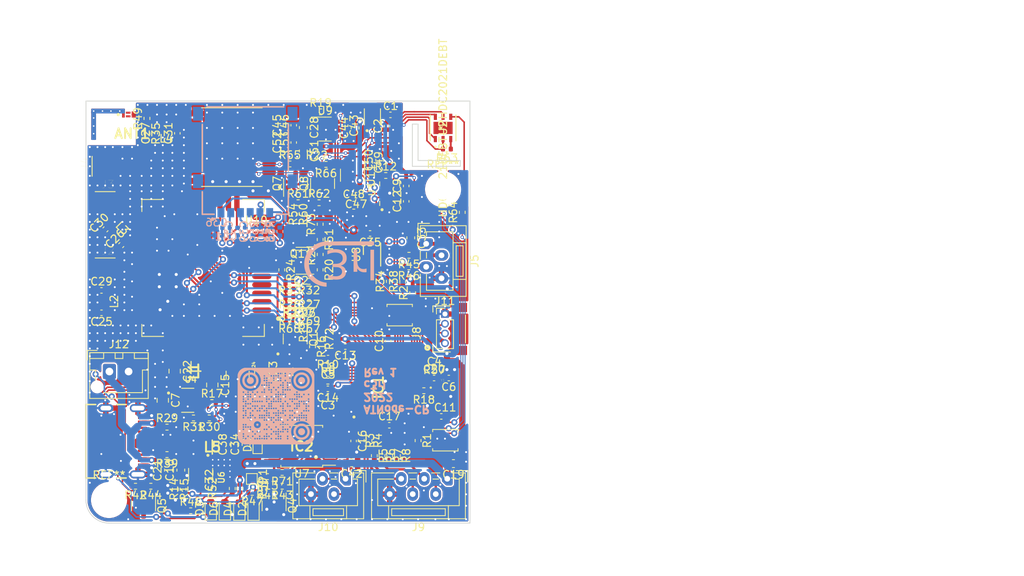
<source format=kicad_pcb>
(kicad_pcb (version 20211014) (generator pcbnew)
  (layers (0 "F.Cu" signal) (31 "B.Cu" signal) (34 "B.Paste" user) (35 "F.Paste" user) (36 "B.SilkS" user "B.Silkscreen") (37 "F.SilkS" user "F.Silkscreen") (38 "B.Mask" user) (39 "F.Mask" user) (44 "Edge.Cuts" user))
  (net 0 "")
  (net 1 "GND")
  (net 2 "/VDD_APDS")
  (net 3 "+1V1")
  (net 4 "Net-(C6-Pad2)")
  (net 5 "Net-(R13-Pad2)")
  (net 6 "+3V3")
  (net 7 "/RP_XIN")
  (net 8 "Net-(C15-Pad1)")
  (net 9 "Net-(C15-Pad2)")
  (net 10 "+4V")
  (net 11 "/M66_SIM1_CLK_S")
  (net 12 "Net-(C29-Pad2)")
  (net 13 "Net-(D2-Pad1)")
  (net 14 "Net-(D2-Pad2)")
  (net 15 "Net-(D4-Pad2)")
  (net 16 "Net-(D6-Pad2)")
  (net 17 "Net-(IC1-Pad2)")
  (net 18 "Net-(IC1-Pad3)")
  (net 19 "/ZMOD_INT")
  (net 20 "Net-(IC1-Pad5)")
  (net 21 "Net-(IC1-Pad6)")
  (net 22 "Net-(IC1-Pad7)")
  (net 23 "Net-(IC1-Pad8)")
  (net 24 "/ACT_PIN")
  (net 25 "/LSM_INT2")
  (net 26 "/LSM_INT1")
  (net 27 "/APDS_INT")
  (net 28 "/HDC2021_INT")
  (net 29 "/RP_XOUT")
  (net 30 "/RP_SWCLK")
  (net 31 "/RP_SWDIO")
  (net 32 "/RP_RUN")
  (net 33 "/I2C_SDA")
  (net 34 "/I2C_SCL")
  (net 35 "/MC60_GNSS_ENABLE")
  (net 36 "/ACT_LED")
  (net 37 "/MC60_PWRKEY_RP")
  (net 38 "/AP623_ENABLE")
  (net 39 "/RP_UART1_CTS")
  (net 40 "/RP_UART1_RTS")
  (net 41 "/RP_UART1_TX")
  (net 42 "/RP_UART1_RX")
  (net 43 "Net-(IC1-Pad46)")
  (net 44 "Net-(IC1-Pad47)")
  (net 45 "/RP_QSPI_SD3")
  (net 46 "/RP_QSPI_SCLK")
  (net 47 "/RP_QSPI_SD0")
  (net 48 "/RP_QSPI_SD2")
  (net 49 "/RP_QSPI_SD1")
  (net 50 "/RP_QSPI_SS_N")
  (net 52 "/RP_USB_DN")
  (net 53 "/RP_USB_DP")
  (net 55 "Net-(J1-PadB5)")
  (net 56 "Net-(J1-PadA5)")
  (net 58 "Net-(J5-Pad2)")
  (net 59 "Net-(J5-Pad3)")
  (net 61 "Net-(J7-PadS1)")
  (net 63 "Net-(J8-PadS1)")
  (net 64 "Net-(Q1-Pad1)")
  (net 65 "/AP623_EN")
  (net 66 "Net-(Q2-Pad1)")
  (net 68 "Net-(Q4-Pad1)")
  (net 69 "/RP_UART0_TX")
  (net 70 "/RP_UART0_RX")
  (net 71 "/RP_SPI0_MOSI")
  (net 72 "/RP_SPI0_MISO")
  (net 73 "/RP_SPI0_CS")
  (net 74 "/RP_SPI0_CLK")
  (net 75 "Net-(R12-Pad1)")
  (net 76 "Net-(R30-Pad2)")
  (net 77 "/RP_SENSOR_VDD_1_EN")
  (net 83 "/RP_SPI1_MISO")
  (net 84 "/RP_SPI1_CS")
  (net 86 "/VIN")
  (net 104 "/M66_RF_ANT")
  (net 105 "/M66_BT_ANT")
  (net 106 "/M66_SIM1_VDD")
  (net 107 "/M66_SIM1_CLK")
  (net 108 "/M66_SIM1_RST")
  (net 109 "/M66_SIM1_DATA")
  (net 110 "/M66_SIM_GND")
  (net 111 "/M66_SIM1_RST_S")
  (net 112 "/L76_GNSS_ANT")
  (net 116 "Net-(ANT1-Pad4)")
  (net 117 "/LC_RF")
  (net 118 "Net-(J4-Pad3)")
  (net 119 "/LC76_GNSS_VCC")
  (net 120 "/M66_NETLIGHT")
  (net 121 "/M66_PWRKEY")
  (net 122 "/M66_TXD")
  (net 123 "/M66_RXD")
  (net 124 "/M66_DTR")
  (net 125 "/M66_RI")
  (net 126 "/M66_DCD")
  (net 127 "/M66_CTS")
  (net 128 "/M66_RTS")
  (net 129 "/M66_DBG_RXD")
  (net 130 "/M66_DBG_TXD")
  (net 131 "/M66_RXD_AUX")
  (net 132 "/M66_TXD_AUX")
  (net 133 "+2V8")
  (net 134 "/I2C_SDA_2V8")
  (net 135 "/I2C_SCL_2V8")
  (net 136 "/LC_TX")
  (net 137 "/LC_RX")
  (net 138 "/LC_STANDBY")
  (net 139 "/LC_RESET")
  (net 140 "Net-(C30-Pad2)")
  (net 141 "Net-(R63-Pad1)")
  (net 142 "Net-(R64-Pad2)")
  (net 143 "/RP_M66_UART0_TX")
  (net 144 "/RP_M66_UART0_RX")
  (net 146 "Net-(J11-Pad4)")
  (net 147 "Net-(C32-Pad1)")
  (net 148 "Net-(C32-Pad2)")
  (net 149 "Net-(R14-Pad2)")
  (net 150 "Net-(D3-Pad1)")
  (net 151 "Net-(D3-Pad2)")
  (net 152 "Net-(Q5-Pad1)")
  (net 153 "/M66_RFTXMON")
  (net 154 "Net-(Q11-Pad1)")
  (net 155 "/BC66_RESET")
  (net 156 "/CELLULAR_RESET")
  (net 157 "/LC76_BCKP")
  (footprint "Resistor_SMD:R_0402_1005Metric" (layer "F.Cu") (at 94.5 117.75 -90)
    (fp_text reference "R1")
    (fp_text value "R_0402")
  )
  (footprint "c3rl:PHDC2021DEBT" (layer "F.Cu") (at 97.75 77 90)
    (fp_text reference "U2")
    (fp_text value "HDC2021DEBT-PHDC2021DEBT")
  )
  (footprint "Capacitor_SMD:C_0402_1005Metric" (layer "F.Cu") (at 86.1 117.8 -90)
    (fp_text reference "C16")
    (fp_text value "C_0402")
  )
  (footprint "Resistor_SMD:R_0402_1005Metric" (layer "F.Cu") (at 67.31 114.8 180)
    (fp_text reference "R30")
    (fp_text value "R_0402")
  )
  (footprint "Resistor_SMD:R_0402_1005Metric" (layer "F.Cu") (at 80.3 99.000497 180)
    (fp_text reference "R27")
    (fp_text value "R_0402")
  )
  (footprint "c3rl:SW_1PIN_3x4x2" (layer "F.Cu") (at 92.1 101.4 180)
    (fp_text reference "SW2" hide)
    (fp_text value "SW_Push_3x4x2_tactile-Switch" hide)
  )
  (footprint "Package_TO_SOT_SMD:SOT-23" (layer "F.Cu") (at 79.25 91 180)
    (fp_text reference "Q11")
    (fp_text value "BSS138")
  )
  (footprint "Resistor_SMD:R_0402_1005Metric" (layer "F.Cu") (at 93.31 93.6 180)
    (fp_text reference "R45")
    (fp_text value "R_0402")
  )
  (footprint "Resistor_SMD:R_0402_1005Metric" (layer "F.Cu") (at 78.875 86.75)
    (fp_text reference "R61")
    (fp_text value "R_0402")
  )
  (footprint "Capacitor_SMD:C_0603_1608Metric" (layer "F.Cu") (at 85.85 120.65 180)
    (fp_text reference "C42")
    (fp_text value "C_0603")
  )
  (footprint "Connector_JST:JST_ZE_B04B-ZESK-D_1x04_P1.50mm_Vertical" (layer "F.Cu") (at 95.55 92.1 -90)
    (fp_text reference "J5")
    (fp_text value "Conn_01x04_Male_JST_ZE")
  )
  (footprint "Resistor_SMD:R_0402_1005Metric" (layer "F.Cu") (at 80.31 100.000497 180)
    (fp_text reference "R25")
    (fp_text value "R_0402")
  )
  (footprint "Capacitor_SMD:C_0603_1608Metric" (layer "F.Cu") (at 62 121.6 90)
    (fp_text reference "C21")
    (fp_text value "22u")
  )
  (footprint "Resistor_SMD:R_0402_1005Metric" (layer "F.Cu") (at 64.89 126.9)
    (fp_text reference "R48")
    (fp_text value "R_0402")
  )
  (footprint "Package_TO_SOT_SMD:SOT-23-5" (layer "F.Cu") (at 82.4 77.15)
    (fp_text reference "U9")
    (fp_text value "AP2171W")
  )
  (footprint "Capacitor_SMD:C_0402_1005Metric" (layer "F.Cu") (at 78.3 76.65 90)
    (fp_text reference "C46")
    (fp_text value "C_0402")
  )
  (footprint "Resistor_SMD:R_0402_1005Metric" (layer "F.Cu") (at 67.65 112.8)
    (fp_text reference "R17")
    (fp_text value "R_0402")
  )
  (footprint "Capacitor_SMD:C_0402_1005Metric" (layer "F.Cu") (at 96.58 109.6)
    (fp_text reference "C20")
    (fp_text value "C_0402")
  )
  (footprint "LED_SMD:LED_0603_1608Metric" (layer "F.Cu") (at 67.5 126.6 90)
    (fp_text reference "D3")
    (fp_text value "LED_0603")
  )
  (footprint "Capacitor_SMD:C_0402_1005Metric" (layer "F.Cu") (at 60.2 77.7 90)
    (fp_text reference "C27")
    (fp_text value "C_0402")
  )
  (footprint "Resistor_SMD:R_0402_1005Metric" (layer "F.Cu") (at 81.8 104.5 -90)
    (fp_text reference "R72")
    (fp_text value "R_0402")
  )
  (footprint "Capacitor_SMD:C_0402_1005Metric" (layer "F.Cu") (at 90.45 76.755 90)
    (fp_text reference "C2")
    (fp_text value "C_0402")
  )
  (footprint "Capacitor_SMD:C_0603_1608Metric" (layer "F.Cu") (at 86.125 87.0725)
    (fp_text reference "C48")
    (fp_text value "C_0603")
  )
  (footprint "Resistor_SMD:R_0402_1005Metric" (layer "F.Cu") (at 62.9 124.1 -90)
    (fp_text reference "R15")
    (fp_text value "R_0402")
  )
  (footprint "Resistor_SMD:R_0402_1005Metric" (layer "F.Cu") (at 70.3 124 -90)
    (fp_text reference "R52")
    (fp_text value "R_0402")
  )
  (footprint "Capacitor_SMD:C_0402_1005Metric" (layer "F.Cu") (at 53.27235 101.095 180)
    (fp_text reference "C25")
    (fp_text value "C_0402")
  )
  (footprint "Resistor_SMD:R_0402_1005Metric" (layer "F.Cu") (at 72.9 124.5 180)
    (fp_text reference "R47")
    (fp_text value "R_0402")
  )
  (footprint "Resistor_SMD:R_0402_1005Metric" (layer "F.Cu") (at 57.7 123.7 180)
    (fp_text reference "R42")
    (fp_text value "R_0402")
  )
  (footprint "Diode_SMD:D_SOD-523" (layer "F.Cu") (at 73.6 118.3 90)
    (fp_text reference "D5")
    (fp_text value "MM5Zxx")
  )
  (footprint "c3rl:CAPPC3528X210N" (layer "F.Cu") (at 71 109.25 -90)
    (fp_text reference "C24")
    (fp_text value "TPSB107K006R0250")
  )
  (footprint "Package_TO_SOT_SMD:SOT-23" (layer "F.Cu") (at 75.75 126.25 -90)
    (fp_text reference "Q4")
    (fp_text value "BC817")
  )
  (footprint "Capacitor_SMD:C_0402_1005Metric" (layer "F.Cu") (at 90.75 115.75)
    (fp_text reference "C17")
    (fp_text value "C_0402")
  )
  (footprint "Resistor_SMD:R_0402_1005Metric" (layer "F.Cu") (at 80.3 97 180)
    (fp_text reference "R32")
    (fp_text value "R_0402")
  )
  (footprint "Libraries:SON65P200X200X75-6N" (layer "F.Cu") (at 88.55 75.555 90)
    (fp_text reference "U1")
    (fp_text value "APDS-9306-065")
  )
  (footprint "Capacitor_SMD:C_0402_1005Metric" (layer "F.Cu") (at 82.75 111 180)
    (fp_text reference "C14")
    (fp_text value "C_0402")
  )
  (footprint "Resistor_SMD:R_0402_1005Metric" (layer "F.Cu") (at 81.75 91.545 -90)
    (fp_text reference "R51")
    (fp_text value "R_0402")
  )
  (footprint "Libraries:INDC2520X100N" (layer "F.Cu") (at 65.3 108.7 90)
    (fp_text reference "L1")
    (fp_text value "SRP3212-2R2M" hide)
  )
  (footprint "Resistor_SMD:R_0402_1005Metric" (layer "F.Cu") (at 80.325 101 180)
    (fp_text reference "R69")
    (fp_text value "R_0402")
  )
  (footprint "Resistor_SMD:R_0402_1005Metric" (layer "F.Cu") (at 59.19 75.76 90)
    (fp_text reference "R49")
    (fp_text value "R_0402")
  )
  (footprint "Resistor_SMD:R_0402_1005Metric" (layer "F.Cu") (at 71.3 124 -90)
    (fp_text reference "R50")
    (fp_text value "R_0402")
  )
  (footprint "Capacitor_SMD:C_0402_1005Metric" (layer "F.Cu") (at 77.3 78.9 90)
    (fp_text reference "C52")
    (fp_text value "C_0402")
  )
  (footprint "MountingHole:MountingHole_2.7mm_M2.5_ISO14580" (layer "F.Cu") (at 54.25 125.5)
    (fp_text reference "REF**")
    (fp_text value "MountingHole_2.7mm_M2.5_ISO14580")
  )
  (footprint "Resistor_SMD:R_0402_1005Metric" (layer "F.Cu") (at 81.75 89.545 90)
    (fp_text reference "R73")
    (fp_text value "R_0402")
  )
  (footprint "Package_TO_SOT_SMD:SOT-23" (layer "F.Cu") (at 58.75 126.25 -90)
    (fp_text reference "Q5")
    (fp_text value "BC817")
  )
  (footprint "Package_TO_SOT_SMD:SOT-23" (layer "F.Cu") (at 78.5 104.5 -90)
    (fp_text reference "Q1")
    (fp_text value "BSS138")
  )
  (footprint "Resistor_SMD:R_0402_1005Metric" (layer "F.Cu") (at 80.305 97.995994 180)
    (fp_text reference "R36")
    (fp_text value "R_0402")
  )
  (footprint "Resistor_SMD:R_0402_1005Metric" (layer "F.Cu") (at 77.8 81.7)
    (fp_text reference "R65")
    (fp_text value "R_0402")
  )
  (footprint "Capacitor_SMD:C_0402_1005Metric" (layer "F.Cu") (at 86.42 85.7725 180)
    (fp_text reference "C47")
    (fp_text value "C_0402")
  )
  (footprint "Connector_JST:JST_ZE_B04B-ZESK-D_1x04_P1.50mm_Vertical" (layer "F.Cu") (at 85.05 122.725 180)
    (fp_text reference "J10")
    (fp_text value "Conn_01x04_Male_JST_ZE")
  )
  (footprint "Resistor_SMD:R_0402_1005Metric" (layer "F.Cu") (at 90.75 97 90)
    (fp_text reference "R34")
    (fp_text value "R_0402")
  )
  (footprint "c3rl:HRS_U.FL-R-SMT(01)" (layer "F.Cu") (at 53.75 95.25)
    (fp_text reference "J2")
    (fp_text value "U.FL-R-SMT(01)-U.FL-R-SMT_01_")
  )
  (footprint "Resistor_SMD:R_0402_1005Metric" (layer "F.Cu") (at 77.74 97 180)
    (fp_text reference "R33")
    (fp_text value "R_0402")
  )
  (footprint "Resistor_SMD:R_0402_1005Metric" (layer "F.Cu") (at 59.19 77.73 -90)
    (fp_text reference "R35")
    (fp_text value "R_0402")
  )
  (footprint "Resistor_SMD:R_0402_1005Metric" (layer "F.Cu") (at 79.4 88.25 90)
    (fp_text reference "R54")
    (fp_text value "R_0402")
  )
  (footprint "Inductor_SMD:L_0402_1005Metric" (layer "F.Cu") (at 53.75235 99.635 -90)
    (fp_text reference "L2")
    (fp_text value "L_0402")
  )
  (footprint "MountingHole:MountingHole_2.7mm_M2.5_ISO14580" (layer "F.Cu") (at 97.75 85)
    (fp_text reference "REF**")
    (fp_text value "MountingHole_2.7mm_M2.5_ISO14580")
  )
  (footprint "Capacitor_SMD:C_0603_1608Metric" (layer "F.Cu") (at 99.1 120.75 180)
    (fp_text reference "C19")
    (fp_text value "C_0603")
  )
  (footprint "c3rl:ANT161575ST1202A1" (layer "F.Cu") (at 56.75 75.25)
    (fp_text reference "ANT1")
    (fp_text value "ANT161575ST-1202A1" hide)
  )
  (footprint "Resistor_SMD:R_0402_1005Metric" (layer "F.Cu") (at 90.8 119.725 -90)
    (fp_text reference "R7")
    (fp_text value "R_0402")
  )
  (footprint "Resistor_SMD:R_0402_1005Metric" (layer "F.Cu") (at 77.75 101 180)
    (fp_text reference "R70")
    (fp_text value "R_0402")
  )
  (footprint "Capacitor_SMD:C_0402_1005Metric" (layer "F.Cu") (at 82.77 107 180)
    (fp_text reference "C8")
    (fp_text value "C_0402")
  )
  (footprint "Resistor_SMD:R_0402_1005Metric" (layer "F.Cu") (at 61.8 119.575 180)
    (fp_text reference "R39")
    (fp_text value "R_0402")
  )
  (footprint "c3rl:GCT_USB4105-GF-A" (layer "F.Cu") (at 53.835 117.8375 -90)
    (fp_text reference "J1" hide)
    (fp_text value "USB4105-GF-A-USB4105-GF-A" hide)
  )
  (footprint "Resistor_SMD:R_0402_1005Metric" (layer "F.Cu") (at 100.25 88 90)
    (fp_text reference "R64")
    (fp_text value "R_0402")
  )
  (footprint "Capacitor_SMD:C_0603_1608Metric" (layer "F.Cu") (at 68.75 122.9 90)
    (fp_text reference "C32")
    (fp_text value "22u")
  )
  (footprint "Capacitor_SMD:C_0805_2012Metric" (layer "F.Cu") (at 73.95 108.8 -90)
    (fp_text reference "C23")
    (fp_text value "C_0805")
  )
  (footprint "Resistor_SMD:R_0402_1005Metric" (layer "F.Cu") (at 81.6 86.75)
    (fp_text reference "R62")
    (fp_text value "R_0402")
  )
  (footprint "Capacitor_SMD:C_0402_1005Metric" (layer "F.Cu") (at 92.95 86.5675 90)
    (fp_text reference "C12")
    (fp_text value "C_0402")
  )
  (footprint "Resistor_SMD:R_0402_1005Metric" (layer "F.Cu") (at 89.8 119.725 -90)
    (fp_text reference "R6")
    (fp_text value "R_0402")
  )
  (footprint "Capacitor_SMD:C_0402_1005Metric" (layer "F.Cu") (at 96.6 108.6)
    (fp_text reference "C4")
    (fp_text value "C_0402")
  )
  (footprint "Resistor_SMD:R_0402_1005Metric" (layer "F.Cu") (at 96.6 107.4 180)
    (fp_text reference "R57")
    (fp_text value "R_0402")
  )
  (footprint "Resistor_SMD:R_0402_1005Metric" (layer "F.Cu") (at 77.74 102 180)
    (fp_text reference "R68")
    (fp_text value "R_0402")
  )
  (footprint "Resistor_SMD:R_0402_1005Metric" (layer "F.Cu") (at 80.75 105.51 -90)
    (fp_text reference "R16")
    (fp_text value "R_0402")
  )
  (footprint "Resistor_SMD:R_0402_1005Metric" (layer "F.Cu") (at 80.75 103.52 90)
    (fp_text reference "R11")
    (fp_text value "R_0402")
  )
  (footprint "Capacitor_SMD:C_0402_1005Metric" (layer "F.Cu") (at 55.846482 92.275305 45)
    (fp_text reference "C26")
    (fp_text value "C_0402")
  )
  (footprint "Resistor_SMD:R_0402_1005Metric" (layer "F.Cu") (at 78.4 88.25 -90)
    (fp_text reference "R60")
    (fp_text value "R_0402")
  )
  (footprint "Resistor_SMD:R_0402_1005Metric" (layer "F.Cu") (at 81.75 95.49 -90)
    (fp_text reference "R20")
    (fp_text value "R_0402")
  )
  (footprint "Resistor_SMD:R_0402_1005Metric" (layer "F.Cu") (at 82.75 110)
    (fp_text reference "R9")
    (fp_text value "R_0402")
  )
  (footprint "LED_SMD:LED_0603_1608Metric" (layer "F.Cu") (at 73.07 126.65 90)
    (fp_text reference "D2")
    (fp_text value "LED_0603")
  )
  (footprint "Libraries:QFN40P700X700X90-57N-D" (layer "F.Cu") (at 89.35 110.8 90)
    (fp_text reference "IC1")
    (fp_text value "RP2040" hide)
  )
  (footprint "Capacitor_SMD:C_0603_1608Metric" (layer "F.Cu") (at 70.5 118.25 90)
    (fp_text reference "C38")
    (fp_text value "22u")
  )
  (footprint "Resistor_SMD:R_0402_1005Metric" (layer "F.Cu") (at 61.8 116)
    (fp_text reference "R29")
    (fp_text value "R_0402")
  )
  (footprint "Resistor_SMD:R_0402_1005Metric" (layer "F.Cu") (at 81.75 93.49 90)
    (fp_text reference "R21")
    (fp_text value "R_0402")
  )
  (footprint "Package_TO_SOT_SMD:SOT-23" (layer "F.Cu") (at 79.25 94.5 180)
    (fp_text reference "Q2")
    (fp_text value "BSS138")
  )
  (footprint "Resistor_SMD:R_0402_1005Metric" (layer "F.Cu") (at 74.87 122.45 180)
    (fp_text reference "R13")
    (fp_text value "R_0402")
  )
  (footprint "Resistor_SMD:R_0402_1005Metric" (layer "F.Cu") (at 77.75 99.000497 180)
    (fp_text reference "R28")
    (fp_text value "R_0402")
  )
  (footprint "Capacitor_SMD:C_0402_1005Metric" (layer "F.Cu") (at 92.95 84.5625 90)
    (fp_text reference "C9")
    (fp_text value "C_0402")
  )
  (footprint "Resistor_SMD:R_0402_1005Metric" (layer "F.Cu") (at 77.75 100.000497 180)
    (fp_text reference "R26")
    (fp_text value "R_0402")
  )
  (footprint "Libraries:DIOMELF3414N" (layer "F.Cu") (at 76.25 109.25 -90)
    (fp_text reference "D1")
    (fp_text value "FDLL4148")
  )
  (footprint "Resistor_SMD:R_0402_1005Metric" (layer "F.Cu") (at 98.25 79.75 180)
    (fp_text reference "R63")
    (fp_text value "R_0402")
  )
  (footprint "LED_SMD:LED_0603_1608Metric" (layer "F.Cu") (at 71.22 126.65 90)
    (fp_text reference "D4")
    (fp_text value "LED_0603")
  )
  (footprint "Package_SO:SOIC-8_5.23x5.23mm_P1.27mm" (layer "F.Cu") (at 79.35 118.5 180)
    (fp_text reference "U7")
    (fp_text value "W25Q32JVSS")
  )
  (footprint "Resistor_SMD:R_0402_1005Metric" (layer "F.Cu") (at 88.1 117.75 -90)
    (fp_text reference "R4")
    (fp_text value "R_0402")
  )
  (footprint "Resistor_SMD:R_0402_1005Metric" (layer "F.Cu") (at 90.29 83.2)
    (fp_text reference "R12")
    (fp_text value "R_0402")
  )
  (footprint "TestPoint:TestPoint_Pad_1.0x1.0mm" (layer "F.Cu") (at 72.85 122.75 -90)
    (fp_text reference "TP1")
    (fp_text value "TestPoint")
  )
  (footprint "Capacitor_SMD:C_0805_2012Metric" (layer "F.Cu") (at 61.25 112.5 -90)
    (fp_text reference "C7")
    (fp_text value "C_0805")
  )
  (footprint "LED_SMD:LED_0603_1608Metric" (layer "F.Cu") (at 69.34 126.6125 90)
    (fp_text reference "D6")
    (fp_text value "LED_0603")
  )
  (footprint "Resistor_SMD:R_0402_1005Metric" (layer "F.Cu") (at 74.85 123.7 180)
    (fp_text reference "R41")
    (fp_text value "R_0402")
  )
  (footprint "Resistor_SMD:R_0402_1005Metric" (layer "F.Cu") (at 77.745 97.995994 180)
    (fp_text reference "R37")
    (fp_text value "R_0402")
  )
  (footprint "Resistor_SMD:R_0402_1005Metric" (layer "F.Cu") (at 81.8 74.9)
    (fp_text reference "R19")
    (fp_text value "R_0402")
  )
  (footprint "c3rl:OSCSC320X250X100N" (layer "F.Cu") (at 97.9 112.1)
    (fp_text reference "Y1")
    (fp_text value "ABM8-24.000MHZ-B2-T-ABM8-24.000MHZ-B2-T")
  )
  (footprint "Capacitor_SMD:C_0402_1005Metric" (layer "F.Cu") (at 77.3 76.65 90)
    (fp_text reference "C45")
    (fp_text value "C_0402")
  )
  (footprint "Resistor_SMD:R_0402_1005Metric" (layer "F.Cu") (at 65.25 114.8 180)
    (fp_text reference "R31")
    (fp_text value "R_0402")
  )
  (footprint "Resistor_SMD:R_0402_1005Metric" (layer "F.Cu") (at 82.5 81.75 180)
    (fp_text reference "R66")
    (fp_text value "R_0402")
  )
  (footprint "Resistor_SMD:R_0402_1005Metric" (layer "F.Cu") (at 88.8 119.725 -90)
    (fp_text reference "R5")
    (fp_text value "R_0402")
  )
  (footprint "Libraries:XCVR_L76LBA31" (layer "F.Cu") (at 70.25 79.5 180)
    (fp_text reference "U10")
    (fp_text value "LC76F")
  )
  (footprint "c3rl:HRS_U.FL-R-SMT(01)" (layer "F.Cu") (at 53.75 86.6)
    (fp_text reference "J3")
    (fp_text value "U.FL-R-SMT(01)-U.FL-R-SMT_01_")
  )
  (footprint "Resistor_SMD:R_0402_1005Metric" (layer "F.Cu") (at 87.1 117.75 -90)
    (fp_text reference "R3")
    (fp_text value "R_0402")
  )
  (footprint "Capacitor_SMD:C_0402_1005Metric" (layer "F.Cu") (at 88.2 81.5 -90)
    (fp_text reference "C49")
    (fp_text value "C_0402")
  )
  (footprint "Capacitor_SMD:C_0603_1608Metric" (layer "F.Cu") (at 72.1 118.25 90)
    (fp_text reference "C34")
    (fp_text value "22u")
  )
  (footprint "Resistor_SMD:R_0402_1005Metric" (layer "F.Cu") (at 59.7 123.7 180)
    (fp_text reference "R44")
    (fp_text value "R_0402")
  )
  (footprint "Resistor_SMD:R_0402_1005Metric" (layer "F.Cu") (at 80.315 102 180)
    (fp_text reference "R67")
    (fp_text value "R_0402")
  )
  (footprint "Resistor_SMD:R_0402_1005Metric" (layer "F.Cu") (at 76.75 95.5 -90)
    (fp_text reference "R24")
    (fp_text value "R_0402")
  )
  (footprint "Capacitor_SMD:C_0402_1005Metric" (layer "F.Cu") (at 78.3 78.9 90)
    (fp_text reference "C53")
    (fp_text value "C_0402")
  )
  (footprint "Capacitor_SMD:C_0402_1005Metric" (layer "F.Cu") (at 82.765 108 180)
    (fp_text reference "C5")
    (fp_text value "C_0402")
  )
  (footprint "Capacitor_SMD:C_0603_1608Metric" (layer "F.Cu") (at 79.55 76.95 -90)
    (fp_text reference "C28")
    (fp_text value "C_0603")
  )
  (footprint "Package_DFN_QFN:DFN-8-1EP_3x2mm_P0.5mm_EP1.3x1.5mm" (layer "F.Cu") (at 88.5 93.5 90)
    (fp_text reference "U8")
    (fp_text value "ATECC608A-MAHDA")
  )
  (footprint "Libraries:SON50P300X200X60-9N" (layer "F.Cu") (at 79.35 118.5 180)
    (fp_text reference "IC2")
    (fp_text value "W25Q16JVUXIQ_TR-W25Q16JVUXIQ_TR" hide)
  )
  (footprint "Capacitor_SMD:C_0603_1608Metric" (layer "F.Cu") (at 63.6 121.6 90)
    (fp_text reference "C18")
    (fp_text value "22u")
  )
  (footprint "Resistor_SMD:R_0402_1005Metric" (layer "F.Cu") (at 92.5 97 90)
    (fp_text reference "R38")
    (fp_text value "R_0402")
  )
  (footprint "Inductor_SMD:L_0402_1005Metric" (layer "F.Cu") (at 61.675 77.22 180)
    (fp_text reference "L4")
    (fp_text value "L_0402")
  )
  (footprint "Inductor_SMD:L_0402_1005Metric" (layer "F.Cu") (at 55.157053 90.907053 -45)
    (fp_text reference "L3")
    (fp_text value "L_0402")
  )
  (footprint "Resistor_SMD:R_0402_1005Metric" (layer "F.Cu") (at 76.8 123.7 180)
    (fp_text reference "R43")
    (fp_text value "R_0402")
  )
  (footprint "Package_TO_SOT_SMD:SOT-23" (layer "F.Cu") (at 78.55 84.25 90)
    (fp_text reference "Q7")
    (fp_text value "BSS138")
  )
  (footprint "Resistor_SMD:R_0402_1005Metric" (layer "F.Cu") (at 95.25 111.25 180)
    (fp_text reference "R18")
    (fp_text value "R_0402")
  )
  (footprint "Capacitor_SMD:C_0402_1005Metric" (layer "F.Cu") (at 63.15 77.7 90)
    (fp_text reference "C31")
    (fp_text value "C_0402")
  )
  (footprint "Resistor_SMD:R_0402_1005Metric" (layer "F.Cu") (at 63.9 124.1 90)
    (fp_text reference "R14")
    (fp_text value "R_0402")
  )
  (footprint "Capacitor_SMD:C_0402_1005Metric" (layer "F.Cu") (at 98.5 109.6 180)
    (fp_text reference "C6")
    (fp_text value "C_0402")
  )
  (footprint "Connector_JST:JST_ZE_B06B-ZESK-D_1x06_P1.50mm_Vertical" (layer "F.Cu") (at 98.3 122.725 180)
    (fp_text reference "J9")
    (fp_text value "Conn_01x06_Male_JST_ZE")
  )
  (footprint "Capacitor_SMD:C_0402_1005Metric" (layer "F.Cu") (at 90.6 104.77 90)
    (fp_text reference "C10")
    (fp_text value "C_0402")
  )
  (footprint "Capacitor_SMD:C_0805_2012Metric" (layer "F.Cu") (at 67.7 110.5 -90)
    (fp_text reference "C15")
    (fp_text value "C_0805")
  )
  (footprint "Capacitor_SMD:C_0603_1608Metric" (layer "F.Cu") (at 93.55 91.325 -90)
    (fp_text reference "C33")
    (fp_text value "C_0603")
  )
  (footprint "Resistor_SMD:R_0402_1005Metric" (layer "F.Cu") (at 81.3 79.4 180)
    (fp_text reference "R22")
    (fp_text value "R_0402")
  )
  (footprint "c3rl:XCVR_M66FA-04-STDN" (layer "F.Cu") (at 66.5 95.25 180)
    (fp_text reference "U5")
    (fp_text value "M66FA-04-STDN")
  )
  (footprint "Resistor_SMD:R_0402_1005Metric" (layer "F.Cu") (at 82.75 109)
    (fp_text reference "R10")
    (fp_text value "R_0402")
  )
  (footprint "Resistor_SMD:R_0402_1005Metric" (layer "F.Cu") (at 76.8 121.9 180)
    (fp_text reference "R71")
    (fp_text value "R_0402")
  )
  (footprint "Resistor_SMD:R_0402_1005Metric" (layer "F.Cu") (at 93.8 98.5 90)
    (fp_text reference "R2")
    (fp_text value "R_0402")
  )
  (footprint "Capacitor_SMD:C_0402_1005Metric" (layer "F.Cu") (at 82.75 112 180)
    (fp_text reference "C3")
    (fp_text value "C_0402")
  )
  (footprint "c3rl:HRS_U.FL-R-SMT(01)" (layer "F.Cu") (at 53.35 82 90)
    (fp_text reference "J4")
    (fp_text value "U.FL-R-SMT(01)-U.FL-R-SMT_01_")
  )
  (footprint "Capacitor_SMD:C_0402_1005Metric" (layer "F.Cu") (at 85.02 105.5 180)
    (fp_text reference "C13")
    (fp_text value "C_0402")
  )
  (footprint "Libraries:SOT95P280X100-6N" (layer "F.Cu") (at 66.18 122.17 -90)
    (fp_text reference "U6")
    (fp_text value "AP62300TWU-7")
  )
  (footprint "Connector_PinHeader_1.27mm:PinHeader_1x04_P1.27mm_Vertical" (layer "F.Cu") (at 98 101.25)
    (fp_text reference "J11")
    (fp_text value "Conn_01x04_Male")
  )
  (footprint "Capacitor_SMD:C_0805_2012Metric" (layer "F.Cu") (at 62.8 108.7 -90)
    (fp_text reference "C22")
    (fp_text value "C_0805")
  )
  (footprint "Capacitor_SMD:C_0402_1005Metric" (layer "F.Cu") (at 85 76.7 -90)
    (fp_text reference "C43")
    (fp_text value "C_0402")
  )
  (footprint "Libraries:SOT95P280X100-6N" (layer "F.Cu") (at 64.5 112.5)
    (fp_text reference "U4")
    (fp_text value "AP62300TWU-7")
  )
  (footprint "Capacitor_SMD:C_0603_1608Metric" (layer "F.Cu") (at 86.3 77 90)
    (fp_text reference "C44")
    (fp_text value "C_0603")
  )
  (footprint "Capacitor_SMD:C_0402_1005Metric" (layer "F.Cu") (at 90.9 75.3)
    (fp_text reference "C1")
    (fp_text value "C_0402")
  )
  (footprint "Capacitor_SMD:C_0402_1005Metric" (layer "F.Cu") (at 53.27 98.175)
    (fp_text reference "C29")
    (fp_text value "C_0402")
  )
  (footprint "Resistor_SMD:R_0402_1005Metric" (layer "F.Cu") (at 93.3 95.1 180)
    (fp_text reference "R46")
    (fp_text value "R_0402")
  )
  (footprint "Capacitor_SMD:C_0402_1005Metric" (layer "F.Cu") (at 97.52 114.6)
    (fp_text reference "C11")
    (fp_text value "C_0402")
  )
  (footprint "Capacitor_SMD:C_0402_1005Metric" (layer "F.Cu") (at 53.788801 90.217624 45)
    (fp_text reference "C30")
    (fp_text value "C_0402")
  )
  (footprint "Libraries:INDC2520X100N" (layer "F.Cu") (at 67.7 118.6)
    (fp_text reference "L5")
    (fp_text value "SRP3212-2R2M" hide)
  )
  (footprint "Libraries:JST_SM04B-SRSS-TB(LF)(SN)" (layer "F.Cu") (at 96.1 103.2 90)
    (fp_text reference "J8")
    (fp_text value "SM04B-SRSS-TB(LF)(SN)")
  )
  (footprint "c3rl:SW_1PIN_3x4x2" (layer "F.Cu") (at 98.05 117.7)
    (fp_text reference "SW1" hide)
    (fp_text value "SW_Push_3x4x2_tactile-Switch" hide)
  )
  (footprint "Connector_JST:JST_XH_B2B-XH-AM_1x02_P2.50mm_Vertical" (layer "F.Cu") (at 54.3 108.75)
    (fp_text reference "J12")
    (fp_text value "Conn_01x02_Male")
  )
  (footprint "Package_TO_SOT_SMD:SOT-23-5" (layer "F.Cu") (at 85.95 83.1625 -90)
    (fp_text reference "U11")
    (fp_text value "AP2171W")
  )
  (footprint "Resistor_SMD:R_0402_1005Metric" (layer "F.Cu") (at 91.8 119.725 -90)
    (fp_text reference "R8")
    (fp_text value "R_0402")
  )
  (footprint "Capacitor_SMD:C_0402_1005Metric" (layer "F.Cu") (at 88.25 90.75 180)
    (fp_text reference "C35")
    (fp_text value "C_0402")
  )
  (footprint "Libraries:PQFN50P250X300X86-14N" (layer "F.Cu") (at 90.8 85.5675 90)
    (fp_text reference "U3")
    (fp_text value "LSM6DSOX")
  )
  (footprint "Capacitor_SMD:C_0603_1608Metric" (layer "F.Cu") (at 89.5 81.2 90)
    (fp_text reference "C50")
    (fp_text value "C_0603")
  )
  (footprint "Package_TO_SOT_SMD:SOT-23" (layer "F.Cu") (at 82.06 84.25 90)
    (fp_text reference "Q8")
    (fp_text value "BSS138")
  )
  (footprint "Capacitor_SMD:C_0603_1608Metric" (layer "F.Cu") (at 79.55 80 -90)
    (fp_text reference "C51")
    (fp_text value "C_0603")
  )
  (footprint "Capacitor_SMD:C_0402_1005Metric" (layer "B.Cu") (at 69.5 90)
    (fp_text reference "C41")
    (fp_text value "C_0402")
  )
  (footprint "Capacitor_SMD:C_0402_1005Metric" (layer "B.Cu") (at 75.25 90.5 -90)
    (fp_text reference "C40")
    (fp_text value "C_0402")
  )
  (footprint "Capacitor_SMD:C_0402_1005Metric" (layer "B.Cu") (at 68.48 91 180)
    (fp_text reference "C36")
    (fp_text value "C_0402")
  )
  (footprint "Resistor_SMD:R_0402_1005Metric" (layer "B.Cu") (at 72 90.5 90)
    (fp_text reference "R59")
    (fp_text value "R_0402")
  )
  (footprint "Logos:c3rl_qr_atnodecr" (layer "B.Cu") (at 76 113.25 180)
    (fp_text reference "G***" hide)
    (fp_text value "LOGO" hide)
  )
  (footprint "Capacitor_SMD:C_0402_1005Metric" (layer "B.Cu") (at 71 90.5 -90)
    (fp_text reference "C37")
    (fp_text value "C_0402")
  )
  (footprint "Logos:c3rl_sqaure" (layer "B.Cu") (at 84.25 94.75)
    (fp_text reference "G***" hide)
    (fp_text value "LOGO" hide)
  )
  (footprint "c3rl:GCT_SIM8060-6-1-14-00-A" (layer "B.Cu") (at 72 81.25)
    (fp_text reference "J7" hide)
    (fp_text value "SIM8060-6-1-14-00-A-SIM8060-6-1-14-00-A" hide)
  )
  (footprint "Resistor_SMD:R_0402_1005Metric" (layer "B.Cu") (at 74 90.5 90)
    (fp_text reference "R58")
    (fp_text value "R_0402")
  )
  (footprint "Capacitor_SMD:C_0402_1005Metric" (layer "B.Cu") (at 73 90.5 -90)
    (fp_text reference "C39")
    (fp_text value "C_0402")
  )
  (footprint "Resistor_SMD:R_0402_1005Metric" (layer "B.Cu") (at 76.5 90.5 -90)
    (fp_text reference "R53")
    (fp_text value "R_0402")
  )
  (gr_line (start 94.5 81.25) (end 94.5 76.5) (layer "Edge.Cuts") (width 0.1))
  (gr_line (start 101.25 128.5) (end 101.25 73.5) (layer "Edge.Cuts") (width 0.1))
  (gr_line (start 93.75 82) (end 100 82) (layer "Edge.Cuts") (width 0.1))
  (gr_line (start 100 82) (end 100 81.25) (layer "Edge.Cuts") (width 0.1))
  (gr_line (start 94.75 81.25) (end 94.5 81.25) (layer "Edge.Cuts") (width 0.1))
  (gr_line (start 100 81.25) (end 94.75 81.25) (layer "Edge.Cuts") (width 0.1))
  (gr_line (start 51.25 73.5) (end 51.25 125.5) (layer "Edge.Cuts") (width 0.1))
  (gr_line (start 101.25 73.5) (end 51.25 73.5) (layer "Edge.Cuts") (width 0.1))
  (gr_line (start 93.75 76.5) (end 93.75 82) (layer "Edge.Cuts") (width 0.1))
  (gr_line (start 94.5 76.5) (end 93.75 76.5) (layer "Edge.Cuts") (width 0.1))
  (gr_line (start 54.25 128.5) (end 101.25 128.5) (layer "Edge.Cuts") (width 0.1))
  (gr_arc (start 54.25 128.5) (mid 52.12868 127.62132) (end 51.25 125.5) (layer "Edge.Cuts") (width 0.1))
  (gr_text "ATNode-CR\n2022\nc3rl\nRev 1" (at 87.25 111.25 180) (layer "B.SilkS") (effects (font (size 1 1) (thickness 0.25)) (justify left mirror)))
  (segment (start 95.5458 75.9458) (end 93.2542 75.9458) (width 0.2) (layer "F.Cu") (net 1))
  (segment (start 97.74 78.4578) (end 97.75 78.4478) (width 0.25) (layer "F.Cu") (net 1))
  (segment (start 93.905026 111.8) (end 95.305026 113.2) (width 0.2) (layer "F.Cu") (net 1))
  (segment (start 97.74 79.75) (end 97.74 78.4578) (width 0.25) (layer "F.Cu") (net 1))
  (segment (start 72.1 117.475) (end 73.225 117.475) (width 1) (layer "F.Cu") (net 1))
  (segment (start 95.7 113.2) (end 97.05 113.2) (width 0.2) (layer "F.Cu") (net 1))
  (segment (start 92.8 111.8) (end 93.905026 111.8) (width 0.2) (layer "F.Cu") (net 1))
  (segment (start 85.95 82.65) (end 86 82.7) (width 0.5) (layer "F.Cu") (net 1))
  (segment (start 77.23 102.23) (end 77.55 102.55) (width 0.5) (layer "F.Cu") (net 1))
  (segment (start 69.34 127.4) (end 70.3 127.4) (width 0.6) (layer "F.Cu") (net 1))
  (segment (start 70.5 117.475) (end 72.1 117.475) (width 1) (layer "F.Cu") (net 1))
  (segment (start 95.65 78.65) (end 95.65 76.05) (width 0.2) (layer "F.Cu") (net 1))
  (segment (start 77.24 98.000994) (end 77.235 97.995994) (width 0.5) (layer "F.Cu") (net 1))
  (segment (start 59.597918 121.3) (end 59.8 121.3) (width 0.6) (layer "F.Cu") (net 1))
  (segment (start 59.6625 114.6375) (end 59.8 114.5) (width 0.6) (layer "F.Cu") (net 1))
  (segment (start 89.95 94.95) (end 90.5 95.5) (width 0.3) (layer "F.Cu") (net 1))
  (segment (start 70.3 127.4) (end 71.1825 127.4) (width 0.6) (layer "F.Cu") (net 1))
  (segment (start 59.335418 121.0375) (end 59.348959 121.051041) (width 0.6) (layer "F.Cu") (net 1))
  (segment (start 89.25 94.95) (end 89.95 94.95) (width 0.3) (layer "F.Cu") (net 1))
  (segment (start 77.24 101) (end 77.24 100.000497) (width 0.5) (layer "F.Cu") (net 1))
  (segment (start 62 122.375) (end 63.6 122.375) (width 1) (layer "F.Cu") (net 1))
  (segment (start 93.2542 75.9458) (end 92.642747 76.557253) (width 0.2) (layer "F.Cu") (net 1))
  (segment (start 77.23 97) (end 77.23 97.990994) (width 0.5) (layer "F.Cu") (net 1))
  (segment (start 85.95 82.025) (end 85.95 82.65) (width 0.5) (layer "F.Cu") (net 1))
  (segment (start 97.74 79.75) (end 96.75 79.75) (width 0.2) (layer "F.Cu") (net 1))
  (segment (start 77.24 99.000497) (end 77.24 98.000994) (width 0.5) (layer "F.Cu") (net 1))
  (segment (start 92.642747 76.557253) (end 92.642747 76.618247) (width 0.2) (layer "F.Cu") (net 1))
  (segment (start 80.125 77.15) (end 79.55 77.725) (width 0.5) (layer "F.Cu") (net 1))
  (segment (start 77.23 102) (end 77.23 102.23) (width 0.5) (layer "F.Cu") (net 1))
  (segment (start 58.59 121.0375) (end 59.335418 121.0375) (width 0.6) (layer "F.Cu") (net 1))
  (segment (start 95.305026 113.2) (end 95.7 113.2) (width 0.2) (layer "F.Cu") (net 1))
  (segment (start 77.24 100.000497) (end 77.24 99.000497) (width 0.5) (layer "F.Cu") (net 1))
  (segment (start 63.6 122.375) (end 64.325 122.375) (width 1) (layer "F.Cu") (net 1))
  (segment (start 78.955 77.13) (end 79.55 77.725) (width 0.5) (layer "F.Cu") (net 1))
  (segment (start 96.75 79.75) (end 95.65 78.65) (width 0.2) (layer "F.Cu") (net 1))
  (segment (start 85.95 81.3) (end 86 81.25) (width 0.5) (layer "F.Cu") (net 1))
  (segment (start 71.1825 127.4) (end 71.22 127.4375) (width 0.6) (layer "F.Cu") (net 1))
  (segment (start 58.59 114.6375) (end 59.6625 114.6375) (width 0.6) (layer "F.Cu") (net 1))
  (segment (start 77.23 97.990994) (end 77.235 97.995994) (width 0.5) (layer "F.Cu") (net 1))
  (segment (start 59.348959 121.051041) (end 59.597918 121.3) (width 0.6) (layer "F.Cu") (net 1))
  (segment (start 77.55 102.55) (end 77.55 103.5625) (width 0.5) (layer "F.Cu") (net 1))
  (segment (start 77.23 102) (end 77.23 101.01) (width 0.5) (layer "F.Cu") (net 1))
  (segment (start 95.65 76.05) (end 95.5458 75.9458) (width 0.2) (layer "F.Cu") (net 1))
  (segment (start 77.23 101.01) (end 77.24 101) (width 0.5) (layer "F.Cu") (net 1))
  (segment (start 64.325 122.375) (end 64.4 122.3) (width 1) (layer "F.Cu") (net 1))
  (segment (start 78.3 77.13) (end 78.955 77.13) (width 0.5) (layer "F.Cu") (net 1))
  (segment (start 81.2625 77.15) (end 80.125 77.15) (width 0.5) (layer "F.Cu") (net 1))
  (segment (start 85.95 82.025) (end 85.95 81.3) (width 0.5) (layer "F.Cu") (net 1))
  (via (at 78.75 123.25) (size 0.45) (drill 0.25) (layers "F.Cu" "B.Cu") (net 1))
  (via (at 56.25 99.75) (size 0.45) (drill 0.25) (layers "F.Cu" "B.Cu") (net 1))
  (via (at 63 116) (size 0.45) (drill 0.25) (layers "F.Cu" "B.Cu") (net 1))
  (via (at 56.25 94.25) (size 0.45) (drill 0.25) (layers "F.Cu" "B.Cu") (net 1))
  (via (at 92.5 128) (size 0.45) (drill 0.25) (layers "F.Cu" "B.Cu") (net 1))
  (via (at 67 81) (size 0.45) (drill 0.25) (layers "F.Cu" "B.Cu") (net 1))
  (via (at 60.8 97.7) (size 0.8) (drill 0.4) (layers "F.Cu" "B.Cu") (net 1))
  (via (at 60.5 93) (size 0.45) (drill 0.25) (layers "F.Cu" "B.Cu") (net 1))
  (via (at 100.75 123.25) (size 0.45) (drill 0.25) (layers "F.Cu" "B.Cu") (net 1))
  (via (at 76.75 83.5) (size 0.45) (drill 0.25) (layers "F.Cu" "B.Cu") (net 1))
  (via (at 70 122.5) (size 0.45) (drill 0.2) (layers "F.Cu" "B.Cu") (net 1))
  (via (at 91.75 89.25) (size 0.45) (drill 0.25) (layers "F.Cu" "B.Cu") (net 1))
  (via (at 90.25 111.5) (size 0.8) (drill 0.4) (layers "F.Cu" "B.Cu") (net 1))
  (via (at 61.25 106) (size 0.45) (drill 0.25) (layers "F.Cu" "B.Cu") (net 1))
  (via (at 80.5 119.8) (size 0.45) (drill 0.25) (layers "F.Cu" "B.Cu") (net 1))
  (via (at 75 115) (size 0.45) (drill 0.25) (layers "F.Cu" "B.Cu") (net 1))
  (via (at 92.642747 76.618247) (size 0.45) (drill 0.25) (layers "F.Cu" "B.Cu") (net 1))
  (via (at 67 75) (size 0.45) (drill 0.25) (layers "F.Cu" "B.Cu") (net 1))
  (via (at 83.5 114.5) (size 0.45) (drill 0.25) (layers "F.Cu" "B.Cu") (net 1))
  (via (at 98.25 108.5) (size 0.8) (drill 0.4) (layers "F.Cu" "B.Cu") (net 1))
  (via (at 77 127.4) (size 0.8) (drill 0.4) (layers "F.Cu" "B.Cu") (net 1))
  (via (at 53.75 112.5) (size 0.45) (drill 0.25) (layers "F.Cu" "B.Cu") (net 1))
  (via (at 76.5 80.75) (size 0.45) (drill 0.25) (layers "F.Cu" "B.Cu") (net 1))
  (via (at 65.25 117.75) (size 0.45) (drill 0.25) (layers "F.Cu" "B.Cu") (net 1))
  (via (at 81 121.75) (size 0.45) (drill 0.25) (layers "F.Cu" "B.Cu") (net 1))
  (via (at 71.25 116.5) (size 0.45) (drill 0.25) (layers "F.Cu" "B.Cu") (net 1))
  (via (at 85 78.7) (size 0.45) (drill 0.25) (layers "F.Cu" "B.Cu") (net 1))
  (via (at 81 87.75) (size 0.45) (drill 0.25) (layers "F.Cu" "B.Cu") (net 1))
  (via (at 100.75 120.5) (size 0.45) (drill 0.25) (layers "F.Cu" "B.Cu") (net 1))
  (via (at 64.25 74) (size 0.45) (drill 0.25) (layers "F.Cu" "B.Cu") (net 1))
  (via (at 55 98.75) (size 0.45) (drill 0.25) (layers "F.Cu" "B.Cu") (net 1))
  (via (at 54.75 93.25) (size 0.45) (drill 0.25) (layers "F.Cu" "B.Cu") (net 1))
  (via (at 98.25 95) (size 0.45) (drill 0.25) (layers "F.Cu" "B.Cu") (net 1))
  (via (at 73 79) (size 0.45) (drill 0.25) (layers "F.Cu" "B.Cu") (net 1))
  (via (at 64 100) (size 0.45) (drill 0.25) (layers "F.Cu" "B.Cu") (net 1))
  (via (at 71 77) (size 0.45) (drill 0.25) (layers "F.Cu" "B.Cu") (net 1))
  (via (at 90.5 128) (size 0.45) (drill 0.25) (layers "F.Cu" "B.Cu") (net 1))
  (via (at 69 74) (size 0.45) (drill 0.25) (layers "F.Cu" "B.Cu") (net 1))
  (via (at 79.5 82.25) (size 0.45) (drill 0.25) (layers "F.Cu" "B.Cu") (net 1))
  (via (at 56.75 103.75) (size 0.45) (drill 0.25) (layers "F.Cu" "B.Cu") (net 1))
  (via (at 53.75 84.5) (size 0.45) (drill 0.25) (layers "F.Cu" "B.Cu") (net 1))
  (via (at 71.75 105.25) (size 0.45) (drill 0.25) (layers "F.Cu" "B.Cu") (net 1))
  (via (at 82.5 78.5) (size 0.45) (drill 0.25) (layers "F.Cu" "B.Cu") (net 1))
  (via (at 79.5 84) (size 0.45) (drill 0.25) (layers "F.Cu" "B.Cu") (net 1))
  (via (at 62.5 80.25) (size 0.45) (drill 0.25) (layers "F.Cu" "B.Cu") (net 1))
  (via (at 63 96.1) (size 0.8) (drill 0.4) (layers "F.Cu" "B.Cu") (net 1))
  (via (at 52.75 90.25) (size 0.45) (drill 0.25) (layers "F.Cu" "B.Cu") (net 1))
  (via (at 69.5 112) (size 0.45) (drill 0.25) (layers "F.Cu" "B.Cu") (net 1))
  (via (at 100.75 126.25) (size 0.45) (drill 0.25) (layers "F.Cu" "B.Cu") (net 1))
  (via (at 59.75 87.25) (size 0.45) (drill 0.25) (layers "F.Cu" "B.Cu") (net 1))
  (via (at 71 74) (size 0.45) (drill 0.25) (layers "F.Cu" "B.Cu") (net 1))
  (via (at 70 101.5) (size 0.45) (drill 0.25) (layers "F.Cu" "B.Cu") (net 1))
  (via (at 73 75) (size 0.45) (drill 0.25) (layers "F.Cu" "B.Cu") (net 1))
  (via (at 55.75 117) (size 0.45) (drill 0.25) (layers "F.Cu" "B.Cu") (net 1))
  (via (at 56 79.5) (size 0.45) (drill 0.25) (layers "F.Cu" "B.Cu") (net 1))
  (via (at 77.75 80.75) (size 0.45) (drill 0.25) (layers "F.Cu" "B.Cu") (net 1))
  (via (at 67.75 121) (size 0.45) (drill 0.2) (layers "F.Cu" "B.Cu") (net 1))
  (via (at 59.25 106) (size 0.45) (drill 0.25) (layers "F.Cu" "B.Cu") (net 1))
  (via (at 78.5 104.25) (size 0.45) (drill 0.25) (layers "F.Cu" "B.Cu") (net 1))
  (via (at 75.75 124.75) (size 0.8) (drill 0.4) (layers "F.Cu" "B.Cu") (net 1))
  (via (at 57.25 97) (size 0.45) (drill 0.25) (layers "F.Cu" "B.Cu") (net 1))
  (via (at 73.75 116.5) (size 0.45) (drill 0.25) (layers "F.Cu" "B.Cu") (net 1))
  (via (at 57 88.25) (size 0.45) (drill 0.25) (layers "F.Cu" "B.Cu") (net 1))
  (via (at 71 109.75) (size 0.45) (drill 0.25) (layers "F.Cu" "B.Cu") (net 1))
  (via (at 84.5 128) (size 0.45) (drill 0.25) (layers "F.Cu" "B.Cu") (net 1))
  (via (at 57 89.25) (size 0.45) (drill 0.25) (layers "F.Cu" "B.Cu") (net 1))
  (via (at 56 88.25) (size 0.45) (drill 0.25) (layers "F.Cu" "B.Cu") (net 1))
  (via (at 51.75 80.75) (size 0.45) (drill 0.25) (layers "F.Cu" "B.Cu") (net 1))
  (via (at 80.75 117.25) (size 0.45) (drill 0.25) (layers "F.Cu" "B.Cu") (net 1))
  (via (at 52.75 103.75) (size 0.45) (drill 0.25) (layers "F.Cu" "B.Cu") (net 1))
  (via (at 82.5 128) (size 0.45) (drill 0.25) (layers "F.Cu" "B.Cu") (net 1))
  (via (at 59.8 121.3) (size 0.8) (drill 0.4) (layers "F.Cu" "B.Cu") (net 1))
  (via (at 79 89.5) (size 0.45) (drill 0.25) (layers "F.Cu" "B.Cu") (net 1))
  (via (at 99.25 108.5) (size 0.8) (drill 0.4) (layers "F.Cu" "B.Cu") (net 1))
  (via (at 73.75 103) (size 0.45) (drill 0.25) (layers "F.Cu" "B.Cu") (net 1))
  (via (at 80.8 94.3) (size 0.45) (drill 0.25) (layers "F.Cu" "B.Cu") (net 1))
  (via (at 100.75 128) (size 0.45) (drill 0.25) (layers "F.Cu" "B.Cu") (net 1))
  (via (at 52.75 99.75) (size 0.45) (drill 0.25) (layers "F.Cu" "B.Cu") (net 1))
  (via (at 65.75 88.25) (size 0.45) (drill 0.25) (layers "F.Cu" "B.Cu") (net 1))
  (via (at 75.75 112) (size 0.45) (drill 0.25) (layers "F.Cu" "B.Cu") (net 1))
  (via (at 73 77) (size 0.45) (drill 0.25) (layers "F.Cu" "B.Cu") (net 1))
  (via (at 91.25 77.25) (size 0.45) (drill 0.25) (layers "F.Cu" "B.Cu") (net 1))
  (via (at 83.75 122.5) (size 0.45) (drill 0.25) (layers "F.Cu" "B.Cu") (net 1))
  (via (at 58 77.25) (size 0.45) (drill 0.25) (layers "F.Cu" "B.Cu") (net 1))
  (via (at 78.75 124.75) (size 0.45) (drill 0.25) (layers "F.Cu" "B.Cu") (net 1))
  (via (at 52.75 104.75) (size 0.45) (drill 0.25) (layers "F.Cu" "B.Cu") (net 1))
  (via (at 62.5 83.25) (size 0.45) (drill 0.25) (layers "F.Cu" "B.Cu") (net 1))
  (via (at 70.75 112) (size 0.45) (drill 0.25) (layers "F.Cu" "B.Cu") (net 1))
  (via (at 55.75 83.25) (size 0.45) (drill 0.25) (layers "F.Cu" "B.Cu") (net 1))
  (via (at 70.3 127.4) (size 0.8) (drill 0.4) (layers "F.Cu" "B.Cu") (net 1))
  (via (at 61.75 74) (size 0.45) (drill 0.25) (layers "F.Cu" "B.Cu") (net 1))
  (via (at 60.5 124.75) (size 0.45) (drill 0.25) (layers "F.Cu" "B.Cu") (net 1))
  (via (at 70 121) (size 0.45) (drill 0.2) (layers "F.Cu" "B.Cu") (net 1))
  (via (at 51.75 123.25) (size 0.45) (drill 0.25) (layers "F.Cu" "B.Cu") (net 1))
  (via (at 73 84) (size 0.8) (drill 0.4) (layers "F.Cu" "B.Cu") (net 1))
  (via (at 51.75 105.75) (size 0.45) (drill 0.25) (layers "F.Cu" "B.Cu") (net 1))
  (via (at 52.75 105.75) (size 0.45) (drill 0.25) (layers "F.Cu" "B.Cu") (net 1))
  (via (at 78.25 92) (size 0.45) (drill 0.25) (layers "F.Cu" "B.Cu") (net 1))
  (via (at 57 84.5) (size 0.45) (drill 0.25) (layers "F.Cu" "B.Cu") (net 1))
  (via (at 64 82.25) (size 0.45) (drill 0.25) (layers "F.Cu" "B.Cu") (net 1))
  (via (at 61.75 109.5) (size 0.45) (drill 0.25) (layers "F.Cu" "B.Cu") (net 1))
  (via (at 93 123.75) (size 0.45) (drill 0.25) (layers "F.Cu" "B.Cu") (net 1))
  (via (at 77.75 107.75) (size 0.45) (drill 0.25) (layers "F.Cu" "B.Cu") (net 1))
  (via (at 60.25 112.25) (size 0.45) (drill 0.25) (layers "F.Cu" "B.Cu") (net 1))
  (via (at 78.25 93) (size 0.45) (drill 0.25) (layers "F.Cu" "B.Cu") (net 1))
  (via (at 54.75 103.75) (size 0.45) (drill 0.25) (layers "F.Cu" "B.Cu") (net 1))
  (via (at 80 104.75) (size 0.45) (drill 0.25) (layers "F.Cu" "B.Cu") (net 1))
  (via (at 62.75 114.5) (size 0.45) (drill 0.25) (layers "F.Cu" "B.Cu") (net 1))
  (via (at 95.25 116) (size 0.45) (drill 0.25) (layers "F.Cu" "B.Cu") (net 1))
  (via (at 75.5 103) (size 0.45) (drill 0.25) (layers "F.Cu" "B.Cu") (net 1))
  (via (at 64 84.25) (size 0.45) (drill 0.25) (layers "F.Cu" "B.Cu") (net 1))
  (via (at 61.9 123.6) (size 0.8) (drill 0.4) (layers "F.Cu" "B.Cu") (net 1))
  (via (at 100.75 124.75) (size 0.45) (drill 0.25) (layers "F.Cu" "B.Cu") (net 1))
  (via (at 57 86.25) (size 0.45) (drill 0.25) (layers "F.Cu" "B.Cu") (net 1))
  (via (at 57.75 104.75) (size 0.45) (drill 0.25) (layers "F.Cu" "B.Cu") (net 1))
  (via (at 59.25 108.5) (size 0.45) (drill 0.25) (layers "F.Cu" "B.Cu") (net 1))
  (via (at 51.75 100.75) (size 0.45) (drill 0.25) (layers "F.Cu" "B.Cu") (net 1))
  (via (at 91.75 74.25) (size 0.45) (drill 0.25) (layers "F.Cu" "B.Cu") (net 1))
  (via (at 86.9 121.75) (size 0.45) (drill 0.25) (layers "F.Cu" "B.Cu") (net 1))
  (via (at 51.75 104.75) (size 0.45) (drill 0.25) (layers "F.Cu" "B.Cu") (net 1))
  (via (at 69 93) (size 0.45) (drill 0.25) (layers "F.Cu" "B.Cu") (net 1))
  (via (at 56.75 104.75) (size 0.45) (drill 0.25) (layers "F.Cu" "B.Cu") (net 1))
  (via (at 52.75 79.5) (size 0.45) (drill 0.25) (layers "F.Cu" "B.Cu") (net 1))
  (via (at 62.25 115.25) (size 0.45) (drill 0.25) (layers "F.Cu" "B.Cu") (net 1))
  (via (at 51.75 96.75) (size 0.45) (drill 0.25) (layers "F.Cu" "B.Cu") (net 1))
  (via (at 71 75) (size 0.45) (drill 0.25) (layers "F.Cu" "B.Cu") (net 1))
  (via (at 61.25 107.5) (size 0.45) (drill 0.25) (layers "F.Cu" "B.Cu") (net 1))
  (via (at 53.75 91.25) (size 0.45) (drill 0.25) (layers "F.Cu" "B.Cu") (net 1))
  (via (at 56.75 128) (size 0.45) (drill 0.25) (layers "F.Cu" "B.Cu") (net 1))
  (via (at 54.75 92.25) (size 0.45) (drill 0.25) (layers "F.Cu" "B.Cu") (net 1))
  (via (at 72.5 95.25) (size 0.45) (drill 0.25) (layers "F.Cu" "B.Cu") (net 1))
  (via (at 51.75 93.25) (size 0.45) (drill 0.25) (layers "F.Cu" "B.Cu") (net 1))
  (via (at 65.25 119.5) (size 0.45) (drill 0.25) (layers "F.Cu" "B.Cu") (net 1))
  (via (at 78.75 80.75) (size 0.45) (drill 0.25) (layers "F.Cu" "B.Cu") (net 1))
  (via (at 85.1 95.7) (size 0.45) (drill 0.25) (layers "F.Cu" "B.Cu") (net 1))
  (via (at 51.75 91.25) (size 0.45) (drill 0.25) (layers "F.Cu" "B.Cu") (net 1))
  (via (at 98.5 128) (size 0.45) (drill 0.25) (layers "F.Cu" "B.Cu") (net 1))
  (via (at 57.25 79.5) (size 0.45) (drill 0.25) (layers "F.Cu" "B.Cu") (net 1))
  (via (at 51.75 92.25) (size 0.45) (drill 0.25) (layers "F.Cu" "B.Cu") (net 1))
  (via (at 62.5 84.5) (size 0.45) (drill 0.25) (layers "F.Cu" "B.Cu") (net 1))
  (via (at 88.5 111.5) (size 0.8) (drill 0.4) (layers "F.Cu" "B.Cu") (net 1))
  (via (at 84.25 103.75) (size 0.45) (drill 0.25) (layers "F.Cu" "B.Cu") (net 1))
  (via (at 88.5 128) (size 0.45) (drill 0.25) (layers "F.Cu" "B.Cu") (net 1))
  (via (at 57 87.25) (size 0.45) (drill 0.25) (layers "F.Cu" "B.Cu") (net 1))
  (via (at 64 77.25) (size 0.45) (drill 0.25) (layers "F.Cu" "B.Cu") (net 1))
  (via (at 90.8 85.5) (size 0.8) (drill 0.4) (layers "F.Cu" "B.Cu") (net 1))
  (via (at 95.7 113.2) (size 0.8) (drill 0.4) (layers "F.Cu" "B.Cu") (net 1))
  (via (at 63 119.5) (size 0.45) (drill 0.25) (layers "F.Cu" "B.Cu") (net 1))
  (via (at 92.75 116.75) (size 0.45) (drill 0.25) (layers "F.Cu" "B.Cu") (net 1))
  (via (at 53.75 92.25) (size 0.45) (drill 0.25) (layers "F.Cu" "B.Cu") (net 1))
  (via (at 78.75 126.25) (size 0.45) (drill 0.25) (layers "F.Cu" "B.Cu") (net 1))
  (via (at 57.25 93.25) (size 0.45) (drill 0.25) (layers "F.Cu" "B.Cu") (net 1))
  (via (at 85.8 114) (size 0.45) (drill 0.25) (layers "F.Cu" "B.Cu") (net 1))
  (via (at 80 112.75) (size 0.45) (drill 0.25) (layers "F.Cu" "B.Cu") (net 1))
  (via (at 54.75 79.5) (size 0.45) (drill 0.25) (layers "F.Cu" "B.Cu") (net 1))
  (via (at 90.5 74.25) (size 0.45) (drill 0.25) (layers "F.Cu" "B.Cu") (net 1))
  (via (at 83.75 77.25) (size 0.45) (drill 0.25) (layers "F.Cu" "B.Cu") (net 1))
  (via (at 58.5 86.25) (size 0.45) (drill 0.25) (layers "F.Cu" "B.Cu") (net 1))
  (via (at 60.25 109.5) (size 0.45) (drill 0.25) (layers "F.Cu" "B.Cu") (net 1))
  (via (at 58 74) (size 0.45) (drill 0.25) (layers "F.Cu" "B.Cu") (net 1))
  (via (at 82.5 77.25) (size 0.45) (drill 0.25) (layers "F.Cu" "B.Cu") (net 1))
  (via (at 57.25 81) (size 0.45) (drill 0.25) (layers "F.Cu" "B.Cu") (net 1))
  (via (at 59.75 82.25) (size 0.45) (drill 0.25) (layers "F.Cu" "B.Cu") (net 1))
  (via (at 63 74) (size 0.45) (drill 0.25) (layers "F.Cu" "B.Cu") (net 1))
  (via (at 68.5 120.25) (size 0.45) (drill 0.2) (layers "F.Cu" "B.Cu") (net 1))
  (via (at 91 80) (size 0.45) (drill 0.25) (layers "F.Cu" "B.Cu") (net 1))
  (via (at 98 99.25) (size 0.45) (drill 0.25) (layers "F.Cu" "B.Cu") (net 1))
  (via (at 80 74) (size 0.45) (drill 0.25) (layers "F.Cu" "B.Cu") (net 1))
  (via (at 59.75 122.25) (size 0.8) (drill 0.4) (layers "F.Cu" "B.Cu") (net 1))
  (via (at 61.25 84.5) (size 0.45) (drill 0.25) (layers "F.Cu" "B.Cu") (net 1))
  (via (at 87.75 88.5) (size 0.45) (drill 0.25) (layers "F.Cu" "B.Cu") (net 1))
  (via (at 99.75 90.75) (size 0.45) (drill 0.25) (layers "F.Cu" "B.Cu") (net 1))
  (via (at 90.25 110) (size 0.8) (drill 0.4) (layers "F.Cu" "B.Cu") (net 1))
  (via (at 63 97.7) (size 0.8) (drill 0.4) (layers "F.Cu" "B.Cu") (net 1))
  (via (at 51.75 107.75) (size 0.45) (drill 0.25) (layers "F.Cu" "B.Cu") (net 1))
  (via (at 90.75 92.75) (size 0.45) (drill 0.25) (layers "F.Cu" "B.Cu") (net 1))
  (via (at 95.5 99.25) (size 0.45) (drill 0.25) (layers "F.Cu" "B.Cu") (net 1))
  (via (at 52.75 98.75) (size 0.45) (drill 0.25) (layers "F.Cu" "B.Cu") (net 1))
  (via (at 53.75 102.75) (size 0.45) (drill 0.25) (layers "F.Cu" "B.Cu") (net 1))
  (via (at 68.5 121) (size 0.45) (drill 0.2) (layers "F.Cu" "B.Cu") (net 1))
  (via (at 59.75 102.75) (size 0.45) (drill 0.25) (layers "F.Cu" "B.Cu") (net 1))
  (via (at 51.75 103.75) (size 0.45) (drill 0.25) (layers "F.Cu" "B.Cu") (net 1))
  (via (at 74.5 110.75) (size 0.45) (drill 0.25) (layers "F.Cu" "B.Cu") (net 1))
  (via (at 62.5 101.5) (size 0.45) (drill 0.25) (layers "F.Cu" "B.Cu") (net 1))
  (via (at 79.25 107) (size 0.45) (drill 0.25) (layers "F.Cu" "B.Cu") (net 1))
  (via (at 69 81) (size 0.45) (drill 0.25) (layers "F.Cu" "B.Cu") (net 1))
  (via (at 61.25 81.25) (size 0.45) (drill 0.25) (layers "F.Cu" "B.Cu") (net 1))
  (via (at 56.25 98.75) (size 0.45) (drill 0.25) (layers "F.Cu" "B.Cu") (net 1))
  (via (at 56.75 102.75) (size 0.45) (drill 0.25) (layers "F.Cu" "B.Cu") (net 1))
  (via (at 51.75 89.25) (size 0.45) (drill 0.25) (layers "F.Cu" "B.Cu") (net 1))
  (via (at 52.75 91.25) (size 0.45) (drill 0.25) (layers "F.Cu" "B.Cu") (net 1))
  (via (at 75.75 125.75) (size 0.8) (drill 0.4) (layers "F.Cu" "B.Cu") (net 1))
  (via (at 77.75 110.5) (size 0.45) (drill 0.25) (layers "F.Cu" "B.Cu") (net 1))
  (via (at 61.25 117) (size 0.45) (drill 0.25) (layers "F.Cu" "B.Cu") (net 1))
  (via (at 95 83.25) (size 0.45) (drill 0.25) (layers "F.Cu" "B.Cu") (net 1))
  (via (at 51.75 101.75) (size 0.45) (drill 0.25) (layers "F.Cu" "B.Cu") (net 1))
  (via (at 60.5 75.25) (size 0.45) (drill 0.25) (layers "F.Cu" "B.Cu") (net 1))
  (via (at 60.8 96.1) (size 0.8) (drill 0.4) (layers "F.Cu" "B.Cu") (net 1))
  (via (at 70.75 114) (size 0.45) (drill 0.25) (layers "F.Cu" "B.Cu") (net 1))
  (via (at 69.5 84) (size 0.8) (drill 0.4) (layers "F.Cu" "B.Cu") (net 1))
  (via (at 96 96.5) (size 0.45) (drill 0.25) (layers "F.Cu" "B.Cu") (net 1))
  (via (at 61.25 83.25) (size 0.45) (drill 0.25) (layers "F.Cu" "B.Cu") (net 1))
  (via (at 56.9 111.8) (size 0.45) (drill 0.25) (layers "F.Cu" "B.Cu") (net 1))
  (via (at 57.25 99) (size 0.45) (drill 0.25) (layers "F.Cu" "B.Cu") (net 1))
  (via (at 58 79.25) (size 0.45) (drill 0.25) (layers "F.Cu" "B.Cu") (net 1))
  (via (at 77.75 106.5) (size 0.45) (drill 0.25) (layers "F.Cu" "B.Cu") (net 1))
  (via (at 51.75 97.75) (size 0.45) (drill 0.25) (layers "F.Cu" "B.Cu") (net 1))
  (via (at 60.25 79.25) (size 0.45) (drill 0.25) (layers "F.Cu" "B.Cu") (net 1))
  (via (at 80.5 80.75) (size 0.45) (drill 0.25) (layers "F.Cu" "B.Cu") (net 1))
  (via (at 89.75 103.25) (size 0.45) (drill 0.25) (layers "F.Cu" "B.Cu") (net 1))
  (via (at 64 101.5) (size 0.45) (drill 0.25) (layers "F.Cu" "B.Cu") (net 1))
  (via (at 63.5 110.75) (size 0.45) (drill 0.25) (layers "F.Cu" "B.Cu") (net 1))
  (via (at 83 91.75) (size 0.45) (drill 0.25) (layers "F.Cu" "B.Cu") (net 1))
  (via (at 97 117.5) (size 0.45) (drill 0.25) (layers "F.Cu" "B.Cu") (net 1))
  (via (at 96.75 100.25) (size 0.45) (drill 0.25) (layers "F.Cu" "B.Cu") (net 1))
  (via (at 59.25 74) (size 0.45) (drill 0.25) (layers "F.Cu" "B.Cu") (net 1))
  (via (at 86.1 78.7) (size 0.45) (drill 0.25) (layers "F.Cu" "B.Cu") (net 1))
  (via (at 69 77) (size 0.45) (drill 0.25) (layers "F.Cu" "B.Cu") (net 1))
  (via (at 85.1 92.8) (size 0.45) (drill 0.25) (layers "F.Cu" "B.Cu") (net 1))
  (via (at 76.5 77.25) (size 0.45) (drill 0.25) (layers "F.Cu" "B.Cu") (net 1))
  (via (at 61.25 82.25) (size 0.45) (drill 0.25) (layers "F.Cu" "B.Cu") (net 1))
  (via (at 56 81) (size 0.45) (drill 0.25) (layers "F.Cu" "B.Cu") (net 1))
  (via (at 88.5 125.5) (size 0.45) (drill 0.25) (layers "F.Cu" "B.Cu") (net 1))
  (via (at 77 74) (size 0.45) (drill 0.25) (layers "F.Cu" "B.Cu") (net 1))
  (via (at 78.5 103) (size 0.45) (drill 0.25) (layers "F.Cu" "B.Cu") (net 1))
  (via (at 85 107.75) (size 0.45) (drill 0.25) (layers "F.Cu" "B.Cu") (net 1))
  (via (at 53.75 79.5) (size 0.45) (drill 0.25) (layers "F.Cu" "B.Cu") (net 1))
  (via (at 53.25 119.5) (size 0.45) (drill 0.25) (layers "F.Cu" "B.Cu") (net 1))
  (via (at 62.5 81.25) (size 0.45) (drill 0.25) (layers "F.Cu" "B.Cu") (net 1))
  (via (at 54.75 104.75) (size 0.45) (drill 0.25) (layers "F.Cu" "B.Cu") (net 1))
  (via (at 55 88.25) (size 0.45) (drill 0.25) (layers "F.Cu" "B.Cu") (net 1))
  (via (at 95.5 100.25) (size 0.45) (drill 0.25) (layers "F.Cu" "B.Cu") (net 1))
  (via (at 79.25 110.25) (size 0.45) (drill 0.25) (layers "F.Cu" "B.Cu") (net 1))
  (via (at 60.5 90) (size 0.45) (drill 0.25) (layers "F.Cu" "B.Cu") (net 1))
  (via (at 69 75) (size 0.45) (drill 0.25) (layers "F.Cu" "B.Cu") (net 1))
  (via (at 61.75 75.25) (size 0.45) (drill 0.25) (layers "F.Cu" "B.Cu") (net 1))
  (via (at 56.25 96.75) (size 0.45) (drill 0.25) (layers "F.Cu" "B.Cu") (net 1))
  (via (at 69.25 120.25) (size 0.45) (drill 0.2) (layers "F.Cu" "B.Cu") (net 1))
  (via (at 57 91) (size 0.45) (drill 0.25) (layers "F.Cu" "B.Cu") (net 1))
  (via (at 89.5 89.75) (size 0.45) (drill 0.25) (layers "F.Cu" "B.Cu") (net 1))
  (via (at 80.5 96.25) (size 0.45) (drill 0.25) (layers "F.Cu" "B.Cu") (net 1))
  (via (at 51.75 98.75) (size 0.45) (drill 0.25) (layers "F.Cu" "B.Cu") (net 1))
  (via (at 56.25 100.75) (size 0.45) (drill 0.25) (layers "F.Cu" "B.Cu") (net 1))
  (via (at 90.75 93.5) (size 0.45) (drill 0.25) (layers "F.Cu" "B.Cu") (net 1))
  (via (at 96.75 128) (size 0.45) (drill 0.25) (layers "F.Cu" "B.Cu") (net 1))
  (via (at 51.75 83.25) (size 0.45) (drill 0.25) (layers "F.Cu" "B.Cu") (net 1))
  (via (at 94.75 96.5) (size 0.45) (drill 0.25) (layers "F.Cu" "B.Cu") (net 1))
  (via (at 55.75 104.75) (size 0.45) (drill 0.25) (layers "F.Cu" "B.Cu") (net 1))
  (via (at 92.5 90.75) (size 0.45) (drill 0.25) (layers "F.Cu" "B.Cu") (net 1))
  (via (at 59.75 83.25) (size 0.45) (drill 0.25) (layers "F.Cu" "B.Cu") (net 1))
  (via (at 55 100.75) (size 0.45) (drill 0.25) (layers "F.Cu" "B.Cu") (net 1))
  (via (at 69 79) (size 0.45) (drill 0.25) (layers "F.Cu" "B.Cu") (net 1))
  (via (at 62.5 79.25) (size 0.45) (drill 0.25) (layers "F.Cu" "B.Cu") (net 1))
  (via (at 88.5 80) (size 0.45) (drill 0.25) (layers "F.Cu" "B.Cu") (net 1))
  (via (at 52.75 88.25) (size 0.45) (drill 0.25) (layers "F.Cu" "B.Cu") (net 1))
  (via (at 66 101.5) (size 0.45) (drill 0.25) (layers "F.Cu" "B.Cu") (net 1))
  (via (at 71 81) (size 0.45) (drill 0.25) (layers "F.Cu" "B.Cu") (net 1))
  (via (at 61.25 80.25) (size 0.45) (drill 0.25) (layers "F.Cu" "B.Cu") (net 1))
  (via (at 83 89.5) (size 0.45) (drill 0.25) (layers "F.Cu" "B.Cu") (net 1))
  (via (at 81.5 113.25) (size 0.45) (drill 0.25) (layers "F.Cu" "B.Cu") (net 1))
  (via (at 74.8 126.7) (size 0.8) (drill 0.4) (layers "F.Cu" "B.Cu") (net 1))
  (via (at 61.75 110.75) (size 0.45) (drill 0.25) (layers "F.Cu" "B.Cu") (net 1))
  (via (at 64 114.75) (size 0.45) (drill 0.25) (layers "F.Cu" "B.Cu") (net 1))
  (via (at 61.75 76.25) (size 0.45) (drill 0.25) (layers "F.Cu" "B.Cu") (net 1))
  (via (at 61.25 85.25) (size 0.45) (drill 0.25) (layers "F.Cu" "B.Cu") (net 1))
  (via (at 56.25 93.25) (size 0.45) (drill 0.25) (layers "F.Cu" "B.Cu") (net 1))
  (via (at 89.5 79.75) (size 0.45) (drill 0.25) (layers "F.Cu" "B.Cu") (net 1))
  (via (at 59.75 86.25) (size 0.45) (drill 0.25) (layers "F.Cu" "B.Cu") (net 1))
  (via (at 55 97.75) (size 0.45) (drill 0.25) (layers "F.Cu" "B.Cu") (net 1))
  (via (at 98.75 112) (size 0.8) (drill 0.4) (layers "F.Cu" "B.Cu") (net 1))
  (via (at 98 117.5) (size 0.45) (drill 0.25) (layers "F.Cu" "B.Cu") (net 1))
  (via (at 60.5 76.25) (size 0.45) (drill 0.25) (layers "F.Cu" "B.Cu") (net 1))
  (via (at 97.25 89.25) (size 0.45) (drill 0.25) (layers "F.Cu" "B.Cu") (net 1))
  (via (at 54.9 114.3) (size 0.45) (drill 0.25) (layers "F.Cu" "B.Cu") (net 1))
  (via (at 55 99.75) (size 0.45) (drill 0.25) (layers "F.Cu" "B.Cu") (net 1))
  (via (at 90.75 103.25) (size 0.45) (drill 0.25) (layers "F.Cu" "B.Cu") (net 1))
  (via (at 58.5 84.5) (size 0.45) (drill 0.25) (layers "F.Cu" "B.Cu") (net 1))
  (via (at 86 81.25) (size 0.45) (drill 0.25) (layers "F.Cu" "B.Cu") (net 1))
  (via (at 61.25 87.25) (size 0.45) (drill 0.25) (layers "F.Cu" "B.Cu") (net 1))
  (via (at 83 123.5) (size 0.45) (drill 0.25) (layers "F.Cu" "B.Cu") (net 1))
  (via (at 82 85.5) (size 0.45) (drill 0.25) (layers "F.Cu" "B.Cu") (net 1))
  (via (at 62.5 91.5) (size 0.45) (drill 0.25) (layers "F.Cu" "B.Cu") (net 1))
  (via (at 65.75 92.25) (size 0.45) (drill 0.25) (layers "F.Cu" "B.Cu") (net 1))
  (via (at 56.25 95.75) (size 0.45) (drill 0.25) (layers "F.Cu" "B.Cu") (net 1))
  (via (at 78.75 128) (size 0.45) (drill 0.25) (layers "F.Cu" "B.Cu") (net 1))
  (via (at 51.75 79.5) (size 0.45) (drill 0.25) (layers "F.Cu" "B.Cu") (net 1))
  (via (at 73.25 112) (size 0.45) (drill 0.25) (layers "F.Cu" "B.Cu") (net 1))
  (via (at 93 85.5) (size 0.45) (drill 0.25) (layers "F.Cu" "B.Cu") (net 1))
  (via (at 97.25 90.5) (size 0.45) (drill 0.25) (layers "F.Cu" "B.Cu") (net 1))
  (via (at 100.75 121.75) (size 0.45) (drill 0.25) (layers "F.Cu" "B.Cu") (net 1))
  (via (at 74.5 112) (size 0.45) (drill 0.25) (layers "F.Cu" "B.Cu") (net 1))
  (via (at 63.75 85.25) (size 0.45) (drill 0.25) (layers "F.Cu" "B.Cu") (net 1))
  (via (at 54.75 102.75) (size 0.45) (drill 0.25) (layers "F.Cu" "B.Cu") (net 1))
  (via (at 52.75 102.75) (size 0.45) (drill 0.25) (layers "F.Cu" "B.Cu") (net 1))
  (via (at 62 93) (size 0.45) (drill 0.25) (layers "F.Cu" "B.Cu") (net 1))
  (via (at 72.75 115) (size 0.45) (drill 0.25) (layers "F.Cu" "B.Cu") (net 1))
  (via (at 72.5 92.5) (size 0.45) (drill 0.25) (layers "F.Cu" "B.Cu") (net 1))
  (via (at 90.5 95.5) (size 0.45) (drill 0.25) (layers "F.Cu" "B.Cu") (net 1))
  (via (at 77.75 105.25) (size 0.45) (drill 0.25) (layers "F.Cu" "B.Cu") (net 1))
  (via (at 85 78) (size 0.45) (drill 0.25) (layers "F.Cu" "B.Cu") (net 1))
  (via (at 53.75 104.75) (size 0.45) (drill 0.25) (layers "F.Cu" "B.Cu") (net 1))
  (via (at 60.25 107.75) (size 0.45) (drill 0.25) (layers "F.Cu" "B.Cu") (net 1))
  (via (at 87.75 89.75) (size 0.45) (drill 0.25) (layers "F.Cu" "B.Cu") (net 1))
  (via (at 55 96.75) (size 0.45) (drill 0.25) (layers "F.Cu" "B.Cu") (net 1))
  (via (at 61.25 78.25) (size 0.45) (drill 0.25) (layers "F.Cu" "B.Cu") (net 1))
  (via (at 77 112) (size 0.45) (drill 0.25) (layers "F.Cu" "B.Cu") (net 1))
  (via (at 73 81) (size 0.45) (drill 0.25) (layers "F.Cu" "B.Cu") (net 1))
  (via (at 51.75 82) (size 0.45) (drill 0.25) (layers "F.Cu" "B.Cu") (net 1))
  (via (at 90.75 88) (size 0.45) (drill 0.25) (layers "F.Cu" "B.Cu") (net 1))
  (via (at 78.75 114) (size 0.45) (drill 0.25) (layers "F.Cu" "B.Cu") (net 1))
  (via (at 60.5 74) (size 0.45) (drill 0.25) (layers "F.Cu" "B.Cu") (net 1))
  (via (at 67 79) (size 0.45) (drill 0.25) (layers "F.Cu" "B.Cu") (net 1))
  (via (at 61.25 86.25) (size 0.45) (drill 0.25) (layers "F.Cu" "B.Cu") (net 1))
  (via (at 58 78.25) (size 0.45) (drill 0.25) (layers "F.Cu" "B.Cu") (net 1))
  (via (at 72.5 116.5) (size 0.45) (drill 0.25) (layers "F.Cu" "B.Cu") (net 1))
  (via (at 86.5 128) (size 0.45) (drill 0.25) (layers "F.Cu" "B.Cu") (net 1))
  (via (at 97.4 123.5) (size 0.45) (drill 0.25) (layers "F.Cu" "B.Cu") (net 1))
  (via (at 52.75 84.5) (size 0.45) (drill 0.25) (layers "F.Cu" "B.Cu") (net 1))
  (via (at 57.75 126.5) (size 0.45) (drill 0.25) (layers "F.Cu" "B.Cu") (net 1))
  (via (at 100.75 119.25) (size 0.45) (drill 0.25) (layers "F.Cu" "B.Cu") (net 1))
  (via (at 71.75 101.5) (size 0.45) (drill 0.25) (layers "F.Cu" "B.Cu") (net 1))
  (via (at 51.75 90.25) (size 0.45) (drill 0.25) (layers "F.Cu" "B.Cu") (net 1))
  (via (at 62.5 82.25) (size 0.45) (drill 0.25) (layers "F.Cu" "B.Cu") (net 1))
  (via (at 88.5 121.75) (size 0.45) (drill 0.25) (layers "F.Cu" "B.Cu") (net 1))
  (via (at 51.75 88.25) (size 0.45) (drill 0.25) (layers "F.Cu" "B.Cu") (net 1))
  (via (at 67.75 120.25) (size 0.45) (drill 0.2) (layers "F.Cu" "B.Cu") (net 1))
  (via (at 51.75 110) (size 0.45) (drill 0.25) (layers "F.Cu" "B.Cu") (net 1))
  (via (at 54.75 84.5) (size 0.45) (drill 0.25) (layers "F.Cu" "B.Cu") (net 1))
  (via (at 86 106.5) (size 0.45) (drill 0.25) (layers "F.Cu" "B.Cu") (net 1))
  (via (at 81.25 107.25) (size 0.45) (drill 0.25) (layers "F.Cu" "B.Cu") (net 1))
  (via (at 92 79) (size 0.45) (drill 0.25) (layers "F.Cu" "B.Cu") (net 1))
  (via (at 58.5 85.25) (size 0.45) (drill 0.25) (layers "F.Cu" "B.Cu") (net 1))
  (via (at 55 89.25) (size 0.45) (drill 0.25) (layers "F.Cu" "B.Cu") (net 1))
  (via (at 69.25 115.5) (size 0.45) (drill 0.25) (layers "F.Cu" "B.Cu") (net 1))
  (via (at 81.5 112.25) (size 0.45) (drill 0.25) (layers "F.Cu" "B.Cu") (net 1))
  (via (at 81 80.25) (size 0.45) (drill 0.25) (layers "F.Cu" "B.Cu") (net 1))
  (via (at 67.5 97) (size 0.45) (drill 0.25) (layers "F.Cu" "B.Cu") (net 1))
  (via (at 66 100) (size 0.45) (drill 0.25) (layers "F.Cu" "B.Cu") (net 1))
  (via (at 61.9 124.6) (size 0.8) (drill 0.4) (layers "F.Cu" "B.Cu") (net 1))
  (via (at 57.75 102.75) (size 0.45) (drill 0.25) (layers "F.Cu" "B.Cu") (net 1))
  (via (at 57 85.25) (size 0.45) (drill 0.25) (layers "F.Cu" "B.Cu") (net 1))
  (via (at 76.5 79.5) (size 0.45) (drill 0.25) (layers "F.Cu" "B.Cu") (net 1))
  (via (at 80.25 86.5) (size 0.45) (drill 0.25) (layers "F.Cu" "B.Cu") (net 1))
  (via (at 72 112) (size 0.45) (drill 0.25) (layers "F.Cu" "B.Cu") (net 1))
  (via (at 56 90.25) (size 0.45) (drill 0.25) (layers "F.Cu" "B.Cu") (net 1))
  (via (at 64 79.25) (size 0.45) (drill 0.25) (layers "F.Cu" "B.Cu") (net 1))
  (via (at 83 87.75) (size 0.45) (drill 0.25) (layers "F.Cu" "B.Cu") (net 1))
  (via (at 52.75 101.75) (size 0.45) (drill 0.25) (layers "F.Cu" "B.Cu") (net 1))
  (via (at 53.75 93.25) (size 0.45) (drill 0.25) (layers "F.Cu" "B.Cu") (net 1))
  (via (at 59 111.2) (size 0.45) (drill 0.25) (layers "F.Cu" "B.Cu") (net 1))
  (via (at 85.25 89) (size 0.45) (drill 0.25) (layers "F.Cu" "B.Cu") (net 1))
  (via (at 57.25 100.75) (size 0.45) (drill 0.25) (layers "F.Cu" "B.Cu") (net 1))
  (via (at 51.75 106.75) (size 0.45) (drill 0.25) (layers "F.Cu" "B.Cu") (net 1))
  (via (at 76 92.75) (size 0.45) (drill 0.25) (layers "F.Cu" "B.Cu") (net 1))
  (via (at 60.25 80.25) (size 0.45) (drill 0.25) (layers "F.Cu" "B.Cu") (net 1))
  (via (at 96.75 99.25) (size 0.45) (drill 0.25) (layers "F.Cu" "B.Cu") (net 1))
  (via (at 55.75 102.75) (size 0.45) (drill 0.25) (layers "F.Cu" "B.Cu") (net 1))
  (via (at 59.75 84.5) (size 0.45) (drill 0.25) (layers "F.Cu" "B.Cu") (net 1))
  (via (at 78.25 89.5) (size 0.45) (drill 0.25) (layers "F.Cu" "B.Cu") (net 1))
  (via (at 64 78.25) (size 0.45) (drill 0.25) (layers "F.Cu" "B.Cu") (net 1))
  (via (at 95 86) (size 0.45) (drill 0.25) (layers "F.Cu" "B.Cu") (net 1))
  (via (at 61.25 103.75) (size 0.45) (drill 0.25) (layers "F.Cu" "B.Cu") (net 1))
  (via (at 85.25 88) (size 0.45) (drill 0.25) (layers "F.Cu" "B.Cu") (net 1))
  (via (at 55.75 103.75) (size 0.45) (drill 0.25) (layers "F.Cu" "B.Cu") (net 1))
  (via (at 58.5 87.25) (size 0.45) (drill 0.25) (layers "F.Cu" "B.Cu") (net 1))
  (via (at 81.5 116.6) (size 0.45) (drill 0.25) (layers "F.Cu" "B.Cu") (net 1))
  (via (at 78.5 115) (size 0.45) (drill 0.25) (layers "F.Cu" "B.Cu") (net 1))
  (via (at 52.75 93.25) (size 0.45) (drill 0.25) (layers "F.Cu" "B.Cu") (net 1))
  (via (at 58.5 83.25) (size 0.45) (drill 0.25) (layers "F.Cu" "B.Cu") (net 1))
  (via (at 71.75 103) (size 0.45) (drill 0.25) (layers "F.Cu" "B.Cu") (net 1))
  (via (at 88.5 100.5) (size 0.45) (drill 0.25) (layers "F.Cu" "B.Cu") (net 1))
  (via (at 86 82.7) (size 0.45) (drill 0.25) (layers "F.Cu" "B.Cu") (net 1))
  (via (at 69.25 121) (size 0.45) (drill 0.2) (layers "F.Cu" "B.Cu") (net 1))
  (via (at 64 81.25) (size 0.45) (drill 0.25) (layers "F.Cu" "B.Cu") (net 1))
  (via (at 79.25 94.5) (size 0.45) (drill 0.25) (layers "F.Cu" "B.Cu") (net 1))
  (via (at 70 121.75) (size 0.45) (drill 0.2) (layers "F.Cu" "B.Cu") (net 1))
  (via (at 69 98.5) (size 0.45) (drill 0.25) (layers "F.Cu" "B.Cu") (net 1))
  (via (at 51.75 84.5) (size 0.45) (drill 0.25) (layers "F.Cu" "B.Cu") (net 1))
  (via (at 64.1 125.5) (size 0.8) (drill 0.4) (layers "F.Cu" "B.Cu") (net 1))
  (via (at 60 119) (size 0.45) (drill 0.25) (layers "F.Cu" "B.Cu") (net 1))
  (via (at 57.75 103.75) (size 0.45) (drill 0.25) (layers "F.Cu" "B.Cu") (net 1))
  (via (at 77.75 109.25) (size 0.45) (drill 0.25) (layers "F.Cu" "B.Cu") (net 1))
  (via (at 64 80.25) (size 0.45) (drill 0.25) (layers "F.Cu" "B.Cu") (net 1))
  (via (at 51.75 99.75) (size 0.45) (drill 0.25) (layers "F.Cu" "B.Cu") (net 1))
  (via (at 75 85.2) (size 0.8) (drill 0.4) (layers "F.Cu" "B.Cu") (net 1))
  (via (at 84.75 74) (size 0.45) (drill 0.25) (layers "F.Cu" "B.Cu") (net 1))
  (via (at 81.25 82.25) (size 0.45) (drill 0.25) (layers "F.Cu" "B.Cu") (net 1))
  (via (at 64.5 93.5) (size 0.45) (drill 0.25) (layers "F.Cu" "B.Cu") (net 1))
  (via (at 64 83.25) (size 0.45) (drill 0.25) (layers "F.Cu" "B.Cu") (net 1))
  (via (at 83.75 75) (size 0.45) (drill 0.25) (layers "F.Cu" "B.Cu") (net 1))
  (via (at 55.8 120.4) (size 0.45) (drill 0.25) (layers "F.Cu" "B.Cu") (net 1))
  (via (at 85.1 91.3) (size 0.45) (drill 0.25) (layers "F.Cu" "B.Cu") (net 1))
  (via (at 57 83.25) (size 0.45) (drill 0.25) (layers "F.Cu" "B.Cu") (net 1))
  (via (at 53.25 114.5) (size 0.45) (drill 0.25) (layers "F.Cu" "B.Cu") (net 1))
  (via (at 73 74) (size 0.45) (drill 0.25) (layers "F.Cu" "B.Cu") (net 1))
  (via (at 93.25 114.25) (size 0.45) (drill 0.25) (layers "F.Cu" "B.Cu") (net 1))
  (via (at 86 84) (size 0.45) (drill 0.25) (layers "F.Cu" "B.Cu") (net 1))
  (via (at 56 89.25) (size 0.45) (drill 0.25) (layers "F.Cu" "B.Cu") (net 1))
  (via (at 77.5 87.25) (size 0.45) (drill 0.25) (layers "F.Cu" "B.Cu") (net 1))
  (via (at 88.75 83.5) (size 0.45) (drill 0.25) (layers "F.Cu" "B.Cu") (net 1))
  (via (at 85.25 85.75) (size 0.45) (drill 0.25) (layers "F.Cu" "B.Cu") (net 1))
  (via (at 95.25 124.25) (size 0.45) (drill 0.25) (layers "F.Cu" "B.Cu") (net 1))
  (via (at 95 90.5) (size 0.45) (drill 0.25) (layers "F.Cu" "B.Cu") (net 1))
  (via (at 67.75 84) (size 0.8) (drill 0.4) (layers "F.Cu" "B.Cu") (net 1))
  (via (at 60.5 91.5) (size 0.45) (drill 0.25) (layers "F.Cu" "B.Cu") (net 1))
  (via (at 60.9 100.7) (size 0.8) (drill 0.4) (layers "F.Cu" "B.Cu") (net 1))
  (via (at 52.75 92.25) (size 0.45) (drill 0.25) (layers "F.Cu" "B.Cu") (net 1))
  (via (at 68 101.5) (size 0.45) (drill 0.25) (layers "F.Cu" "B.Cu") (net 1))
  (via (at 92.75 115.5) (size 0.45) (drill 0.25) (layers "F.Cu" "B.Cu") (net 1))
  (via (at 89.4 77.5) (size 0.45) (drill 0.25) (layers "F.Cu" "B.Cu") (net 1))
  (via (at 53.75 103.75) (size 0.45) (drill 0.25) (layers "F.Cu" "B.Cu") (net 1))
  (via (at 97.25 91.25) (size 0.45) (drill 0.25) (layers "F.Cu" "B.Cu") (net 1))
  (via (at 64.5 113.3) (size 0.45) (drill 0.25) (layers "F.Cu" "B.Cu") (net 1))
  (via (at 51.75 111.5) (size 0.45) (drill 0.25) (layers "F.Cu" "B.Cu") (net 1))
  (via (at 99.5 97.75) (size 0.45) (drill 0.25) (layers "F.Cu" "B.Cu") (net 1))
  (via (at 83 121.75) (size 0.45) (drill 0.25) (layers "F.Cu" "B.Cu") (net 1))
  (via (at 76 94.25) (size 0.45) (drill 0.25) (layers "F.Cu" "B.Cu") (net 1))
  (via (at 56.9 112.7) (size 0.45) (drill 0.25) (layers "F.Cu" "B.Cu") (net 1))
  (via (at 70 120.25) (size 0.45) (drill 0.2) (layers "F.Cu" "B.Cu") (net 1))
  (via (at 99.25 119.25) (size 0.45) (drill 0.25) (layers "F.Cu" "B.Cu") (net 1))
  (via (at 73.75 105.25) (size 0.45) (drill 0.25) (layers "F.Cu" "B.Cu") (net 1))
  (via (at 59.75 81.25) (size 0.45) (drill 0.25) (layers "F.Cu" "B.Cu") (net 1))
  (via (at 61.25 79.25) (size 0.45) (drill 0.25) (layers "F.Cu" "B.Cu") (net 1))
  (via (at 86 88.5) (size 0.45) (drill 0.25) (layers "F.Cu" "B.Cu") (net 1))
  (via (at 81.25 108.5) (size 0.45) (drill 0.25) (layers "F.Cu" "B.Cu") (net 1))
  (via (at 82.5 103.75) (size 0.45) (drill 0.25) (layers "F.Cu" "B.Cu") (net 1))
  (via (at 94.5 128) (size 0.45) (drill 0.25) (layers "F.Cu" "B.Cu") (net 1))
  (via (at 62.9 125.5) (size 0.8) (drill 0.4) (layers "F.Cu" "B.Cu") (net 1))
  (via (at 62.25 117) (size 0.45) (drill 0.25) (layers "F.Cu" "B.Cu") (net 1))
  (via (at 86 85.25) (size 0.45) (drill 0.25) (layers "F.Cu" "B.Cu") (net 1))
  (via (at 55.75 84.5) (size 0.45) (drill 0.25) (layers "F.Cu" "B.Cu") (net 1))
  (via (at 87 75) (size 0.45) (drill 0.25) (layers "F.Cu" "B.Cu") (net 1))
  (via (at 83 86.5) (size 0.45) (drill 0.25) (layers "F.Cu" "B.Cu") (net 1))
  (via (at 90.75 101.5) (size 0.45) (drill 0.25) (layers "F.Cu" "B.Cu") (net 1))
  (via (at 80 91) (size 0.45) (drill 0.25) (layers "F.Cu" "B.Cu") (net 1))
  (via (at 93.25 95.75) (size 0.45) (drill 0.25) (layers "F.Cu" "B.Cu") (net 1))
  (via (at 71.25 84) (size 0.8) (drill 0.4) (layers "F.Cu" "B.Cu") (net 1))
  (via (at 60.25 110.75) (size 0.45) (drill 0.25) (layers "F.Cu" "B.Cu") (net 1))
  (via (at 63 75.25) (size 0.45) (drill 0.25) (layers "F.Cu" "B.Cu") (net 1))
  (via (at 58.75 102.75) (size 0.45) (drill 0.25) (layers "F.Cu" "B.Cu") (net 1))
  (via (at 57.25 94.75) (size 0.45) (drill 0.25) (layers "F.Cu" "B.Cu") (net 1))
  (via (at 85.75 75) (size 0.45) (drill 0.25) (layers "F.Cu" "B.Cu") (net 1))
  (via (at 61.9 99.6) (size 0.8) (drill 0.4) (layers "F.Cu" "B.Cu") (net 1))
  (via (at 77.75 95.5) (size 0.45) (drill 0.25) (layers "F.Cu" "B.Cu") (net 1))
  (via (at 86.5 119.25) (size 0.8) (drill 0.4) (layers "F.Cu" "B.Cu") (net 1))
  (via (at 73 85.2) (size 0.8) (drill 0.4) (layers "F.Cu" "B.Cu") (net 1))
  (via (at 81.2 119.8) (size 0.45) (drill 0.25) (layers "F.Cu" "B.Cu") (net 1))
  (via (at 80.5 128) (size 0.45) (drill 0.25) (layers "F.Cu" "B.Cu") (net 1))
  (via (at 80 106) (size 0.45) (drill 0.25) (layers "F.Cu" "B.Cu") (net 1))
  (via (at 86.4 123.3) (size 0.45) (drill 0.25) (layers "F.Cu" "B.Cu") (net 1))
  (via (at 58 76.25) (size 0.45) (drill 0.25) (layers "F.Cu" "B.Cu") (net 1))
  (via (at 78.5 85.75) (size 0.45) (drill 0.25) (layers "F.Cu" "B.Cu") (net 1))
  (via (at 71 79) (size 0.45) (drill 0.25) (layers "F.Cu" "B.Cu") (net 1))
  (via (at 99 88.5) (size 0.45) (drill 0.25) (layers "F.Cu" "B.Cu") (net 1))
  (via (at 62.5 78.25) (size 0.45) (drill 0.25) (layers "F.Cu" "B.Cu") (net 1))
  (via (at 56.25 97.75) (size 0.45) (drill 0.25) (layers "F.Cu" "B.Cu") (net 1))
  (via (at 75.5 105.25) (size 0.45) (drill 0.25) (layers "F.Cu" "B.Cu") (net 1))
  (via (at 93.25 89.25) (size 0.45) (drill 0.25) (layers "F.Cu" "B.Cu") (net 1))
  (via (at 76.25 109.75) (size 0.45) (drill 0.25) (layers "F.Cu" "B.Cu") (net 1))
  (via (at 95 89.25) (size 0.45) (drill 0.25) (layers "F.Cu" "B.Cu") (net 1))
  (via (at 67 77) (size 0.45) (drill 0.25) (layers "F.Cu" "B.Cu") (net 1))
  (via (at 92 81) (size 0.45) (drill 0.25) (layers "F.Cu" "B.Cu") (net 1))
  (via (at 59.75 85.25) (size 0.45) (drill 0.25) (layers "F.Cu" "B.Cu") (net 1))
  (via (at 69.25 114.25) (size 0.45) (drill 0.25) (layers "F.Cu" "B.Cu") (net 1))
  (via (at 76.75 85) (size 0.45) (drill 0.25) (layers "F.Cu" "B.Cu") (net 1))
  (via (at 58.75 103.75) (size 0.45) (drill 0.25) (layers "F.Cu" "B.Cu") (net 1))
  (via (at 76.75 86.5) (size 0.45) (drill 0.25) (layers "F.Cu" "B.Cu") (net 1))
  (via (at 52.75 89.25) (size 0.45) (drill 0.25) (layers "F.Cu" "B.Cu") (net 1))
  (via (at 76.75 115) (size 0.45) (drill 0.25) (layers "F.Cu" "B.Cu") (net 1))
  (via (at 99.75 83) (size 0.45) (drill 0.25) (layers "F.Cu" "B.Cu") (net 1))
  (via (at 62.75 88.25) (size 0.45) (drill 0.25) (layers "F.Cu" "B.Cu") (net 1))
  (via (at 88.5 110) (size 0.8) (drill 0.4) (layers "F.Cu" "B.Cu") (net 1))
  (via (at 73.25 110.75) (size 0.45) (drill 0.25) (layers "F.Cu" "B.Cu") (net 1))
  (via (at 67 74) (size 0.45) (drill 0.25) (layers "F.Cu" "B.Cu") (net 1))
  (via (at 84 106.5) (size 0.45) (drill 0.25) (layers "F.Cu" "B.Cu") (net 1))
  (via (at 97.25 95) (size 0.45) (drill 0.25) (layers "F.Cu" "B.Cu") (net 1))
  (via (at 92.75 118.25) (size 0.45) (drill 0.25) (layers "F.Cu" "B.Cu") (net 1))
  (via (at 85.5 116.6) (size 0.45) (drill 0.25) (layers "F.Cu" "B.Cu") (net 1))
  (via (at 75 74) (size 0.45) (drill 0.25) (layers "F.Cu" "B.Cu") (net 1))
  (via (at 57 90.25) (size 0.45) (drill 0.25) (layers "F.Cu" "B.Cu") (net 1))
  (via (at 98 100.25) (size 0.45) (drill 0.25) (layers "F.Cu" "B.Cu") (net 1))
  (via (at 61.5 88.5) (size 0.45) (drill 0.25) (layers "F.Cu" "B.Cu") (net 1))
  (via (at 64.4 122.3) (size 0.8) (drill 0.4) (layers "F.Cu" "B.Cu") (net 1))
  (via (at 66 98.75) (size 0.45) (drill 0.25) (layers "F.Cu" "B.Cu") (net 1))
  (via (at 80.75 92.75) (size 0.45) (drill 0.25) (layers "F.Cu" "B.Cu") (net 1))
  (via (at 82.5 106) (size 0.45) (drill 0.25) (layers "F.Cu" "B.Cu") (net 1))
  (via (at 81.5 111.25) (size 0.45) (drill 0.25) (layers "F.Cu" "B.Cu") (net 1))
  (via (at 78.3 117.2) (size 0.45) (drill 0.25) (layers "F.Cu" "B.Cu") (net 1))
  (via (at 51.75 102.75) (size 0.45) (drill 0.25) (layers "F.Cu" "B.Cu") (net 1))
  (via (at 78.75 121.75) (size 0.45) (drill 0.25) (layers "F.Cu" "B.Cu") (net 1))
  (via (at 91 116.75) (size 0.45) (drill 0.25) (layers "F.Cu" "B.Cu") (net 1))
  (via (at 51.75 108.75) (size 0.45) (drill 0.25) (layers "F.Cu" "B.Cu") (net 1))
  (via (at 59.8 114.5) (size 0.8) (drill 0.4) (layers "F.Cu" "B.Cu") (net 1))
  (via (at 78.8 119.7) (size 0.45) (drill 0.25) (layers "F.Cu" "B.Cu") (net 1))
  (segment (start 90.5 74.4755) (end 90.5 74.25) (width 0.2) (layer "B.Cu") (net 1))
  (segment (start 92.642747 76.618247) (end 90.5 74.4755) (width 0.2) (layer "B.Cu") (net 1))
  (segment (start 58.24 122.3825) (end 58.015 122.1575) (width 0.5) (layer "B.Cu") (net 1))
  (segment (start 92.95 82.95) (end 92.95 84.0825) (width 0.5) (layer "F.Cu") (net 2))
  (segment (start 90.45 76.275) (end 91.125 76.275) (width 0.3) (layer "F.Cu") (net 2))
  (segment (start 90.8 82.4) (end 90.8 83.2) (width 0.5) (layer "F.Cu") (net 2))
  (segment (start 97.75 75.5522) (end 97.75 75.15) (width 0.2) (layer "F.Cu") (net 2))
  (segment (start 89.525 82) (end 89.5 81.975) (width 0.5) (layer "F.Cu") (net 2))
  (segment (start 93.3825 84.0825) (end 93.6 84.3) (width 0.3) (layer "F.Cu") (net 2))
  (segment (start 89.875 76.275) (end 89.225 76.275) (width 0.3) (layer "F.Cu") (net 2))
  (segment (start 89.225 76.275) (end 89.2 76.3) (width 0.3) (layer "F.Cu") (net 2))
  (segment (start 91.71 86.0675) (end 91.84 86.0675) (width 0.3) (layer "F.Cu") (net 2))
  (segment (start 90.8 82.1) (end 90.8 81.4) (width 0.5) (layer "F.Cu") (net 2))
  (segment (start 90.9 82) (end 92 82) (width 0.5) (layer "F.Cu") (net 2))
  (segment (start 91.38 76.02) (end 91.38 75.3) (width 0.3) (layer "F.Cu") (net 2))
  (segment (start 92.4 86.6275) (end 92.4 86.9) (width 0.3) (layer "F.Cu") (net 2))
  (segment (start 92.625 84.4075) (end 92.95 84.0825) (width 0.3) (layer "F.Cu") (net 2))
  (segment (start 90.8 82.1) (end 90.9 82) (width 0.5) (layer "F.Cu") (net 2))
  (segment (start 97.75 75.15) (end 97.4958 74.8958) (width 0.2) (layer "F.Cu") (net 2))
  (segment (start 92.7042 74.8958) (end 94.009226 74.8958) (width 0.2) (layer "F.Cu") (net 2))
  (segment (start 92.4 86.9) (end 92.5475 87.0475) (width 0.3) (layer "F.Cu") (net 2))
  (segment (start 93.6 84.3) (end 93.6 86.8) (width 0.3) (layer "F.Cu") (net 2))
  (segment (start 97.4958 74.8958) (end 94.009226 74.8958) (width 0.2) (layer "F.Cu") (net 2))
  (segment (start 90.9 82) (end 89.525 82) (width 0.5) (layer "F.Cu") (net 2))
  (segment (start 92.3 75.3) (end 91.38 75.3) (width 0.2) (layer "F.Cu") (net 2))
  (segment (start 93.6 86.8) (end 93.3525 87.0475) (width 0.3) (layer "F.Cu") (net 2))
  (segment (start 88.2 81.98) (end 89.495 81.98) (width 0.5) (layer "F.Cu") (net 2))
  (segment (start 92.7042 74.8958) (end 92.3 75.3) (width 0.2) (layer "F.Cu") (net 2))
  (segment (start 88.2 81.98) (end 86.945 81.98) (width 0.5) (layer "F.Cu") (net 2))
  (segment (start 92.5475 87.0475) (end 92.95 87.0475) (width 0.3) (layer "F.Cu") (net 2))
  (segment (start 92.95 84.0825) (end 93.3825 84.0825) (width 0.3) (layer "F.Cu") (net 2))
  (segment (start 91.125 76.275) (end 91.38 76.02) (width 0.3) (layer "F.Cu") (net 2))
  (segment (start 89.495 81.98) (end 89.5 81.975) (width 0.5) (layer "F.Cu") (net 2))
  (segment (start 91.55 84.4075) (end 92.625 84.4075) (width 0.3) (layer "F.Cu") (net 2))
  (segment (start 90.8 83.2) (end 90.8 82.1) (width 0.5) (layer "F.Cu") (net 2))
  (segment (start 86.945 81.98) (end 86.9 82.025) (width 0.5) (layer "F.Cu") (net 2))
  (segment (start 91.84 86.0675) (end 92.4 86.6275) (width 0.3) (layer "F.Cu") (net 2))
  (segment (start 92 82) (end 92.95 82.95) (width 0.5) (layer "F.Cu") (net 2))
  (segment (start 93.3525 87.0475) (end 92.95 87.0475) (width 0.3) (layer "F.Cu") (net 2))
  (segment (start 90.45 76.275) (end 89.875 76.275) (width 0.3) (layer "F.Cu") (net 2))
  (via (at 90.8 81.4) (size 0.45) (drill 0.25) (layers "F.Cu" "B.Cu") (net 2))
  (via (at 89.875 76.275) (size 0.45) (drill 0.25) (layers "F.Cu" "B.Cu") (net 2))
  (segment (start 90.225 80.825) (end 90.225 76.625) (width 0.5) (layer "B.Cu") (net 2))
  (segment (start 90.225 76.625) (end 89.875 76.275) (width 0.5) (layer "B.Cu") (net 2))
  (segment (start 90.8 81.4) (end 90.225 80.825) (width 0.5) (layer "B.Cu") (net 2))
  (segment (start 84.596569 111) (end 83.596569 112) (width 0.2) (layer "F.Cu") (net 3))
  (segment (start 87.25 108.75) (end 91.25 108.75) (width 0.4) (layer "F.Cu") (net 3))
  (segment (start 86.5 111) (end 86.75 110.75) (width 0.2) (layer "F.Cu") (net 3))
  (segment (start 85.9 109) (end 86.5 109) (width 0.2) (layer "F.Cu") (net 3))
  (segment (start 84.245 109) (end 83.245 108) (width 0.2) (layer "F.Cu") (net 3))
  (segment (start 91.75 110) (end 91.95 110.2) (width 0.2) (layer "F.Cu") (net 3))
  (segment (start 83.596569 112) (end 83.23 112) (width 0.2) (layer "F.Cu") (net 3))
  (segment (start 85.9 111) (end 84.596569 111) (width 0.2) (layer "F.Cu") (net 3))
  (segment (start 85.9 109) (end 84.245 109) (width 0.2) (layer "F.Cu") (net 3))
  (segment (start 91.75 109.25) (end 91.75 110) (width 0.4) (layer "F.Cu") (net 3))
  (segment (start 91.25 108.75) (end 91.75 109.25) (width 0.4) (layer "F.Cu") (net 3))
  (segment (start 92.8 110.2) (end 94.52 110.2) (width 0.2) (layer "F.Cu") (net 3))
  (segment (start 91.95 110.2) (end 92.8 110.2) (width 0.2) (layer "F.Cu") (net 3))
  (segment (start 86.75 109.25) (end 87.25 108.75) (width 0.2) (layer "F.Cu") (net 3))
  (segment (start 86.5 109) (end 86.75 109.25) (width 0.2) (layer "F.Cu") (net 3))
  (segment (start 85.9 111) (end 86.5 111) (width 0.2) (layer "F.Cu") (net 3))
  (segment (start 94.52 110.2) (end 96.12 108.6) (width 0.2) (layer "F.Cu") (net 3))
  (segment (start 86.75 110.75) (end 86.75 109.25) (width 0.2) (layer "F.Cu") (net 3))
  (segment (start 95.76 111.25) (end 96.8 111.25) (width 0.2) (layer "F.Cu") (net 4))
  (segment (start 96.8 111.25) (end 97.05 111) (width 0.2) (layer "F.Cu") (net 4))
  (segment (start 97.05 110.57) (end 98.02 109.6) (width 0.2) (layer "F.Cu") (net 4))
  (segment (start 97.05 111) (end 97.05 110.57) (width 0.2) (layer "F.Cu") (net 4))
  (segment (start 73.15 122.45) (end 72.85 122.75) (width 0.25) (layer "F.Cu") (net 5))
  (segment (start 74.36 122.45) (end 73.15 122.45) (width 0.25) (layer "F.Cu") (net 5))
  (segment (start 85.075 120.65) (end 85.075 122.7) (width 0.6) (layer "F.Cu") (net 6))
  (segment (start 75.75 120.405) (end 74.595 120.405) (width 0.5) (layer "F.Cu") (net 6))
  (segment (start 76 121.9) (end 76.29 121.9) (width 0.3) (layer "F.Cu") (net 6))
  (segment (start 84.85 108.6) (end 85.9 108.6) (width 0.2) (layer "F.Cu") (net 6))
  (segment (start 98.325 118.575) (end 98.8 118.1) (width 0.8) (layer "F.Cu") (net 6))
  (segment (start 86.9 85.7725) (end 86.9 87.0725) (width 0.6) (layer "F.Cu") (net 6))
  (segment (start 83.25 107) (end 84.85 108.6) (width 0.2) (layer "F.Cu") (net 6))
  (segment (start 98.302894 97.99) (end 99.2 97.092894) (width 0.5) (layer "F.Cu") (net 6))
  (segment (start 85 76.22) (end 85.005 76.225) (width 0.5) (layer "F.Cu") (net 6))
  (segment (start 99.2 92.9) (end 98.4 92.1) (width 0.5) (layer "F.Cu") (net 6))
  (segment (start 86.9 76.2) (end 86.325 76.2) (width 0.6) (layer "F.Cu") (net 6))
  (segment (start 93.29 96.49) (end 93.5 96.7) (width 0.5) (layer "F.Cu") (net 6))
  (segment (start 97.1 107.39) (end 97.11 107.4) (width 0.5) (layer "F.Cu") (net 6))
  (segment (start 100.25 108.156497) (end 99.493503 107.4) (width 0.8) (layer "F.Cu") (net 6))
  (segment (start 83.25 105.25) (end 83.25 107) (width 0.5) (layer "F.Cu") (net 6))
  (segment (start 83.5375 76.2) (end 84.98 76.2) (width 0.5) (layer "F.Cu") (net 6))
  (segment (start 87 113.25) (end 87.15 113.25) (width 0.2) (layer "F.Cu") (net 6))
  (segment (start 86.75 113.5) (end 87 113.25) (width 0.2) (layer "F.Cu") (net 6))
  (segment (start 98.4 107.4) (end 98.25 107.25) (width 0.8) (layer "F.Cu") (net 6))
  (segment (start 85 104.5) (end 84 104.5) (width 0.5) (layer "F.Cu") (net 6))
  (segment (start 84.98 76.2) (end 85 76.22) (width 0.5) (layer "F.Cu") (net 6))
  (segment (start 83.63 110.6) (end 83.565 110.665) (width 0.2) (layer "F.Cu") (net 6))
  (segment (start 86.75 106.25) (end 86.75 107.35) (width 0.2) (layer "F.Cu") (net 6))
  (segment (start 92.5 96.49) (end 93.29 96.49) (width 0.5) (layer "F.Cu") (net 6))
  (segment (start 86.7 96.6) (end 86.1 96) (width 1) (layer "F.Cu") (net 6))
  (segment (start 98.4 92.1) (end 95.55 92.1) (width 0.5) (layer "F.Cu") (net 6))
  (segment (start 86.75 114.25) (end 86.75 113.5) (width 0.2) (layer "F.Cu") (net 6))
  (segment (start 85 104.5) (end 85.5 105) (width 0.5) (layer "F.Cu") (net 6))
  (segment (start 100.25 117.7) (end 100.25 108.156497) (width 0.8) (layer "F.Cu") (net 6))
  (segment (start 91.9 110.6) (end 92.8 110.6) (width 0.2) (layer "F.Cu") (net 6))
  (segment (start 89.91 96.49) (end 89.8 96.6) (width 0.5) (layer "F.Cu") (net 6))
  (segment (start 90.35 105.9) (end 90.35 107.35) (width 0.2) (layer "F.Cu") (net 6))
  (segment (start 85.91501 107.685055) (end 85.91501 108.18499) (width 0.2) (layer "F.Cu") (net 6))
  (segment (start 99.2 97.092894) (end 99.2 92.9) (width 0.5) (layer "F.Cu") (net 6))
  (segment (start 74.595 120.405) (end 74.25 120.75) (width 0.5) (layer "F.Cu") (net 6))
  (segment (start 98.325 120.75) (end 98.325 122.7) (width 0.8) (layer "F.Cu") (net 6))
  (segment (start 98.3 120.775) (end 98.325 120.75) (width 0.5) (layer "F.Cu") (net 6))
  (segment (start 93.8 97.99) (end 98.302894 97.99) (width 0.5) (layer "F.Cu") (net 6))
  (segment (start 90.35 113.25) (end 91.25 113.25) (width 0.2) (layer "F.Cu") (net 6))
  (segment (start 75.75 121.65) (end 76 121.9) (width 0.3) (layer "F.Cu") (net 6))
  (segment (start 84 104.5) (end 83.25 105.25) (width 0.5) (layer "F.Cu") (net 6))
  (segment (start 91.75 112.75) (end 91.25 113.25) (width 0.4) (layer "F.Cu") (net 6))
  (segment (start 90.75 96.49) (end 89.91 96.49) (width 0.5) (layer "F.Cu") (net 6))
  (segment (start 86.08 117.3) (end 86.1 117.32) (width 0.3) (layer "F.Cu") (net 6))
  (segment (start 86.75 115.45) (end 86.1 116.1) (width 0.2) (layer "F.Cu") (net 6))
  (segment (start 85.9 110.2) (end 85.9 110.6) (width 0.2) (layer "F.Cu") (net 6))
  (segment (start 93.8 97) (end 93.8 97.99) (width 0.5) (layer "F.Cu") (net 6))
  (segment (start 98.325 120.75) (end 98.325 118.575) (width 0.8) (layer "F.Cu") (net 6))
  (segment (start 86.1 90.3) (end 86.9 89.5) (width 0.6) (layer "F.Cu") (net 6))
  (segment (start 93.55 92.1) (end 95.55 92.1) (width 0.5) (layer "F.Cu") (net 6))
  (segment (start 83.565 110.665) (end 83.7805 110.4495) (width 0.2) (layer "F.Cu") (net 6))
  (segment (start 63.9 124.61) (end 65.01 124.61) (width 0.3) (layer "F.Cu") (net 6))
  (segment (start 86.9 89.5) (end 86.9 87.0725) (width 0.6) (layer "F.Cu") (net 6))
  (segment (start 91.75 110.75) (end 91.9 110.6) (width 0.2) (layer "F.Cu") (net 6))
  (segment (start 83.7805 110.4495) (end 84.0795 110.4495) (width 0.2) (layer "F.Cu") (net 6))
  (segment (start 85.9 110.2) (end 84.329 110.2) (width 0.2) (layer "F.Cu") (net 6))
  (segment (start 83.5375 76.2) (end 83.5375 76.1275) (width 0.5) (layer "F.Cu") (net 6))
  (segment (start 86.325 76.2) (end 86.3 76.225) (width 0.6) (layer "F.Cu") (net 6))
  (segment (start 86.9 84.3) (end 86.9 83.8495) (width 0.6) (layer "F.Cu") (net 6))
  (segment (start 71.3 121.7) (end 72.25 120.75) (width 0.5) (layer "F.Cu") (net 6))
  (segment (start 90.6 105.65) (end 90.35 105.9) (width 0.2) (layer "F.Cu") (net 6))
  (segment (start 97.85 107.4) (end 97.11 107.4) (width 0.5) (layer "F.Cu") (net 6))
  (segment (start 86.1 116.1) (end 86.1 117.32) (width 0.2) (layer "F.Cu") (net 6))
  (segment (start 86.55 90.75) (end 86.1 90.3) (width 0.3) (layer "F.Cu") (net 6))
  (segment (start 95.1 110.6) (end 96.1 109.6) (width 0.2) (layer "F.Cu") (net 6))
  (segment (start 99.493503 107.4) (end 98.4 107.4) (width 0.8) (layer "F.Cu") (net 6))
  (segment (start 99.85 118.1) (end 100.25 117.7) (width 0.8) (layer "F.Cu") (net 6))
  (segment (start 83.565 110.665) (end 83.23 111) (width 0.2) (layer "F.Cu") (net 6))
  (segment (start 75.75 120.405) (end 75.745 120.4) (width 0.5) (layer "F.Cu") (net 6))
  (segment (start 86.75 115.45) (end 86.75 114.25) (width 0.2) (layer "F.Cu") (net 6))
  (segment (start 91.25 113.25) (end 87.15 113.25) (width 0.4) (layer "F.Cu") (net 6))
  (segment (start 86.1 96) (end 86.1 90.3) (width 1) (layer "F.Cu") (net 6))
  (segment (start 89.8 96.6) (end 86.7 96.6) (width 1) (layer "F.Cu") (net 6))
  (segment (start 85.91501 108.18499) (end 85.9 108.2) (width 0.2) (layer "F.Cu") (net 6))
  (segment (start 92.8 110.6) (end 95.1 110.6) (width 0.2) (layer "F.Cu") (net 6))
  (segment (start 85.9 108.2) (end 86.45 108.2) (width 0.2) (layer "F.Cu") (net 6))
  (segment (start 84.329 110.2) (end 84.0795 110.4495) (width 0.2) (layer "F.Cu") (net 6))
  (segment (start 85.6 117.3) (end 86.08 117.3) (width 0.3) (layer "F.Cu") (net 6))
  (segment (start 77.35 119.25) (end 77.95 119.25) (width 0.2) (layer "F.Cu") (net 6))
  (segment (start 71.3 123.49) (end 71.3 122.9) (width 0.5) (layer "F.Cu") (net 6))
  (segment (start 87.75 90.77) (end 87.77 90.75) (width 0.3) (layer "F.Cu") (net 6))
  (segment (start 79.4 88.76) (end 80.24 88.76) (width 0.3) (layer "F.Cu") (net 6))
  (segment (start 85.308208 120.416792) (end 85.308208 117.591792) (width 0.3) (layer "F.Cu") (net 6))
  (segment (start 85.5 105) (end 85.5 105.5) (width 0.5) (layer "F.Cu") (net 6))
  (segment (start 90.05 108.2) (end 90.35 107.9) (width 0.2) (layer "F.Cu") (net 6))
  (segment (start 82.55 79.4) (end 81.81 79.4) (width 0.5) (layer "F.Cu") (net 6))
  (segment (start 87.77 90.75) (end 86.55 90.75) (width 0.3) (layer "F.Cu") (net 6))
  (segment (start 90.35 114.25) (end 90.35 113.25) (width 0.2) (layer "F.Cu") (net 6))
  (segment (start 71.3 122.9) (end 71.3 121.7) (width 0.5) (layer "F.Cu") (net 6))
  (segment (start 97.11 107.4) (end 97.25 107.4) (width 0.5) (layer "F.Cu") (net 6))
  (segment (start 77.35 119.25) (end 76.195 120.405) (width 0.2) (layer "F.Cu") (net 6))
  (segment (start 83.5375 76.1275) (end 82.31 74.9) (width 0.5) (layer "F.Cu") (net 6))
  (segment (start 80.24 88.76) (end 80.25 88.75) (width 0.3) (layer "F.Cu") (net 6))
  (segment (start 91.75 110.75) (end 91.75 112.75) (width 0.4) (layer "F.Cu") (net 6))
  (segment (start 90.35 107.9) (end 90.35 107.35) (width 0.2) (layer "F.Cu") (net 6))
  (segment (start 76.195 120.405) (end 75.75 120.405) (width 0.2) (layer "F.Cu") (net 6))
  (segment (start 98.325 122.7) (end 98.3 122.725) (width 0.5) (layer "F.Cu") (net 6))
  (segment (start 86.45 108.2) (end 86.55 108.2) (width 0.2) (layer "F.Cu") (net 6))
  (segment (start 90.35 115.67) (end 90.27 115.75) (width 0.2) (layer "F.Cu") (net 6))
  (segment (start 90.6 105.25) (end 90.6 105.65) (width 0.2) (layer "F.Cu") (net 6))
  (segment (start 85.005 76.225) (end 86.3 76.225) (width 0.5) (layer "F.Cu") (net 6))
  (segment (start 85.308208 117.591792) (end 85.6 117.3) (width 0.3) (layer "F.Cu") (net 6))
  (segment (start 98.25 107.25) (end 98.25 106.4) (width 0.8) (layer "F.Cu") (net 6))
  (segment (start 93.5 96.7) (end 93.8 97) (width 0.5) (layer "F.Cu") (net 6))
  (segment (start 86.75 106.25) (end 86 105.5) (width 0.2) (layer "F.Cu") (net 6))
  (segment (start 75.75 120.405) (end 75.75 121.65) (width 0.3) (layer "F.Cu") (net 6))
  (segment (start 74.25 120.75) (end 73.25 120.75) (width 0.5) (layer "F.Cu") (net 6))
  (segment (start 98.8 118.1) (end 99.85 118.1) (width 0.8) (layer "F.Cu") (net 6))
  (segment (start 98.4 107.4) (end 97.85 107.4) (width 0.8) (layer "F.Cu") (net 6))
  (segment (start 90.35 114.25) (end 90.35 115.67) (width 0.2) (layer "F.Cu") (net 6))
  (segment (start 65.01 124.61) (end 65.1 124.7) (width 0.3) (layer "F.Cu") (net 6))
  (segment (start 87.15 113.25) (end 90.35 113.25) (width 0.2) (layer "F.Cu") (net 6))
  (segment (start 86.45 108.2) (end 90.05 108.2) (width 0.2) (layer "F.Cu") (net 6))
  (segment (start 86.9 85.7725) (end 86.9 84.3) (width 0.6) (layer "F.Cu") (net 6))
  (segment (start 86 105.5) (end 85.5 105.5) (width 0.2) (layer "F.Cu") (net 6))
  (segment (start 87.75 92.05) (end 87.75 90.77) (width 0.3) (layer "F.Cu") (net 6))
  (segment (start 85.9 108.2) (end 85.9 108.6) (width 0.2) (layer "F.Cu") (net 6))
  (segment (start 85.075 120.65) (end 85.308208 120.416792) (width 0.3) (layer "F.Cu") (net 6))
  (segment (start 85.075 122.7) (end 85.05 122.725) (width 0.5) (layer "F.Cu") (net 6))
  (via (at 85.91501 107.685055) (size 0.8) (drill 0.4) (layers "F.Cu" "B.Cu") (net 6))
  (via (at 86.9 76.2) (size 0.8) (drill 0.4) (layers "F.Cu" "B.Cu") (net 6))
  (via (at 89.8 96.6) (size 0.8) (drill 0.4) (layers "F.Cu" "B.Cu") (net 6))
  (via (at 84.0795 110.4495) (size 0.8) (drill 0.4) (layers "F.Cu" "B.Cu") (net 6))
  (via (at 73.25 120.75) (size 0.8) (drill 0.4) (layers "F.Cu" "B.Cu") (net 6))
  (via (at 71.3 122.9) (size 0.8) (drill 0.4) (layers "F.Cu" "B.Cu") (net 6))
  (via (at 85 104.5) (size 0.8) (drill 0.4) (layers "F.Cu" "B.Cu") (net 6))
  (via (at 98.25 106.4) (size 0.8) (drill 0.4) (layers "F.Cu" "B.Cu") (net 6))
  (via (at 72.25 120.75) (size 0.8) (drill 0.4) (layers "F.Cu" "B.Cu") (net 6))
  (via (at 65.1 124.7) (size 0.8) (drill 0.4) (layers "F.Cu" "B.Cu") (net 6))
  (via (at 86.9 83.8495) (size 0.8) (drill 0.4) (layers "F.Cu" "B.Cu") (net 6))
  (via (at 93.5 96.7) (size 0.8) (drill 0.4) (layers "F.Cu" "B.Cu") (net 6))
  (via (at 80.25 88.75) (size 0.45) (drill 0.25) (layers "F.Cu" "B.Cu") (net 6))
  (via (at 82.55 79.4) (size 0.45) (drill 0.25) (layers "F.Cu" "B.Cu") (net 6))
  (via (at 98.302894 97.99) (size 0.8) (drill 0.4) (layers "F.Cu" "B.Cu") (net 6))
  (via (at 86.1 90.3) (size 0.8) (drill 0.4) (layers "F.Cu" "B.Cu") (net 6))
  (segment (start 85.5 110.2) (end 84.329 110.2) (width 0.2) (layer "B.Cu") (net 6))
  (segment (start 85.05 104.45) (end 95.15 104.45) (width 0.5) (layer "B.Cu") (net 6))
  (segment (start 80.25 88.75) (end 83.75 88.75) (width 0.3) (layer "B.Cu") (net 6))
  (segment (start 85.05 122.725) (end 85.05 120.95) (width 0.5) (layer "B.Cu") (net 6))
  (segment (start 86.9 79.4) (end 86.9 79.15) (width 0.6) (layer "B.Cu") (net 6))
  (segment (start 86.9 79.15) (end 86.9 76.2) (width 0.6) (layer "B.Cu") (net 6))
  (segment (start 85.88499 109.81501) (end 85.5 110.2) (width 0.2) (layer "B.Cu") (net 6))
  (segment (start 97.6625 122.0875) (end 98.3 122.725) (width 1) (layer "B.Cu") (net 6))
  (segment (start 83 120.75) (end 78.65 120.75) (width 1) (layer "B.Cu") (net 6))
  (segment (start 82.575 79.425) (end 86.875 79.425) (width 0.5) (layer "B.Cu") (net 6))
  (segment (start 85.3 90.3) (end 86.1 90.3) (width 0.3) (layer "B.Cu") (net 6))
  (segment (start 83 120.75) (end 85.25 120.75) (width 1) (layer "B.Cu") (net 6))
  (segment (start 85 104.5) (end 85.05 104.45) (width 0.5) (layer "B.Cu") (net 6))
  (segment (start 86.9 83.8495) (end 86.9 79.4) (width 0.6) (layer "B.Cu") (net 6))
  (segment (start 85.88499 109.81501) (end 85.88499 107.715075) (width 0.2) (layer "B.Cu") (net 6))
  (segment (start 96.575 121) (end 97.6625 122.0875) (width 1) (layer "B.Cu") (net 6))
  (segment (start 99.35 99.037106) (end 98.302894 97.99) (width 1) (layer "B.Cu") (net 6))
  (segment (start 85.05 120.95) (end 85.25 120.75) (width 0.5) (layer "B.Cu") (net 6))
  (segment (start 67.75 124.9) (end 65.3 124.9) (width 0.3) (layer "B.Cu") (net 6))
  (segment (start 67.75 124.9) (end 70.9 124.9) (width 0.3) (layer "B.Cu") (net 6))
  (segment (start 78.65 120.75) (end 73.5 120.75) (width 1) (layer "B.Cu") (net 6))
  (segment (start 83.75 88.75) (end 85.3 90.3) (width 0.3) (layer "B.Cu") (net 6))
  (segment (start 96.325 120.75) (end 97.6625 122.0875) (width 1) (layer "B.Cu") (net 6))
  (segment (start 98.25 106.4) (end 99 106.4) (width 1) (layer "B.Cu") (net 6))
  (segment (start 93.4 96.6) (end 93.5 96.7) (width 0.5) (layer "B.Cu") (net 6))
  (segment (start 85.05 122.725) (end 84.975 122.725) (width 1) (layer "B.Cu") (net 6))
  (segment (start 73.5 120.75) (end 72.2 120.75) (width 1) (layer "B.Cu") (net 6))
  (segment (start 65.3 124.9) (end 65.1 124.7) (width 0.3) (layer "B.Cu") (net 6))
  (segment (start 91.19 97.99) (end 89.8 96.6) (width 1) (layer "B.Cu") (net 6))
  (segment (start 99.35 106.05) (end 99.35 99.037106) (width 1) (layer "B.Cu") (net 6))
  (segment (start 97.1 106.4) (end 98.25 106.4) (width 0.5) (layer "B.Cu") (net 6))
  (segment (start 99 106.4) (end 99.35 106.05) (width 1) (layer "B.Cu") (net 6))
  (segment (start 84.329 110.2) (end 84.0795 110.4495) (width 0.2) (layer "B.Cu") (net 6))
  (segment (start 98.302894 97.99) (end 91.19 97.99) (width 1) (layer "B.Cu") (net 6))
  (segment (start 70.9 124.9) (end 71.3 124.5) (width 0.3) (layer "B.Cu") (net 6))
  (segment (start 85.88499 107.715075) (end 85.91501 107.685055) (width 0.2) (layer "B.Cu") (net 6))
  (segment (start 85.25 120.75) (end 96.325 120.75) (width 1) (layer "B.Cu") (net 6))
  (segment (start 95.15 104.45) (end 97.1 106.4) (width 0.5) (layer "B.Cu") (net 6))
  (segment (start 71.3 124.5) (end 71.3 122.9) (width 0.3) (layer "B.Cu") (net 6))
  (segment (start 82.55 79.4) (end 82.575 79.425) (width 0.5) (layer "B.Cu") (net 6))
  (segment (start 86.875 79.425) (end 86.9 79.4) (width 0.5) (layer "B.Cu") (net 6))
  (segment (start 92.8 111.4) (end 94 111.4) (width 0.2) (layer "F.Cu") (net 7))
  (segment (start 98 113.95) (end 98.75 113.2) (width 0.25) (layer "F.Cu") (net 7))
  (segment (start 98 114.6) (end 98 113.95) (width 0.25) (layer "F.Cu") (net 7))
  (segment (start 97.55 112) (end 98.75 113.2) (width 0.2) (layer "F.Cu") (net 7))
  (segment (start 92.8 111.4) (end 93.6 111.4) (width 0.2) (layer "F.Cu") (net 7))
  (segment (start 94 111.4) (end 94.6 112) (width 0.2) (layer "F.Cu") (net 7))
  (segment (start 94.6 112) (end 94.8 112) (width 0.2) (layer "F.Cu") (net 7))
  (segment (start 94.8 112) (end 97.55 112) (width 0.2) (layer "F.Cu") (net 7))
  (segment (start 61.4 126.6) (end 64.08 126.6) (width 0.2) (layer "F.Cu") (net 10))
  (segment (start 52.475 120.04467) (end 52.475 112.889644) (width 0.2) (layer "F.Cu") (net 10))
  (segment (start 58.27 124.27) (end 58.5 124.5) (width 0.2) (layer "F.Cu") (net 10))
  (segment (start 66.15 125.65) (end 65.6 126.2) (width 0.2) (layer "F.Cu") (net 10))
  (segment (start 73.41 124.5) (end 73.41 124.209502) (width 0.2) (layer "F.Cu") (net 10))
  (segment (start 54.189644 111.175) (end 57.689644 111.175) (width 0.2) (layer "F.Cu") (net 10))
  (segment (start 65.154974 126.2) (end 64.454974 126.9) (width 0.2) (layer "F.Cu") (net 10))
  (segment (start 69 113.62) (end 67.82 114.8) (width 0.25) (layer "F.Cu") (net 10))
  (segment (start 57.689644 111.175) (end 60.814644 108.05) (width 0.2) (layer "F.Cu") (net 10))
  (segment (start 62.5 108.05) (end 62.8 107.75) (width 0.2) (layer "F.Cu") (net 10))
  (segment (start 56 123.374472) (end 56.895528 124.27) (width 0.2) (layer "F.Cu") (net 10))
  (segment (start 55.057843 120.507843) (end 52.938173 120.507843) (width 0.2) (layer "F.Cu") (net 10))
  (segment (start 56 123.25) (end 56 123.374472) (width 0.2) (layer "F.Cu") (net 10))
  (segment (start 71 107.71) (end 70.04 107.71) (width 0.25) (layer "F.Cu") (net 10))
  (segment (start 70.3 123.645528) (end 68.945528 125) (width 0.2) (layer "F.Cu") (net 10))
  (segment (start 56.895528 124.27) (end 58.27 124.27) (width 0.2) (layer "F.Cu") (net 10))
  (segment (start 65.6 126.2) (end 65.154974 126.2) (width 0.2) (layer "F.Cu") (net 10))
  (segment (start 56 121.45) (end 55.057843 120.507843) (width 0.2) (layer "F.Cu") (net 10))
  (segment (start 58.5 125.415685) (end 59.384315 126.3) (width 0.2) (layer "F.Cu") (net 10))
  (segment (start 76.2 107.56) (end 76.25 107.61) (width 0.25) (layer "F.Cu") (net 10))
  (segment (start 73.41 124.209502) (end 73 123.799502) (width 0.2) (layer "F.Cu") (net 10))
  (segment (start 76.2 96.2) (end 76.2 107.56) (width 0.25) (layer "F.Cu") (net 10))
  (segment (start 70.04 107.71) (end 69 108.75) (width 0.25) (layer "F.Cu") (net 10))
  (segment (start 59.384315 126.3) (end 61.1 126.3) (width 0.2) (layer "F.Cu") (net 10))
  (segment (start 70.3 123.49) (end 70.3 123.645528) (width 0.2) (layer "F.Cu") (net 10))
  (segment (start 66.8 125) (end 66.15 125.65) (width 0.2) (layer "F.Cu") (net 10))
  (segment (start 64.454974 126.9) (end 64.38 126.9) (width 0.2) (layer "F.Cu") (net 10))
  (segment (start 52.938173 120.507843) (end 52.475 120.04467) (width 0.2) (layer "F.Cu") (net 10))
  (segment (start 58.5 124.5) (end 58.5 125.415685) (width 0.2) (layer "F.Cu") (net 10))
  (segment (start 60.814644 108.05) (end 62.5 108.05) (width 0.2) (layer "F.Cu") (net 10))
  (segment (start 52.475 112.889644) (end 54.189644 111.175) (width 0.2) (layer "F.Cu") (net 10))
  (segment (start 76.75 96.01) (end 76.39 96.01) (width 0.25) (layer "F.Cu") (net 10))
  (segment (start 68.945528 125) (end 66.8 125) (width 0.2) (layer "F.Cu") (net 10))
  (segment (start 64.08 126.6) (end 64.38 126.9) (width 0.2) (layer "F.Cu") (net 10))
  (segment (start 76.39 96.01) (end 76.2 96.2) (width 0.25) (layer "F.Cu") (net 10))
  (segment (start 56 123.25) (end 56 121.45) (width 0.2) (layer "F.Cu") (net 10))
  (segment (start 61.1 126.3) (end 61.4 126.6) (width 0.2) (layer "F.Cu") (net 10))
  (segment (start 66.15 125.65) (end 66.15 125.74) (width 0.2) (layer "F.Cu") (net 10))
  (segment (start 69 108.75) (end 69 113.62) (width 0.25) (layer "F.Cu") (net 10))
  (via (at 66.15 125.65) (size 0.8) (drill 0.4) (layers "F.Cu" "B.Cu") (net 10))
  (via (at 73 123.799502) (size 0.8) (drill 0.4) (layers "F.Cu" "B.Cu") (net 10))
  (segment (start 71.049502 125.75) (end 66.25 125.75) (width 0.2) (layer "B.Cu") (net 10))
  (segment (start 66.25 125.75) (end 66.15 125.65) (width 0.2) (layer "B.Cu") (net 10))
  (segment (start 71.049502 125.75) (end 73 123.799502) (width 0.2) (layer "B.Cu") (net 10))
  (segment (start 74.15 87.15) (end 74 87) (width 0.25) (layer "F.Cu") (net 11))
  (via (at 74 87) (size 0.8) (drill 0.4) (layers "F.Cu" "B.Cu") (net 11))
  (segment (start 73 90.02) (end 73.97 90.02) (width 0.25) (layer "B.Cu") (net 11))
  (segment (start 73.905 89.895) (end 74 89.99) (width 0.25) (layer "B.Cu") (net 11))
  (segment (start 73.905 88.05) (end 73.905 89.895) (width 0.25) (layer "B.Cu") (net 11))
  (segment (start 74 87) (end 74 87.955) (width 0.25) (layer "B.Cu") (net 11))
  (segment (start 73.97 90.02) (end 74 89.99) (width 0.25) (layer "B.Cu") (net 11))
  (segment (start 74 87.955) (end 73.905 88.05) (width 0.25) (layer "B.Cu") (net 11))
  (segment (start 53.75235 99.15) (end 53.75235 98.17735) (width 0.8) (layer "F.Cu") (net 12))
  (segment (start 53.75 96.8) (end 53.75 98.175) (width 0.8) (layer "F.Cu") (net 12))
  (segment (start 53.75235 98.17735) (end 53.75 98.175) (width 0.8) (layer "F.Cu") (net 12))
  (segment (start 73.07 127.4375) (end 75.5 127.4375) (width 0.25) (layer "F.Cu") (net 13))
  (segment (start 75.5 127.4375) (end 75.75 127.1875) (width 0.25) (layer "F.Cu") (net 13))
  (segment (start 72.39 124.5) (end 72.39 125.1825) (width 0.25) (layer "F.Cu") (net 14))
  (segment (start 72.39 125.1825) (end 73.07 125.8625) (width 0.25) (layer "F.Cu") (net 14))
  (segment (start 71.3 125.7825) (end 71.22 125.8625) (width 0.25) (layer "F.Cu") (net 15))
  (segment (start 71.3 124.51) (end 71.3 125.7825) (width 0.25) (layer "F.Cu") (net 15))
  (segment (start 69.34 125.47) (end 70.3 124.51) (width 0.25) (layer "F.Cu") (net 16))
  (segment (start 69.34 125.825) (end 69.34 125.47) (width 0.25) (layer "F.Cu") (net 16))
  (segment (start 87.15 114.25) (end 87.15 117.19) (width 0.2) (layer "F.Cu") (net 17))
  (segment (start 87.15 117.19) (end 87.1 117.24) (width 0.2) (layer "F.Cu") (net 17))
  (segment (start 87.55 114.25) (end 87.55 116.69) (width 0.2) (layer "F.Cu") (net 18))
  (segment (start 87.55 116.69) (end 88.1 117.24) (width 0.2) (layer "F.Cu") (net 18))
  (segment (start 88.35 114.25) (end 88.35 116.35) (width 0.2) (layer "F.Cu") (net 20))
  (segment (start 88.8 116.8) (end 88.8 119.215) (width 0.2) (layer "F.Cu") (net 20))
  (segment (start 88.35 116.35) (end 88.8 116.8) (width 0.2) (layer "F.Cu") (net 20))
  (segment (start 89.8 117.305026) (end 89.8 119.215) (width 0.2) (layer "F.Cu") (net 21))
  (segment (start 88.75 114.25) (end 88.75 116.255026) (width 0.2) (layer "F.Cu") (net 21))
  (segment (start 88.75 116.255026) (end 89.8 117.305026) (width 0.2) (layer "F.Cu") (net 21))
  (segment (start 89.15 116.160052) (end 90.8 117.810052) (width 0.2) (layer "F.Cu") (net 22))
  (segment (start 90.8 117.810052) (end 90.8 119.215) (width 0.2) (layer "F.Cu") (net 22))
  (segment (start 89.15 114.25) (end 89.15 116.160052) (width 0.2) (layer "F.Cu") (net 22))
  (segment (start 89.55 114.25) (end 89.55 116.065078) (width 0.2) (layer "F.Cu") (net 23))
  (segment (start 91.8 118.315078) (end 91.8 119.215) (width 0.2) (layer "F.Cu") (net 23))
  (segment (start 89.55 116.065078) (end 91.8 118.315078) (width 0.2) (layer "F.Cu") (net 23))
  (segment (start 92.45 114.25) (end 94.5 116.3) (width 0.2) (layer "F.Cu") (net 24))
  (segment (start 94.5 117.24) (end 95.39 117.24) (width 0.2) (layer "F.Cu") (net 24))
  (segment (start 94.5 116.3) (end 94.5 117.24) (width 0.2) (layer "F.Cu") (net 24))
  (segment (start 95.39 117.24) (end 95.85 117.7) (width 0.2) (layer "F.Cu") (net 24))
  (segment (start 91.95 114.25) (end 92.45 114.25) (width 0.2) (layer "F.Cu") (net 24))
  (segment (start 94 86.75) (end 94 83.5) (width 0.2) (layer "F.Cu") (net 25))
  (segment (start 94.85 113.55) (end 96.670591 115.370591) (width 0.2) (layer "F.Cu") (net 25))
  (segment (start 93.5 112.2) (end 94.85 113.55) (width 0.2) (layer "F.Cu") (net 25))
  (segment (start 97.85 88.15) (end 97 88.15) (width 0.2) (layer "F.Cu") (net 25))
  (segment (start 93.5 112.2) (end 92.8 112.2) (width 0.2) (layer "F.Cu") (net 25))
  (segment (start 99.215902 115.370591) (end 96.729409 115.370591) (width 0.2) (layer "F.Cu") (net 25))
  (segment (start 96.670591 115.370591) (end 96.729409 115.370591) (width 0.2) (layer "F.Cu") (net 25))
  (segment (start 91.05 84.4075) (end 91.05 83.884952) (width 0.2) (layer "F.Cu") (net 25))
  (segment (start 94.694974 113.394974) (end 94.85 113.55) (width 0.2) (layer "F.Cu") (net 25))
  (segment (start 97 88.15) (end 95.4 88.15) (width 0.2) (layer "F.Cu") (net 25))
  (segment (start 91.05 83.884952) (end 91.636458 83.298494) (width 0.2) (layer "F.Cu") (net 25))
  (segment (start 95.4 88.15) (end 94.25 87) (width 0.2) (layer "F.Cu") (net 25))
  (segment (start 94.25 87) (end 94 86.75) (width 0.2) (layer "F.Cu") (net 25))
  (via (at 94 83.5) (size 0.45) (drill 0.25) (layers "F.Cu" "B.Cu") (net 25))
  (via (at 99.215902 115.370591) (size 0.8) (drill 0.4) (layers "F.Cu" "B.Cu") (net 25))
  (via (at 97.85 88.15) (size 0.45) (drill 0.25) (layers "F.Cu" "B.Cu") (net 25))
  (via (at 91.636458 83.298494) (size 0.8) (drill 0.4) (layers "F.Cu" "B.Cu") (net 25))
  (segment (start 97.85 90.1) (end 100.0635 92.3135) (width 0.127) (layer "B.Cu") (net 25))
  (segment (start 100.0635 114.522993) (end 99.215902 115.370591) (width 0.127) (layer "B.Cu") (net 25))
  (segment (start 100.0635 92.3135) (end 100.0635 114.522993) (width 0.127) (layer "B.Cu") (net 25))
  (segment (start 97.85 88.15) (end 97.85 90.1) (width 0.127) (layer "B.Cu") (net 25))
  (segment (start 94 83.5) (end 93.798494 83.298494) (width 0.2) (layer "B.Cu") (net 25))
  (segment (start 91.636458 83.298494) (end 93.798494 83.298494) (width 0.2) (layer "B.Cu") (net 25))
  (segment (start 91.55 86.7275) (end 91.55 87.55) (width 0.2) (layer "F.Cu") (net 26))
  (segment (start 97.505026 88.5) (end 99 89.994974) (width 0.2) (layer "F.Cu") (net 26))
  (segment (start 92.5 88.5) (end 96.5 88.5) (width 0.2) (layer "F.Cu") (net 26))
  (segment (start 96.955526 116.1505) (end 98.485427 116.1505) (width 0.2) (layer "F.Cu") (net 26))
  (segment (start 92.8 112.6) (end 93.405025 112.6) (width 0.2) (layer "F.Cu") (net 26))
  (segment (start 96.5 88.5) (end 97.081468 88.5) (width 0.2) (layer "F.Cu") (net 26))
  (segment (start 91.55 87.55) (end 92 88) (width 0.2) (layer "F.Cu") (net 26))
  (segment (start 92 88) (end 92.5 88.5) (width 0.2) (layer "F.Cu") (net 26))
  (segment (start 93.405025 112.6) (end 96.955526 116.1505) (width 0.2) (layer "F.Cu") (net 26))
  (segment (start 96.644975 115.85) (end 96.65 115.85) (width 0.2) (layer "F.Cu") (net 26))
  (segment (start 99 89.994974) (end 99 90.25) (width 0.2) (layer "F.Cu") (net 26))
  (segment (start 97.081468 88.5) (end 97.505026 88.5) (width 0.2) (layer "F.Cu") (net 26))
  (via (at 98.485427 116.1505) (size 0.8) (drill 0.4) (layers "F.Cu" "B.Cu") (net 26))
  (via (at 99 90.25) (size 0.8) (drill 0.4) (layers "F.Cu" "B.Cu") (net 26))
  (segment (start 99 90.25) (end 99 90.858262) (width 0.127) (layer "B.Cu") (net 26))
  (segment (start 100.3405 92.198763) (end 100.3405 115.113614) (width 0.127) (layer "B.Cu") (net 26))
  (segment (start 100.3405 115.113614) (end 99.303614 116.1505) (width 0.127) (layer "B.Cu") (net 26))
  (segment (start 99.303614 116.1505) (end 98.485427 116.1505) (width 0.127) (layer "B.Cu") (net 26))
  (segment (start 99 90.858262) (end 100.3405 92.198763) (width 0.127) (layer "B.Cu") (net 26))
  (segment (start 84.05 81.55) (end 84.05 81.45) (width 0.2) (layer "F.Cu") (net 27))
  (segment (start 85.8235 73.9765) (end 84.4 75.4) (width 0.127) (layer "F.Cu") (net 27))
  (segment (start 88.783438 73.9765) (end 85.8235 73.9765) (width 0.127) (layer "F.Cu") (net 27))
  (segment (start 84.05 81.45) (end 84.05 78.95) (width 0.2) (layer "F.Cu") (net 27))
  (segment (start 92.2 100.45) (end 91.5 99.75) (width 0.2) (layer "F.Cu") (net 27))
  (segment (start 84.05 96.05208) (end 84.09896 96.10104) (width 0.2) (layer "F.Cu") (net 27))
  (segment (start 91.5 99.75) (end 90.8 99.05) (width 0.2) (layer "F.Cu") (net 27))
  (segment (start 89.5 97.75) (end 85.74792 97.75) (width 0.2) (layer "F.Cu") (net 27))
  (segment (start 84.05 78.95) (end 84.2 78.8) (width 0.2) (layer "F.Cu") (net 27))
  (segment (start 92.2 101.2) (end 92.2 100.45) (width 0.2) (layer "F.Cu") (net 27))
  (segment (start 91.55 107.35) (end 91.55 106.239948) (width 0.2) (layer "F.Cu") (net 27))
  (segment (start 91.55 106.239948) (end 92.2 105.589949) (width 0.2) (layer "F.Cu") (net 27))
  (segment (start 89.2 74.393062) (end 88.783438 73.9765) (width 0.127) (layer "F.Cu") (net 27))
  (segment (start 84.05 85.194974) (end 84.05 96.05208) (width 0.2) (layer "F.Cu") (net 27))
  (segment (start 90.8 99.05) (end 89.5 97.75) (width 0.2) (layer "F.Cu") (net 27))
  (segment (start 92.2 105.589949) (end 92.2 101.2) (width 0.2) (layer "F.Cu") (net 27))
  (segment (start 85.74792 97.75) (end 84.09896 96.10104) (width 0.2) (layer "F.Cu") (net 27))
  (segment (start 89.2 74.81) (end 89.2 74.393062) (width 0.127) (layer "F.Cu") (net 27))
  (segment (start 84.05 85.194974) (end 84.05 81.55) (width 0.2) (layer "F.Cu") (net 27))
  (via (at 84.4 75.4) (size 0.45) (drill 0.25) (layers "F.Cu" "B.Cu") (net 27))
  (via (at 84.2 78.8) (size 0.45) (drill 0.25) (layers "F.Cu" "B.Cu") (net 27))
  (segment (start 84.2 78.8) (end 84.4 78.6) (width 0.2) (layer "B.Cu") (net 27))
  (segment (start 84.4 78.6) (end 84.4 75.4) (width 0.2) (layer "B.Cu") (net 27))
  (segment (start 96.5 116.2) (end 96.9 116.6) (width 0.2) (layer "F.Cu") (net 28))
  (segment (start 96.9 116.6) (end 97.1 116.8) (width 0.2) (layer "F.Cu") (net 28))
  (segment (start 100.25 88.51) (end 100.25 91.25) (width 0.127) (layer "F.Cu") (net 28))
  (segment (start 93.710051 113.4) (end 94.305026 113.994974) (width 0.2) (layer "F.Cu") (net 28))
  (segment (start 94.305026 113.994974) (end 94.305026 114.005026) (width 0.2) (layer "F.Cu") (net 28))
  (segment (start 92.8 113.4) (end 93.710051 113.4) (width 0.2) (layer "F.Cu") (net 28))
  (segment (start 97.1 116.8) (end 99.2 116.8) (width 0.2) (layer "F.Cu") (net 28))
  (segment (start 94.305026 114.005026) (end 97.1 116.8) (width 0.2) (layer "F.Cu") (net 28))
  (via (at 99.2 116.8) (size 0.8) (drill 0.4) (layers "F.Cu" "B.Cu") (net 28))
  (via (at 100.25 91.25) (size 0.45) (drill 0.25) (layers "F.Cu" "B.Cu") (net 28))
  (segment (start 99.2 116.8) (end 100.6175 115.3825) (width 0.127) (layer "B.Cu") (net 28))
  (segment (start 100.6175 115.3825) (end 100.6175 92.1175) (width 0.127) (layer "B.Cu") (net 28))
  (segment (start 100.6175 91.6175) (end 100.6175 92.1175) (width 0.127) (layer "B.Cu") (net 28))
  (segment (start 100.25 91.25) (end 100.6175 91.6175) (width 0.127) (layer "B.Cu") (net 28))
  (segment (start 92.8 111) (end 94.49 111) (width 0.2) (layer "F.Cu") (net 29))
  (segment (start 94.49 111) (end 94.74 111.25) (width 0.2) (layer "F.Cu") (net 29))
  (segment (start 96.1 103.7) (end 97.91 103.7) (width 0.2) (layer "F.Cu") (net 30))
  (segment (start 95.075 108.525) (end 95.075 108.275) (width 0.2) (layer "F.Cu") (net 30))
  (segment (start 95.075 103.925) (end 95.3 103.7) (width 0.2) (layer "F.Cu") (net 30))
  (segment (start 97.91 103.7) (end 98 103.79) (width 0.2) (layer "F.Cu") (net 30))
  (segment (start 95.075 104.2) (end 95.075 103.925) (width 0.2) (layer "F.Cu") (net 30))
  (segment (start 95.3 103.7) (end 96.1 103.7) (width 0.2) (layer "F.Cu") (net 30))
  (segment (start 92.8 109.8) (end 93.8 109.8) (width 0.2) (layer "F.Cu") (net 30))
  (segment (start 95.075 108.275) (end 95.075 104.2) (width 0.2) (layer "F.Cu") (net 30))
  (segment (start 93.8 109.8) (end 95.075 108.525) (width 0.2) (layer "F.Cu") (net 30))
  (segment (start 93.7 109.4) (end 94.725 108.375) (width 0.2) (layer "F.Cu") (net 31))
  (segment (start 97.82 102.7) (end 98 102.52) (width 0.2) (layer "F.Cu") (net 31))
  (segment (start 96.1 102.7) (end 97.82 102.7) (width 0.2) (layer "F.Cu") (net 31))
  (segment (start 92.8 109.4) (end 93.7 109.4) (width 0.2) (layer "F.Cu") (net 31))
  (segment (start 95 102.7) (end 96.1 102.7) (width 0.2) (layer "F.Cu") (net 31))
  (segment (start 94.725 108.375) (end 94.725 108.075) (width 0.2) (layer "F.Cu") (net 31))
  (segment (start 94.725 102.975) (end 95 102.7) (width 0.2) (layer "F.Cu") (net 31))
  (segment (start 94.725 108.075) (end 94.725 102.975) (width 0.2) (layer "F.Cu") (net 31))
  (segment (start 94.3 99.51) (end 94.3 101.4) (width 0.2) (layer "F.Cu") (net 32))
  (segment (start 94.3 99.51) (end 93.8 99.01) (width 0.2) (layer "F.Cu") (net 32))
  (segment (start 93.6 109) (end 94.375 108.225) (width 0.2) (layer "F.Cu") (net 32))
  (segment (start 92.8 109) (end 93.6 109) (width 0.2) (layer "F.Cu") (net 32))
  (segment (start 94.375 101.475) (end 94.3 101.4) (width 0.2) (layer "F.Cu") (net 32))
  (segment (start 94.375 108.225) (end 94.375 101.475) (width 0.2) (layer "F.Cu") (net 32))
  (segment (start 95.7958 75.5958) (end 92.994148 75.5958) (width 0.2) (layer "F.Cu") (net 33))
  (segment (start 91.8 90.405026) (end 89.05 87.655026) (width 0.2) (layer "F.Cu") (net 33))
  (segment (start 90.5005 92.05) (end 90.7505 91.8) (width 0.25) (layer "F.Cu") (net 33))
  (segment (start 88.999 86.0675) (end 88.8495 86.217) (width 0.2) (layer "F.Cu") (net 33))
  (segment (start 91.6 78.3) (end 90.957253 78.942747) (width 0.2) (layer "F.Cu") (net 33))
  (segment (start 91.8 93.6) (end 91.8 91.8) (width 0.2) (layer "F.Cu") (net 33))
  (segment (start 91.8 97.2) (end 91.8 93.6) (width 0.2) (layer "F.Cu") (net 33))
  (segment (start 92.15 77.75) (end 91.6 78.3) (width 0.2) (layer "F.Cu") (net 33))
  (segment (start 93.25 100.010051) (end 92.494974 99.255025) (width 0.2) (layer "F.Cu") (net 33))
  (segment (start 92.8 93.6) (end 91.8 93.6) (width 0.2) (layer "F.Cu") (net 33))
  (segment (start 78.31 81.7) (end 80.55 81.7) (width 0.127) (layer "F.Cu") (net 33))
  (segment (start 94.025 104.125) (end 93.25 103.35) (width 0.2) (layer "F.Cu") (net 33))
  (segment (start 92.11 97.51) (end 91.8 97.2) (width 0.2) (layer "F.Cu") (net 33))
  (segment (start 88.5495 76.3005) (end 88.55 76.3) (width 0.2) (layer "F.Cu") (net 33))
  (segment (start 88.55 84.5005) (end 87.2495 83.2) (width 0.2) (layer "F.Cu") (net 33))
  (segment (start 94.025 108) (end 94.025 104.125) (width 0.2) (layer "F.Cu") (net 33))
  (segment (start 88.55 76.3) (end 88.55 77.45) (width 0.2) (layer "F.Cu") (net 33))
  (segment (start 86.692747 80.75) (end 84.5245 80.75) (width 0.2) (layer "F.Cu") (net 33))
  (segment (start 84.4 81.65) (end 84.4 81.35) (width 0.2) (layer "F.Cu") (net 33))
  (segment (start 92.194974 76.394974) (end 92.15 76.439948) (width 0.2) (layer "F.Cu") (net 33))
  (segment (start 91.8 91.8) (end 91.8 90.405026) (width 0.2) (layer "F.Cu") (net 33))
  (segment (start 92.15 76.439948) (end 92.15 77.4) (width 0.2) (layer "F.Cu") (net 33))
  (segment (start 92.8 108.6) (end 93.425 108.6) (width 0.2) (layer "F.Cu") (net 33))
  (segment (start 96.749999 78.4478) (end 96 77.697801) (width 0.2) (layer "F.Cu") (net 33))
  (segment (start 78.55 83.3125) (end 78.55 81.94) (width 0.127) (layer "F.Cu") (net 33))
  (segment (start 93.25 103.35) (end 93.25 101.25) (width 0.2) (layer "F.Cu") (net 33))
  (segment (start 96 75.8) (end 95.7958 75.5958) (width 0.2) (layer "F.Cu") (net 33))
  (segment (start 90.7105 91.76) (end 90.7505 91.8) (width 0.25) (layer "F.Cu") (net 33))
  (segment (start 84.5245 80.75) (end 84.4 80.8745) (width 0.2) (layer "F.Cu") (net 33))
  (segment (start 93.25 101.25) (end 93.25 100.010051) (width 0.2) (layer "F.Cu") (net 33))
  (segment (start 89.89 86.0675) (end 88.999 86.0675) (width 0.2) (layer "F.Cu") (net 33))
  (segment (start 92.4 91.8) (end 91.8 91.8) (width 0.2) (layer "F.Cu") (net 33))
  (segment (start 84.4 82.1) (end 84.4 81.65) (width 0.2) (layer "F.Cu") (net 33))
  (segment (start 92.15 77.4) (end 92.15 77.75) (width 0.2) (layer "F.Cu") (net 33))
  (segment (start 84.4 80.8745) (end 84.4 81.65) (width 0.2) (layer "F.Cu") (net 33))
  (segment (start 92.994148 75.5958) (end 92.194974 76.394974) (width 0.2) (layer "F.Cu") (net 33))
  (segment (start 89.05 87.655026) (end 89.05 86.4175) (width 0.2) (layer "F.Cu") (net 33))
  (segment (start 90.957253 78.942747) (end 88.5 78.942747) (width 0.2) (layer "F.Cu") (net 33))
  (segment (start 96 77.697801) (end 96 75.8) (width 0.2) (layer "F.Cu") (net 33))
  (segment (start 93.425 108.6) (end 94.025 108) (width 0.2) (layer "F.Cu") (net 33))
  (segment (start 81.75 80.5) (end 82.75 80.5) (width 0.127) (layer "F.Cu") (net 33))
  (segment (start 84.4 82.7) (end 84.4 82.1) (width 0.2) (layer "F.Cu") (net 33))
  (segment (start 88.5 78.942747) (end 86.692747 80.75) (width 0.2) (layer "F.Cu") (net 33))
  (segment (start 80.55 81.7) (end 81.75 80.5) (width 0.127) (layer "F.Cu") (net 33))
  (segment (start 87.2495 83.2) (end 84.9 83.2) (width 0.2) (layer "F.Cu") (net 33))
  (segment (start 89.25 92.05) (end 90.5005 92.05) (width 0.25) (layer "F.Cu") (net 33))
  (segment (start 92.494974 97.515026) (end 92.5 97.51) (width 0.2) (layer "F.Cu") (net 33))
  (segment (start 82.75 80.5) (end 83 80.75) (width 0.127) (layer "F.Cu") (net 33))
  (segment (start 88.55 77.45) (end 88.5 77.5) (width 0.2) (layer "F.Cu") (net 33))
  (segment (start 92.494974 99.255025) (end 92.494974 97.515026) (width 0.2) (layer "F.Cu") (net 33))
  (segment (start 78.55 81.94) (end 78.31 81.7) (width 0.127) (layer "F.Cu") (net 33))
  (segment (start 92.5 97.51) (end 92.11 97.51) (width 0.2) (layer "F.Cu") (net 33))
  (segment (start 84.9 83.2) (end 84.4 82.7) (width 0.2) (layer "F.Cu") (net 33))
  (segment (start 88.8495 84.8) (end 88.55 84.5005) (width 0.2) (layer "F.Cu") (net 33))
  (segment (start 89.05 86.4175) (end 88.8495 86.217) (width 0.2) (layer "F.Cu") (net 33))
  (via (at 92.4 91.8) (size 0.8) (drill 0.4) (layers "F.Cu" "B.Cu") (net 33))
  (via (at 88.5 77.5) (size 0.45) (drill 0.25) (layers "F.Cu" "B.Cu") (net 33))
  (via (at 88.8495 84.8) (size 0.8) (drill 0.4) (layers "F.Cu" "B.Cu") (net 33))
  (via (at 84.5245 80.75) (size 0.45) (drill 0.25) (layers "F.Cu" "B.Cu") (net 33))
  (via (at 90.7505 91.8) (size 0.8) (drill 0.4) (layers "F.Cu" "B.Cu") (net 33))
  (via (at 83 80.75) (size 0.45) (drill 0.25) (layers "F.Cu" "B.Cu") (net 33))
  (via (at 88.8495 86.217) (size 0.8) (drill 0.4) (layers "F.Cu" "B.Cu") (net 33))
  (via (at 88.5 78.942747) (size 0.45) (drill 0.25) (layers "F.Cu" "B.Cu") (net 33))
  (segment (start 90.7505 91.8) (end 92.4 91.8) (width 0.25) (layer "B.Cu") (net 33))
  (segment (start 88.5 77.5) (end 88.5 78.942747) (width 0.2) (layer "B.Cu") (net 33))
  (segment (start 84.5245 80.75) (end 83 80.75) (width 0.127) (layer "B.Cu") (net 33))
  (segment (start 88.8495 86.217) (end 88.8495 84.8) (width 0.2) (layer "B.Cu") (net 33))
  (segment (start 90.95 90.05) (end 88.2 87.3) (width 0.2) (layer "F.Cu") (net 34))
  (segment (start 85.055131 80.2755) (end 86.210994 80.2755) (width 0.2) (layer "F.Cu") (net 34))
  (segment (start 92.9 103.494974) (end 92.9 100.9) (width 0.2) (layer "F.Cu") (net 34))
  (segment (start 93.330026 108.2) (end 93.675 107.855026) (width 0.2) (layer "F.Cu") (net 34))
  (segment (start 87.9 78) (end 87.9 76.3) (width 0.2) (layer "F.Cu") (net 34))
  (segment (start 90.75 98.005025) (end 90.75 97.51) (width 0.2) (layer "F.Cu") (net 34))
  (segment (start 91.4 90.5) (end 90.95 90.05) (width 0.2) (layer "F.Cu") (net 34))
  (segment (start 92.79 94.775193) (end 92.4495 94.434693) (width 0.2) (layer "F.Cu") (net 34))
  (segment (start 88.2 87.3) (end 88.2 85.6) (width 0.2) (layer "F.Cu") (net 34))
  (segment (start 91.4 94.4) (end 91.4 90.8) (width 0.2) (layer "F.Cu") (net 34))
  (segment (start 91.106753 78.293247) (end 88.193247 78.293247) (width 0.2) (layer "F.Cu") (net 34))
  (segment (start 92.79 95.1) (end 92.79 94.775193) (width 0.2) (layer "F.Cu") (net 34))
  (segment (start 91.4 90.8) (end 91.4 90.5) (width 0.2) (layer "F.Cu") (net 34))
  (segment (start 91.09 97.51) (end 91.4 97.2) (width 0.2) (layer "F.Cu") (net 34))
  (segment (start 88.75 91.525) (end 88.85 91.425) (width 0.2) (layer "F.Cu") (net 34))
  (segment (start 91.8 77.6) (end 91.106753 78.293247) (width 0.2) (layer "F.Cu") (net 34))
  (segment (start 81.99 83.2425) (end 82.06 83.3125) (width 0.127) (layer "F.Cu") (net 34))
  (segment (start 92.9 100.9) (end 92.9 100.155025) (width 0.2) (layer "F.Cu") (net 34))
  (segment (start 93.675 104.269974) (end 92.9 103.494974) (width 0.2) (layer "F.Cu") (net 34))
  (segment (start 88.193247 78.293247) (end 87.9 78) (width 0.2) (layer "F.Cu") (net 34))
  (segment (start 88.2325 85.4825) (end 87.75 85) (width 0.2) (layer "F.Cu") (net 34))
  (segment (start 96.749999 75.5522) (end 96.749999 75.349999) (width 0.2) (layer "F.Cu") (net 34))
  (segment (start 92.8 108.2) (end 93.330026 108.2) (width 0.2) (layer "F.Cu") (net 34))
  (segment (start 87.743247 78.743247) (end 88.193247 78.293247) (width 0.2) (layer "F.Cu") (net 34))
  (segment (start 81.99 81.75) (end 81.99 83.2425) (width 0.127) (layer "F.Cu") (net 34))
  (segment (start 88.75 92.05) (end 88.75 91.525) (width 0.2) (layer "F.Cu") (net 34))
  (segment (start 88.2325 85.5675) (end 88.2 85.6) (width 0.2) (layer "F.Cu") (net 34))
  (segment (start 88.2325 85.5675) (end 88.2325 85.4825) (width 0.2) (layer "F.Cu") (net 34))
  (segment (start 92.849174 75.2458) (end 91.8 76.294974) (width 0.2) (layer "F.Cu") (net 34))
  (segment (start 96.749999 75.349999) (end 96.6458 75.2458) (width 0.2) (layer "F.Cu") (net 34))
  (segment (start 89.575 91.425) (end 90.95 90.05) (width 0.2) (layer "F.Cu") (net 34))
  (segment (start 88.85 91.425) (end 89.575 91.425) (width 0.2) (layer "F.Cu") (net 34))
  (segment (start 82 81.74) (end 81.99 81.75) (width 0.127) (layer "F.Cu") (net 34))
  (segment (start 91.4 97.2) (end 91.4 94.4) (width 0.2) (layer "F.Cu") (net 34))
  (segment (start 86.210994 80.2755) (end 87.743247 78.743247) (width 0.2) (layer "F.Cu") (net 34))
  (segment (start 89.89 85.5675) (end 88.2325 85.5675) (width 0.2) (layer "F.Cu") (net 34))
  (segment (start 82 81) (end 82 81.74) (width 0.127) (layer "F.Cu") (net 34))
  (segment (start 96.6458 75.2458) (end 92.849174 75.2458) (width 0.2) (layer "F.Cu") (net 34))
  (segment (start 91.8 76.294974) (end 91.8 77.6) (width 0.2) (layer "F.Cu") (net 34))
  (segment (start 92.9 100.155025) (end 90.75 98.005025) (width 0.2) (layer "F.Cu") (net 34))
  (segment (start 93.675 107.855026) (end 93.675 104.269974) (width 0.2) (layer "F.Cu") (net 34))
  (segment (start 90.8 94.4) (end 91.4 94.4) (width 0.2) (layer "F.Cu") (net 34))
  (segment (start 90.75 97.51) (end 91.09 97.51) (width 0.2) (layer "F.Cu") (net 34))
  (via (at 92.4495 94.434693) (size 0.8) (drill 0.4) (layers "F.Cu" "B.Cu") (net 34))
  (via (at 87.743247 78.743247) (size 0.45) (drill 0.25) (layers "F.Cu" "B.Cu") (net 34))
  (via (at 87.75 85) (size 0.45) (drill 0.25) (layers "F.Cu" "B.Cu") (net 34))
  (via (at 90.8 94.4) (size 0.8) (drill 0.4) (layers "F.Cu" "B.Cu") (net 34))
  (via (at 82 81) (size 0.45) (drill 0.25) (layers "F.Cu" "B.Cu") (net 34))
  (via (at 85.055131 80.2755) (size 0.45) (drill 0.25) (layers "F.Cu" "B.Cu") (net 34))
  (segment (start 87.75 78.75) (end 87.743247 78.743247) (width 0.2) (layer "B.Cu") (net 34))
  (segment (start 90.834693 94.434693) (end 90.8 94.4) (width 0.2) (layer "B.Cu") (net 34))
  (segment (start 92.4495 94.434693) (end 90.834693 94.434693) (width 0.2) (layer "B.Cu") (net 34))
  (segment (start 87.75 85) (end 87.75 78.75) (width 0.2) (layer "B.Cu") (net 34))
  (segment (start 82.7245 80.2755) (end 82 81) (width 0.127) (layer "B.Cu") (net 34))
  (segment (start 85.055131 80.2755) (end 82.7245 80.2755) (width 0.127) (layer "B.Cu") (net 34))
  (segment (start 91.85 105.444974) (end 91.85 100.6) (width 0.2) (layer "F.Cu") (net 35))
  (segment (start 90.65 99.4) (end 90.65 99.394974) (width 0.2) (layer "F.Cu") (net 35))
  (segment (start 83.7 96.197054) (end 83.801473 96.298527) (width 0.2) (layer "F.Cu") (net 35))
  (segment (start 91.85 100.6) (end 90.65 99.4) (width 0.2) (layer "F.Cu") (net 35))
  (segment (start 91.15 106.144974) (end 91.85 105.444974) (width 0.2) (layer "F.Cu") (net 35))
  (segment (start 90.65 99.394974) (end 89.355026 98.1) (width 0.2) (layer "F.Cu") (net 35))
  (segment (start 83.7 85.05) (end 83.7 96.197054) (width 0.2) (layer "F.Cu") (net 35))
  (segment (start 83.7 85.05) (end 83.7 78.2625) (width 0.2) (layer "F.Cu") (net 35))
  (segment (start 83.7 78.2625) (end 83.5375 78.1) (width 0.2) (layer "F.Cu") (net 35))
  (segment (start 91.15 107.35) (end 91.15 106.144974) (width 0.2) (layer "F.Cu") (net 35))
  (segment (start 85.602946 98.1) (end 83.801473 96.298527) (width 0.2) (layer "F.Cu") (net 35))
  (segment (start 89.355026 98.1) (end 85.602946 98.1) (width 0.2) (layer "F.Cu") (net 35))
  (segment (start 90.5 99.75) (end 85.744974 99.75) (width 0.2) (layer "F.Cu") (net 37))
  (segment (start 91.5 100.75) (end 91.5 105.3) (width 0.2) (layer "F.Cu") (net 37))
  (segment (start 85.744974 99.75) (end 81.994974 96) (width 0.2) (layer "F.Cu") (net 37))
  (segment (start 91.5 100.75) (end 90.5 99.75) (width 0.2) (layer "F.Cu") (net 37))
  (segment (start 81.994974 96) (end 81.75 96) (width 0.2) (layer "F.Cu") (net 37))
  (segment (start 90.75 106.05) (end 90.75 107.35) (width 0.2) (layer "F.Cu") (net 37))
  (segment (start 91.5 105.3) (end 90.75 106.05) (width 0.2) (layer "F.Cu") (net 37))
  (segment (start 87.95 105.455026) (end 86.297487 103.802513) (width 0.2) (layer "F.Cu") (net 38))
  (segment (start 83.543247 102.956753) (end 83.49 103.01) (width 0.2) (layer "F.Cu") (net 38))
  (segment (start 81.76 103.01) (end 80.75 103.01) (width 0.2) (layer "F.Cu") (net 38))
  (segment (start 87.95 107.35) (end 87.95 105.455026) (width 0.2) (layer "F.Cu") (net 38))
  (segment (start 83.8 100.8) (end 83.8 101.305026) (width 0.2) (layer "F.Cu") (net 38))
  (segment (start 81.76 103.01) (end 81.76 103.95) (width 0.2) (layer "F.Cu") (net 38))
  (segment (start 83.49 103.01) (end 81.76 103.01) (width 0.2) (layer "F.Cu") (net 38))
  (segment (start 83.8 101.305026) (end 86.297487 103.802513) (width 0.2) (layer "F.Cu") (net 38))
  (segment (start 81.76 103.95) (end 81.8 103.99) (width 0.2) (layer "F.Cu") (net 38))
  (via (at 83.8 100.8) (size 0.8) (drill 0.4) (layers "F.Cu" "B.Cu") (net 38))
  (via (at 83.543247 102.956753) (size 0.8) (drill 0.4) (layers "F.Cu" "B.Cu") (net 38))
  (segment (start 83.586494 103) (end 83.543247 102.956753) (width 0.2) (layer "B.Cu") (net 38))
  (segment (start 83.543247 102.956753) (end 83.543247 101.056753) (width 0.2) (layer "B.Cu") (net 38))
  (segment (start 83.543247 101.056753) (end 83.8 100.8) (width 0.2) (layer "B.Cu") (net 38))
  (segment (start 89 103.5) (end 89.95 104.45) (width 0.2) (layer "F.Cu") (net 39))
  (segment (start 89.95 104.45) (end 89.95 107.35) (width 0.2) (layer "F.Cu") (net 39))
  (segment (start 89 102.1) (end 89 103.5) (width 0.2) (layer "F.Cu") (net 39))
  (segment (start 85.9 100.4) (end 87.3 100.4) (width 0.2) (layer "F.Cu") (net 39))
  (segment (start 80.81 97) (end 82.5 97) (width 0.2) (layer "F.Cu") (net 39))
  (segment (start 87.3 100.4) (end 89 102.1) (width 0.2) (layer "F.Cu") (net 39))
  (segment (start 82.5 97) (end 85.9 100.4) (width 0.2) (layer "F.Cu") (net 39))
  (segment (start 80.815 97.995994) (end 82.995994 97.995994) (width 0.2) (layer "F.Cu") (net 40))
  (segment (start 87.155026 100.75) (end 88.65 102.244974) (width 0.2) (layer "F.Cu") (net 40))
  (segment (start 89.55 104.55) (end 89.55 107.35) (width 0.2) (layer "F.Cu") (net 40))
  (segment (start 88.65 103.65) (end 89.55 104.55) (width 0.2) (layer "F.Cu") (net 40))
  (segment (start 88.65 102.244974) (end 88.65 103.65) (width 0.2) (layer "F.Cu") (net 40))
  (segment (start 85.75 100.75) (end 87.155026 100.75) (width 0.2) (layer "F.Cu") (net 40))
  (segment (start 82.995994 97.995994) (end 85.75 100.75) (width 0.2) (layer "F.Cu") (net 40))
  (segment (start 85.6 101.1) (end 87.010052 101.1) (width 0.2) (layer "F.Cu") (net 41))
  (segment (start 83.500497 99.000497) (end 85.6 101.1) (width 0.2) (layer "F.Cu") (net 41))
  (segment (start 80.81 99.000497) (end 83.500497 99.000497) (width 0.2) (layer "F.Cu") (net 41))
  (segment (start 89.15 104.65) (end 89.15 107.35) (width 0.2) (layer "F.Cu") (net 41))
  (segment (start 88.3 102.389948) (end 88.3 103.8) (width 0.2) (layer "F.Cu") (net 41))
  (segment (start 87.010052 101.1) (end 88.3 102.389948) (width 0.2) (layer "F.Cu") (net 41))
  (segment (start 88.3 103.8) (end 89.15 104.65) (width 0.2) (layer "F.Cu") (net 41))
  (segment (start 86.865078 101.45) (end 87.95 102.534922) (width 0.2) (layer "F.Cu") (net 42))
  (segment (start 87.95 103.955026) (end 88.75 104.755025) (width 0.2) (layer "F.Cu") (net 42))
  (segment (start 83.995471 100.000497) (end 85.444974 101.45) (width 0.2) (layer "F.Cu") (net 42))
  (segment (start 85.444974 101.45) (end 86.865078 101.45) (width 0.2) (layer "F.Cu") (net 42))
  (segment (start 87.95 102.534922) (end 87.95 103.955026) (width 0.2) (layer "F.Cu") (net 42))
  (segment (start 88.75 104.755025) (end 88.75 107.35) (width 0.2) (layer "F.Cu") (net 42))
  (segment (start 80.82 100.000497) (end 83.995471 100.000497) (width 0.2) (layer "F.Cu") (net 42))
  (segment (start 85.9 109.4) (end 83.66 109.4) (width 0.2) (layer "F.Cu") (net 43))
  (segment (start 83.66 109.4) (end 83.26 109) (width 0.2) (layer "F.Cu") (net 43))
  (segment (start 85.9 109.8) (end 83.46 109.8) (width 0.2) (layer "F.Cu") (net 44))
  (segment (start 83.46 109.8) (end 83.26 110) (width 0.2) (layer "F.Cu") (net 44))
  (segment (start 83.445771 112.645771) (end 80.541542 115.55) (width 0.2) (layer "F.Cu") (net 45))
  (segment (start 83.445771 112.645771) (end 83.341543 112.75) (width 0.2) (layer "F.Cu") (net 45))
  (segment (start 74.35 116.134341) (end 74.35 118.25) (width 0.2) (layer "F.Cu") (net 45))
  (segment (start 76.765 119.135) (end 77.15 118.75) (width 0.2) (layer "F.Cu") (net 45))
  (segment (start 74.934341 115.55) (end 74.35 116.134341) (width 0.2) (layer "F.Cu") (net 45))
  (segment (start 85.9 111.4) (end 84.9 111.4) (width 0.2) (layer "F.Cu") (net 45))
  (segment (start 74.35 118.25) (end 75.235 119.135) (width 0.2) (layer "F.Cu") (net 45))
  (segment (start 83.76 112.331543) (end 83.445771 112.645771) (width 0.2) (layer "F.Cu") (net 45))
  (segment (start 75.55 115.55) (end 74.934341 115.55) (width 0.2) (layer "F.Cu") (net 45))
  (segment (start 84.691543 111.4) (end 84.9 111.4) (width 0.2) (layer "F.Cu") (net 45))
  (segment (start 80.541542 115.55) (end 75.55 115.55) (width 0.2) (layer "F.Cu") (net 45))
  (segment (start 77.15 118.75) (end 77.95 118.75) (width 0.2) (layer "F.Cu") (net 45))
  (segment (start 75.75 119.135) (end 76.765 119.135) (width 0.2) (layer "F.Cu") (net 45))
  (segment (start 75.235 119.135) (end 75.75 119.135) (width 0.2) (layer "F.Cu") (net 45))
  (segment (start 83.76 112.331543) (end 84.691543 111.4) (width 0.2) (layer "F.Cu") (net 45))
  (segment (start 74.7 117.5) (end 75.065 117.865) (width 0.2) (layer "F.Cu") (net 46))
  (segment (start 75.065 117.865) (end 75.75 117.865) (width 0.2) (layer "F.Cu") (net 46))
  (segment (start 77.05 118.25) (end 77.95 118.25) (width 0.2) (layer "F.Cu") (net 46))
  (segment (start 85.9 111.8) (end 85.1 111.8) (width 0.2) (layer "F.Cu") (net 46))
  (segment (start 80.686518 115.9) (end 75.4 115.9) (width 0.2) (layer "F.Cu") (net 46))
  (segment (start 84.109974 112.476543) (end 84.786518 111.8) (width 0.2) (layer "F.Cu") (net 46))
  (segment (start 75.079315 115.9) (end 74.7 116.279315) (width 0.2) (layer "F.Cu") (net 46))
  (segment (start 75.75 117.865) (end 76.665 117.865) (width 0.2) (layer "F.Cu") (net 46))
  (segment (start 75.715 117.9) (end 75.75 117.865) (width 0.2) (layer "F.Cu") (net 46))
  (segment (start 74.7 116.279315) (end 74.7 117.5) (width 0.2) (layer "F.Cu") (net 46))
  (segment (start 83.486517 113.1) (end 80.686518 115.9) (width 0.2) (layer "F.Cu") (net 46))
  (segment (start 84.786518 111.8) (end 85.1 111.8) (width 0.2) (layer "F.Cu") (net 46))
  (segment (start 75.4 115.9) (end 75.079315 115.9) (width 0.2) (layer "F.Cu") (net 46))
  (segment (start 76.665 117.865) (end 77.05 118.25) (width 0.2) (layer "F.Cu") (net 46))
  (segment (start 84.109974 112.476543) (end 83.486517 113.1) (width 0.2) (layer "F.Cu") (net 46))
  (segment (start 83.790746 113.290746) (end 80.486492 116.595) (width 0.2) (layer "F.Cu") (net 47))
  (segment (start 84.881492 112.2) (end 83.790746 113.290746) (width 0.2) (layer "F.Cu") (net 47))
  (segment (start 75.75 116.595) (end 76.795 116.595) (width 0.2) (layer "F.Cu") (net 47))
  (segment (start 85.9 112.2) (end 84.881492 112.2) (width 0.2) (layer "F.Cu") (net 47))
  (segment (start 83.790746 113.290746) (end 83.631492 113.45) (width 0.2) (layer "F.Cu") (net 47))
  (segment (start 80.486492 116.595) (end 75.75 116.595) (width 0.2) (layer "F.Cu") (net 47))
  (segment (start 76.795 116.595) (end 77.95 117.75) (width 0.2) (layer "F.Cu") (net 47))
  (segment (start 83.643208 117.865) (end 82.95 117.865) (width 0.2) (layer "F.Cu") (net 48))
  (segment (start 80.75 118.25) (end 81.75 118.25) (width 0.2) (layer "F.Cu") (net 48))
  (segment (start 84.208208 117.3) (end 83.643208 117.865) (width 0.2) (layer "F.Cu") (net 48))
  (segment (start 81.75 118.25) (end 82.135 117.865) (width 0.2) (layer "F.Cu") (net 48))
  (segment (start 85.9 112.6) (end 84.976466 112.6) (width 0.2) (layer "F.Cu") (net 48))
  (segment (start 84.976466 112.6) (end 84.438233 113.138233) (width 0.2) (layer "F.Cu") (net 48))
  (segment (start 84.438233 113.138233) (end 84.338233 113.238233) (width 0.2) (layer "F.Cu") (net 48))
  (segment (start 84.438233 113.138233) (end 84.208208 113.368259) (width 0.2) (layer "F.Cu") (net 48))
  (segment (start 82.135 117.865) (end 82.95 117.865) (width 0.2) (layer "F.Cu") (net 48))
  (segment (start 84.208208 113.368259) (end 84.208208 117.3) (width 0.2) (layer "F.Cu") (net 48))
  (segment (start 85.9 113) (end 85.07144 113) (width 0.2) (layer "F.Cu") (net 49))
  (segment (start 83.881416 119.135) (end 84.558208 118.458208) (width 0.2) (layer "F.Cu") (net 49))
  (segment (start 84.558208 113.513234) (end 84.558208 118.458208) (width 0.2) (layer "F.Cu") (net 49))
  (segment (start 84.660721 113.410721) (end 84.558208 113.513234) (width 0.2) (layer "F.Cu") (net 49))
  (segment (start 82.95 119.135) (end 83.881416 119.135) (width 0.2) (layer "F.Cu") (net 49))
  (segment (start 85.07144 113) (end 84.660721 113.410721) (width 0.2) (layer "F.Cu") (net 49))
  (segment (start 80.75 118.75) (end 81.75 118.75) (width 0.2) (layer "F.Cu") (net 49))
  (segment (start 82.135 119.135) (end 82.95 119.135) (width 0.2) (layer "F.Cu") (net 49))
  (segment (start 81.75 118.75) (end 82.135 119.135) (width 0.2) (layer "F.Cu") (net 49))
  (segment (start 80.75 119.25) (end 81.35 119.25) (width 0.2) (layer "F.Cu") (net 50))
  (segment (start 83.595 120.405) (end 84.908208 119.091792) (width 0.2) (layer "F.Cu") (net 50))
  (segment (start 77.6 121.9) (end 77.31 121.9) (width 0.2) (layer "F.Cu") (net 50))
  (segment (start 76.98 122.52) (end 75.45 122.52) (width 0.3) (layer "F.Cu") (net 50))
  (segment (start 85.9 113.4) (end 85.166416 113.4) (width 0.2) (layer "F.Cu") (net 50))
  (segment (start 80.25 119.25) (end 77.6 121.9) (width 0.2) (layer "F.Cu") (net 50))
  (segment (start 85.166416 113.4) (end 84.908208 113.658208) (width 0.2) (layer "F.Cu") (net 50))
  (segment (start 81.35 119.25) (end 82.505 120.405) (width 0.2) (layer "F.Cu") (net 50))
  (segment (start 84.908208 119.091792) (end 84.908208 113.658208) (width 0.2) (layer "F.Cu") (net 50))
  (segment (start 75.45 122.52) (end 75.38 122.45) (width 0.3) (layer "F.Cu") (net 50))
  (segment (start 77.31 121.9) (end 77.31 122.19) (width 0.3) (layer "F.Cu") (net 50))
  (segment (start 82.505 120.405) (end 82.95 120.405) (width 0.2) (layer "F.Cu") (net 50))
  (segment (start 77.31 122.19) (end 76.98 122.52) (width 0.3) (layer "F.Cu") (net 50))
  (segment (start 80.75 119.25) (end 80.25 119.25) (width 0.2) (layer "F.Cu") (net 50))
  (segment (start 82.95 120.405) (end 83.595 120.405) (width 0.2) (layer "F.Cu") (net 50))
  (segment (start 64.105024 116.15) (end 62.605024 117.65) (width 0.45) (layer "F.Cu") (net 52))
  (segment (start 59.2875 117.0875) (end 59.85 117.65) (width 0.25) (layer "F.Cu") (net 52))
  (segment (start 77.2064 113.4) (end 72.261549 113.4) (width 0.45) (layer "F.Cu") (net 52))
  (segment (start 82.09 109.15) (end 81.4564 109.15) (width 0.45) (layer "F.Cu") (net 52))
  (segment (start 82.24 109) (end 82.09 109.15) (width 0.45) (layer "F.Cu") (net 52))
  (segment (start 69.511549 116.15) (end 64.105024 116.15) (width 0.45) (layer "F.Cu") (net 52))
  (segment (start 58.59 117.0875) (end 59.2875 117.0875) (width 0.25) (layer "F.Cu") (net 52))
  (segment (start 62.605024 117.65) (end 59.85 117.65) (width 0.45) (layer "F.Cu") (net 52))
  (segment (start 81.4564 109.15) (end 77.2064 113.4) (width 0.45) (layer "F.Cu") (net 52))
  (segment (start 58.59 118.0875) (end 59.4125 118.0875) (width 0.25) (layer "F.Cu") (net 52))
  (segment (start 59.4125 118.0875) (end 59.85 117.65) (width 0.25) (layer "F.Cu") (net 52))
  (segment (start 72.261549 113.4) (end 69.511549 116.15) (width 0.45) (layer "F.Cu") (net 52))
  (segment (start 82.09 109.85) (end 82.24 110) (width 0.45) (layer "F.Cu") (net 53))
  (segment (start 62.894976 118.35) (end 64.394976 116.85) (width 0.45) (layer "F.Cu") (net 53))
  (segment (start 77.496352 114.1) (end 81.746352 109.85) (width 0.45) (layer "F.Cu") (net 53))
  (segment (start 69.801472 116.85) (end 72.551472 114.1) (width 0.45) (layer "F.Cu") (net 53))
  (segment (start 72.551472 114.1) (end 77.496352 114.1) (width 0.45) (layer "F.Cu") (net 53))
  (segment (start 57.74 117.6625) (end 57.815 117.5875) (width 0.25) (layer "F.Cu") (net 53))
  (segment (start 64.394976 116.85) (end 69.801472 116.85) (width 0.45) (layer "F.Cu") (net 53))
  (segment (start 58.59 118.5875) (end 59.619607 118.5875) (width 0.25) (layer "F.Cu") (net 53))
  (segment (start 57.74 118.5625) (end 57.74 117.6625) (width 0.25) (layer "F.Cu") (net 53))
  (segment (start 60.122007 118.35) (end 59.857107 118.35) (width 0.45) (layer "F.Cu") (net 53))
  (segment (start 60.122007 118.35) (end 62.894976 118.35) (width 0.45) (layer "F.Cu") (net 53))
  (segment (start 59.619607 118.5875) (end 59.857107 118.35) (width 0.25) (layer "F.Cu") (net 53))
  (segment (start 59.857107 118.35) (end 59.853553 118.353554) (width 0.45) (layer "F.Cu") (net 53))
  (segment (start 57.815 117.5875) (end 58.59 117.5875) (width 0.25) (layer "F.Cu") (net 53))
  (segment (start 81.746352 109.85) (end 82.09 109.85) (width 0.45) (layer "F.Cu") (net 53))
  (segment (start 58.59 118.5875) (end 57.765 118.5875) (width 0.25) (layer "F.Cu") (net 53))
  (segment (start 57.765 118.5875) (end 57.74 118.5625) (width 0.25) (layer "F.Cu") (net 53))
  (segment (start 58.59 119.5875) (end 61.1675 119.5875) (width 0.2) (layer "F.Cu") (net 55))
  (segment (start 61.1675 119.5875) (end 61.28 119.7) (width 0.2) (layer "F.Cu") (net 55))
  (segment (start 58.59 116.5875) (end 60.7025 116.5875) (width 0.25) (layer "F.Cu") (net 56))
  (segment (start 60.7025 116.5875) (end 61.29 116) (width 0.25) (layer "F.Cu") (net 56))
  (segment (start 93.82 93.6) (end 97.55 93.6) (width 0.5) (layer "F.Cu") (net 58))
  (segment (start 93.81 95.1) (end 95.55 95.1) (width 0.5) (layer "F.Cu") (net 59))
  (segment (start 79.45 103.5625) (end 80.2825 103.5625) (width 0.2) (layer "F.Cu") (net 64))
  (segment (start 80.75 105) (end 80.75 104.03) (width 0.2) (layer "F.Cu") (net 64))
  (segment (start 80.2825 103.5625) (end 80.75 104.03) (width 0.2) (layer "F.Cu") (net 64))
  (segment (start 67.14 113.64) (end 67.25 113.75) (width 0.3) (layer "F.Cu") (net 65))
  (segment (start 77.2 112.7) (end 78.5 111.4) (width 0.25) (layer "F.Cu") (net 65))
  (segment (start 78.5 111.4) (end 78.5 105.4375) (width 0.25) (layer "F.Cu") (net 65))
  (segment (start 66.4 112.5) (end 66.7 112.8) (width 0.3) (layer "F.Cu") (net 65))
  (segment (start 69.4995 113.206119) (end 70.793881 113.206119) (width 0.25) (layer "F.Cu") (net 65))
  (segment (start 81.285 106.565) (end 81.8 106.05) (width 0.25) (layer "F.Cu") (net 65))
  (segment (start 65.69 112.5) (end 66.4 112.5) (width 0.3) (layer "F.Cu") (net 65))
  (segment (start 81.8 106.05) (end 81.8 105.01) (width 0.25) (layer "F.Cu") (net 65))
  (segment (start 71.3 112.7) (end 77.2 112.7) (width 0.25) (layer "F.Cu") (net 65))
  (segment (start 78.5 105.4375) (end 79.6275 106.565) (width 0.25) (layer "F.Cu") (net 65))
  (segment (start 79.6275 106.565) (end 81.285 106.565) (width 0.25) (layer "F.Cu") (net 65))
  (segment (start 71 113) (end 71.3 112.7) (width 0.25) (layer "F.Cu") (net 65))
  (segment (start 70.793881 113.206119) (end 71 113) (width 0.25) (layer "F.Cu") (net 65))
  (segment (start 66.7 112.8) (end 67.14 112.8) (width 0.3) (layer "F.Cu") (net 65))
  (segment (start 67.14 112.8) (end 67.14 113.64) (width 0.3) (layer "F.Cu") (net 65))
  (via (at 69.4995 113.206119) (size 0.45) (drill 0.25) (layers "F.Cu" "B.Cu") (net 65))
  (via (at 67.25 113.75) (size 0.45) (drill 0.25) (layers "F.Cu" "B.Cu") (net 65))
  (segment (start 68.7068 113.2068) (end 67.7932 113.2068) (width 0.25) (layer "B.Cu") (net 65))
  (segment (start 68.7068 113.2068) (end 68.707481 113.206119) (width 0.25) (layer "B.Cu") (net 65))
  (segment (start 68.707481 113.206119) (end 69.4995 113.206119) (width 0.25) (layer "B.Cu") (net 65))
  (segment (start 67.7932 113.2068) (end 67.25 113.75) (width 0.25) (layer "B.Cu") (net 65))
  (segment (start 80.6575 94.98) (end 80.1875 95.45) (width 0.25) (layer "F.Cu") (net 66))
  (segment (start 81.75 94) (end 81.75 94.98) (width 0.25) (layer "F.Cu") (net 66))
  (segment (start 81.75 94.98) (end 80.6575 94.98) (width 0.25) (layer "F.Cu") (net 66))
  (segment (start 76.7 125.3125) (end 76.7 124.11) (width 0.25) (layer "F.Cu") (net 68))
  (segment (start 75.36 123.7) (end 76.29 123.7) (width 0.25) (layer "F.Cu") (net 68))
  (segment (start 76.7 124.11) (end 76.29 123.7) (width 0.25) (layer "F.Cu") (net 68))
  (segment (start 87.53 118.86) (end 87.53 121.78) (width 0.25) (layer "F.Cu") (net 69))
  (segment (start 87.53 121.78) (end 87.53 123.154314) (width 0.25) (layer "F.Cu") (net 69))
  (segment (start 87.53 123.154314) (end 86.584314 124.1) (width 0.25) (layer "F.Cu") (net 69))
  (segment (start 86.93 118.26) (end 87.53 118.86) (width 0.25) (layer "F.Cu") (net 69))
  (segment (start 85.15 124.1) (end 84.478858 124.1) (width 0.25) (layer "F.Cu") (net 69))
  (segment (start 83.103858 122.725) (end 82.05 122.725) (width 0.25) (layer "F.Cu") (net 69))
  (segment (start 85.534314 124.1) (end 85.15 124.1) (width 0.25) (layer "F.Cu") (net 69))
  (segment (start 84.478858 124.1) (end 83.103858 122.725) (width 0.25) (layer "F.Cu") (net 69))
  (segment (start 87.53 121.78) (end 87.53 122.104314) (width 0.25) (layer "F.Cu") (net 69))
  (segment (start 86.584314 124.1) (end 85.15 124.1) (width 0.25) (layer "F.Cu") (net 69))
  (segment (start 87.93 122.27) (end 87.93 123.32) (width 0.25) (layer "F.Cu") (net 70))
  (segment (start 86.525 124.725) (end 85.275 124.725) (width 0.25) (layer "F.Cu") (net 70))
  (segment (start 87.93 118.26) (end 87.93 122.27) (width 0.25) (layer "F.Cu") (net 70))
  (segment (start 87.93 123.32) (end 86.525 124.725) (width 0.25) (layer "F.Cu") (net 70))
  (segment (start 85.275 124.725) (end 83.55 124.725) (width 0.25) (layer "F.Cu") (net 70))
  (segment (start 85.475 124.725) (end 85.275 124.725) (width 0.25) (layer "F.Cu") (net 70))
  (segment (start 90.525 122.725) (end 92.3 122.725) (width 0.3) (layer "F.Cu") (net 71))
  (segment (start 88.8 121) (end 90.525 122.725) (width 0.3) (layer "F.Cu") (net 71))
  (segment (start 88.8 120.235) (end 88.8 121) (width 0.3) (layer "F.Cu") (net 71))
  (segment (start 89.8 120.7) (end 90.6 121.5) (width 0.3) (layer "F.Cu") (net 72))
  (segment (start 93.8 122.6) (end 93.8 124.725) (width 0.3) (layer "F.Cu") (net 72))
  (segment (start 92.7 121.5) (end 93.8 122.6) (width 0.3) (layer "F.Cu") (net 72))
  (segment (start 89.8 120.235) (end 89.8 120.7) (width 0.3) (layer "F.Cu") (net 72))
  (segment (start 90.6 121.5) (end 92.7 121.5) (width 0.3) (layer "F.Cu") (net 72))
  (segment (start 90.8 120.235) (end 90.8 120.9) (width 0.3) (layer "F.Cu") (net 73))
  (segment (start 90.95 121.05) (end 93.625 121.05) (width 0.3) (layer "F.Cu") (net 73))
  (segment (start 93.625 121.05) (end 95.3 122.725) (width 0.3) (layer "F.Cu") (net 73))
  (segment (start 90.8 120.9) (end 90.95 121.05) (width 0.3) (layer "F.Cu") (net 73))
  (segment (start 96.8 122.1) (end 96.8 124.725) (width 0.3) (layer "F.Cu") (net 74))
  (segment (start 95.3 120.6) (end 96.8 122.1) (width 0.3) (layer "F.Cu") (net 74))
  (segment (start 91.9 120.6) (end 95.3 120.6) (width 0.3) (layer "F.Cu") (net 74))
  (segment (start 91.8 120.5) (end 91.9 120.6) (width 0.3) (layer "F.Cu") (net 74))
  (segment (start 91.8 120.235) (end 91.8 120.5) (width 0.3) (layer "F.Cu") (net 74))
  (segment (start 89.8675 85.0675) (end 89.6 84.8) (width 0.2) (layer "F.Cu") (net 75))
  (segment (start 89.6 83.38) (end 89.78 83.2) (width 0.2) (layer "F.Cu") (net 75))
  (segment (start 89.89 85.0675) (end 89.8675 85.0675) (width 0.2) (layer "F.Cu") (net 75))
  (segment (start 89.6 84.8) (end 89.6 83.38) (width 0.2) (layer "F.Cu") (net 75))
  (segment (start 65.76 114.8) (end 66.8 114.8) (width 0.3) (layer "F.Cu") (net 76))
  (segment (start 65.76 114.8) (end 65.76 113.52) (width 0.3) (layer "F.Cu") (net 76))
  (segment (start 65.76 113.52) (end 65.69 113.45) (width 0.3) (layer "F.Cu") (net 76))
  (segment (start 89.65 97.4) (end 85.892894 97.4) (width 0.2) (layer "F.Cu") (net 77))
  (segment (start 85.892894 97.4) (end 84.5 96.007106) (width 0.2) (layer "F.Cu") (net 77))
  (segment (start 91.95 106.334923) (end 92.55 105.734924) (width 0.2) (layer "F.Cu") (net 77))
  (segment (start 84.5 96.007106) (end 84.5 84.8) (width 0.2) (layer "F.Cu") (net 77))
  (segment (start 92.55 105.734924) (end 92.55 100.3) (width 0.2) (layer "F.Cu") (net 77))
  (segment (start 92.55 100.3) (end 89.65 97.4) (width 0.2) (layer "F.Cu") (net 77))
  (segment (start 84.5 84.8) (end 85 84.3) (width 0.2) (layer "F.Cu") (net 77))
  (segment (start 91.95 107.35) (end 91.95 106.334923) (width 0.2) (layer "F.Cu") (net 77))
  (segment (start 64.61 126.25) (end 62 126.25) (width 0.2) (layer "F.Cu") (net 86))
  (segment (start 64.540172 115.5) (end 64.75 115.5) (width 0.25) (layer "F.Cu") (net 86))
  (segment (start 59.7375 115.4375) (end 59.8 115.5) (width 0.6) (layer "F.Cu") (net 86))
  (segment (start 59.7375 120.2375) (end 59.8 120.3) (width 0.6) (layer "F.Cu") (net 86))
  (segment (start 62 120.825) (end 63.6 120.825) (width 0.6) (layer "F.Cu") (net 86))
  (segment (start 59.8 115.5) (end 60.143503 115.5) (width 0.8) (layer "F.Cu") (net 86))
  (segment (start 63.31 113.45) (end 63.31 115.31) (width 0.25) (layer "F.Cu") (net 86))
  (segment (start 61.25 114.393503) (end 61.25 113.45) (width 0.8) (layer "F.Cu") (net 86))
  (segment (start 61.075 120.825) (end 62 120.825) (width 0.6) (layer "F.Cu") (net 86))
  (segment (start 61.25 113.45) (end 62.35 113.45) (width 0.8) (layer "F.Cu") (net 86))
  (segment (start 59.8 120.3) (end 60.55 120.3) (width 0.6) (layer "F.Cu") (net 86))
  (segment (start 61.075 125.325) (end 61.075 120.825) (width 0.2) (layer "F.Cu") (net 86))
  (segment (start 68.25 115.5) (end 68.786494 114.963506) (width 0.25) (layer "F.Cu") (net 86))
  (segment (start 63.31 113.45) (end 62.35 113.45) (width 0.6) (layer "F.Cu") (net 86))
  (segment (start 62 126.25) (end 61.075 125.325) (width 0.2) (layer "F.Cu") (net 86))
  (segment (start 68.16 113.66) (end 68.2068 113.7068) (width 0.25) (layer "F.Cu") (net 86))
  (segment (start 64.75 115.5) (end 68.25 115.5) (width 0.25) (layer "F.Cu") (net 86))
  (segment (start 58.59 120.2375) (end 59.7375 120.2375) (width 0.6) (layer "F.Cu") (net 86))
  (segment (start 60.143503 115.5) (end 61.25 114.393503) (width 0.8) (layer "F.Cu") (net 86))
  (segment (start 64.75 115.5) (end 63.5 115.5) (width 0.25) (layer "F.Cu") (net 86))
  (segment (start 66.18 123.36) (end 66.18 124.68) (width 0.2) (layer "F.Cu") (net 86))
  (segment (start 68.16 112.8) (end 68.16 113.66) (width 0.25) (layer "F.Cu") (net 86))
  (segment (start 60.55 120.3) (end 61.075 120.825) (width 0.6) (layer "F.Cu") (net 86))
  (segment (start 63.31 115.31) (end 63.5 115.5) (width 0.25) (layer "F.Cu") (net 86))
  (segment (start 66.18 124.68) (end 64.61 126.25) (width 0.2) (layer "F.Cu") (net 86))
  (segment (start 58.59 115.4375) (end 59.7375 115.4375) (width 0.6) (layer "F.Cu") (net 86))
  (via (at 68.2068 113.7068) (size 0.45) (drill 0.25) (layers "F.Cu" "B.Cu") (net 86))
  (via (at 68.786494 114.963506) (size 0.45) (drill 0.25) (layers "F.Cu" "B.Cu") (net 86))
  (via (at 59.8 120.3) (size 0.8) (drill 0.4) (layers "F.Cu" "B.Cu") (net 86))
  (via (at 59.8 115.5) (size 0.8) (drill 0.4) (layers "F.Cu" "B.Cu") (net 86))
  (segment (start 68.2068 114.383812) (end 68.786494 114.963506) (width 0.25) (layer "B.Cu") (net 86))
  (segment (start 59.8 120.3) (end 58.5 120.3) (width 0.6) (layer "B.Cu") (net 86))
  (segment (start 68.2068 113.7068) (end 68.2068 114.383812) (width 0.25) (layer "B.Cu") (net 86))
  (segment (start 58.5 120.3) (end 57.9 119.7) (width 0.6) (layer "B.Cu") (net 86))
  (segment (start 58.4 115.5) (end 57.95 115.95) (width 0.6) (layer "B.Cu") (net 86))
  (segment (start 59.8 115.5) (end 58.4 115.5) (width 0.6) (layer "B.Cu") (net 86))
  (segment (start 55.9 111.3) (end 54.3 109.7) (width 1) (layer "B.Cu") (net 86))
  (segment (start 54.3 109.7) (end 54.3 108.75) (width 1) (layer "B.Cu") (net 86))
  (segment (start 57.1 116.8) (end 57.95 115.95) (width 1) (layer "B.Cu") (net 86))
  (segment (start 57.1 116.8) (end 57.1 118.9) (width 1) (layer "B.Cu") (net 86))
  (segment (start 55.9 115.6) (end 55.9 111.3) (width 1) (layer "B.Cu") (net 86))
  (segment (start 57.1 118.9) (end 57.9 119.7) (width 1) (layer "B.Cu") (net 86))
  (segment (start 57.1 116.8) (end 55.9 115.6) (width 1) (layer "B.Cu") (net 86))
  (segment (start 54.50735 101.85) (end 53.75235 101.095) (width 0.8) (layer "F.Cu") (net 104))
  (segment (start 58.85 101.85) (end 54.50735 101.85) (width 0.8) (layer "F.Cu") (net 104))
  (segment (start 53.75235 100.12) (end 53.75235 101.095) (width 0.8) (layer "F.Cu") (net 104))
  (segment (start 56.185893 91.935894) (end 55.5 91.25) (width 0.8) (layer "F.Cu") (net 105))
  (segment (start 58.85 91.95) (end 56.199999 91.95) (width 0.8) (layer "F.Cu") (net 105))
  (segment (start 56.199999 91.95) (end 56.185893 91.935894) (width 0.8) (layer "F.Cu") (net 105))
  (segment (start 70.9 86.65) (end 70.9 90.1) (width 0.25) (layer "F.Cu") (net 106))
  (segment (start 70.9 90.1) (end 69 92) (width 0.25) (layer "F.Cu") (net 106))
  (via (at 69 92) (size 0.8) (drill 0.4) (layers "F.Cu" "B.Cu") (net 106))
  (segment (start 77.325 89.165) (end 76.5 89.99) (width 0.25) (layer "B.Cu") (net 106))
  (segment (start 69.02 90) (end 69.02 88.245) (width 0.25) (layer "B.Cu") (net 106))
  (segment (start 68.96 90.06) (end 69.02 90) (width 0.25) (layer "B.Cu") (net 106))
  (segment (start 68.825 88.05) (end 68.825 87.72) (width 0.25) (layer "B.Cu") (net 106))
  (segment (start 70.345 86.2) (end 75.365686 86.2) (width 0.25) (layer "B.Cu") (net 106))
  (segment (start 68.825 87.72) (end 70.345 86.2) (width 0.25) (layer "B.Cu") (net 106))
  (segment (start 77.325 88.159314) (end 77.325 89.165) (width 0.25) (layer "B.Cu") (net 106))
  (segment (start 69.02 88.245) (end 68.825 88.05) (width 0.25) (layer "B.Cu") (net 106))
  (segment (start 68.96 91) (end 68.96 90.06) (width 0.25) (layer "B.Cu") (net 106))
  (segment (start 75.365686 86.2) (end 77.325 88.159314) (width 0.25) (layer "B.Cu") (net 106))
  (segment (start 69 92) (end 69 91.04) (width 0.25) (layer "B.Cu") (net 106))
  (segment (start 69 91.04) (end 68.96 91) (width 0.25) (layer "B.Cu") (net 106))
  (segment (start 74.15 88.65) (end 76.25 88.65) (width 0.25) (layer "F.Cu") (net 107))
  (via (at 76.25 88.65) (size 0.8) (drill 0.4) (layers "F.Cu" "B.Cu") (net 107))
  (segment (start 74.6 90.41) (end 74.6 89.773101) (width 0.25) (layer "B.Cu") (net 107))
  (segment (start 75.9 89) (end 76.25 88.65) (width 0.25) (layer "B.Cu") (net 107))
  (segment (start 75.373101 89) (end 75.9 89) (width 0.25) (layer "B.Cu") (net 107))
  (segment (start 74.6 89.773101) (end 75.373101 89) (width 0.25) (layer "B.Cu") (net 107))
  (segment (start 74 91.01) (end 74.6 90.41) (width 0.25) (layer "B.Cu") (net 107))
  (segment (start 74.15 89.75) (end 73.26 89.75) (width 0.25) (layer "F.Cu") (net 108))
  (segment (start 73.26 89.75) (end 72 91.01) (width 0.25) (layer "F.Cu") (net 108))
  (via (at 72 91.01) (size 0.8) (drill 0.4) (layers "F.Cu" "B.Cu") (net 108))
  (segment (start 71.99 91.01) (end 71 90.02) (width 0.25) (layer "B.Cu") (net 108))
  (segment (start 72 91.01) (end 71.99 91.01) (width 0.25) (layer "B.Cu") (net 108))
  (segment (start 74.15 90.85) (end 75.35 90.85) (width 0.25) (layer "F.Cu") (net 109))
  (segment (start 75.35 90.85) (end 76.5 92) (width 0.25) (layer "F.Cu") (net 109))
  (via (at 76.5 92) (size 0.8) (drill 0.4) (layers "F.Cu" "B.Cu") (net 109))
  (segment (start 75.51 90.02) (end 76.5 91.01) (width 0.25) (layer "B.Cu") (net 109))
  (segment (start 76.140686 89.325) (end 76.529595 89.325) (width 0.25) (layer "B.Cu") (net 109))
  (segment (start 75.445686 90.02) (end 76.140686 89.325) (width 0.25) (layer "B.Cu") (net 109))
  (segment (start 76.5 92) (end 76.5 91.01) (width 0.25) (layer "B.Cu") (net 109))
  (segment (start 75.25 90.02) (end 75.445686 90.02) (width 0.25) (layer "B.Cu") (net 109))
  (segment (start 76.925 88.929595) (end 76.925 88.325) (width 0.25) (layer "B.Cu") (net 109))
  (segment (start 76.51 91) (end 76.5 91.01) (width 0.25) (layer "B.Cu") (net 109))
  (segment (start 75.25 90.02) (end 75.51 90.02) (width 0.25) (layer "B.Cu") (net 109))
  (segment (start 75.175 89.945) (end 75.25 90.02) (width 0.25) (layer "B.Cu") (net 109))
  (segment (start 75.25 87.975) (end 75.175 88.05) (width 0.25) (layer "B.Cu") (net 109))
  (segment (start 76.529595 89.325) (end 76.925 88.929595) (width 0.25) (layer "B.Cu") (net 109))
  (segment (start 76.925 88.325) (end 76.575 87.975) (width 0.25) (layer "B.Cu") (net 109))
  (segment (start 76.575 87.975) (end 75.25 87.975) (width 0.25) (layer "B.Cu") (net 109))
  (segment (start 70.003888 91.95) (end 74.15 91.95) (width 0.25) (layer "F.Cu") (net 110))
  (segment (start 69.976944 91.976944) (end 70.003888 91.95) (width 0.25) (layer "F.Cu") (net 110))
  (via (at 69.976944 91.976944) (size 0.8) (drill 0.4) (layers "F.Cu" "B.Cu") (net 110))
  (segment (start 69.98 90) (end 69.98 88.165) (width 0.25) (layer "B.Cu") (net 110))
  (segment (start 69.98 91.78) (end 69.976944 91.783056) (width 0.25) (layer "B.Cu") (net 110))
  (segment (start 69.98 90) (end 69.98 91.78) (width 0.25) (layer "B.Cu") (net 110))
  (segment (start 69.976944 91.783056) (end 69.976944 91.976944) (width 0.25) (layer "B.Cu") (net 110))
  (segment (start 69.98 88.165) (end 70.095 88.05) (width 0.25) (layer "B.Cu") (net 110))
  (segment (start 72 89.6) (end 72 89.99) (width 0.25) (layer "B.Cu") (net 111))
  (segment (start 71.365 88.965) (end 72 89.6) (width 0.25) (layer "B.Cu") (net 111))
  (segment (start 71.365 88.05) (end 71.365 88.965) (width 0.25) (layer "B.Cu") (net 111))
  (segment (start 63.403553 76.346447) (end 63.296446 76.453554) (width 0.8) (layer "F.Cu") (net 112))
  (segment (start 63.15 76.807107) (end 63.15 77.22) (width 0.8) (layer "F.Cu") (net 112))
  (segment (start 62.16 77.22) (end 63.15 77.22) (width 0.8) (layer "F.Cu") (net 112))
  (segment (start 65.4 76.2) (end 63.757107 76.2) (width 0.8) (layer "F.Cu") (net 112))
  (arc (start 63.403553 76.346447) (mid 63.565765 76.23806) (end 63.757107 76.2) (width 0.8) (layer "F.Cu") (net 112))
  (arc (start 63.15 76.807107) (mid 63.18806 76.615766) (end 63.296446 76.453554) (width 0.8) (layer "F.Cu") (net 112))
  (segment (start 59.19 75.25) (end 57.6 75.25) (width 0.8) (layer "F.Cu") (net 116))
  (segment (start 59.19 76.27) (end 59.19 77.22) (width 0.8) (layer "F.Cu") (net 117))
  (segment (start 61.19 77.22) (end 60.2 77.22) (width 0.8) (layer "F.Cu") (net 117))
  (segment (start 60.2 77.22) (end 59.19 77.22) (width 0.8) (layer "F.Cu") (net 117))
  (segment (start 56.921573 82) (end 54.9 82) (width 0.8) (layer "F.Cu") (net 118))
  (segment (start 58.604213 81.145787) (end 58.335786 81.414214) (width 0.8) (layer "F.Cu") (net 118))
  (segment (start 59.19 78.24) (end 59.19 79.731573) (width 0.8) (layer "F.Cu") (net 118))
  (arc (start 58.604213 81.145787) (mid 59.037759 80.49694) (end 59.19 79.731573) (width 0.8) (layer "F.Cu") (net 118))
  (arc (start 56.921573 82) (mid 57.68694 81.847759) (end 58.335786 81.414214) (width 0.8) (layer "F.Cu") (net 118))
  (segment (start 78.3 76.17) (end 77.3 76.17) (width 0.5) (layer "F.Cu") (net 119))
  (segment (start 79.545 76.17) (end 79.55 76.175) (width 0.5) (layer "F.Cu") (net 119))
  (segment (start 78.3 76.17) (end 79.545 76.17) (width 0.5) (layer "F.Cu") (net 119))
  (segment (start 81.29 74.9) (end 81.29 76.1725) (width 0.5) (layer "F.Cu") (net 119))
  (segment (start 81.29 76.1725) (end 81.2625 76.2) (width 0.5) (layer "F.Cu") (net 119))
  (segment (start 81.2625 76.2) (end 79.575 76.2) (width 0.5) (layer "F.Cu") (net 119))
  (segment (start 75.1 76.2) (end 77.27 76.2) (width 0.6) (layer "F.Cu") (net 119))
  (segment (start 77.27 76.2) (end 77.3 76.17) (width 0.6) (layer "F.Cu") (net 119))
  (segment (start 79.575 76.2) (end 79.55 76.175) (width 0.5) (layer "F.Cu") (net 119))
  (segment (start 73.7 126.6) (end 74.1 126.2) (width 0.2) (layer "F.Cu") (net 120))
  (segment (start 68.7 86.65) (end 68.7 89.05) (width 0.25) (layer "F.Cu") (net 120))
  (segment (start 52.1 120.2) (end 52.782843 120.882843) (width 0.2) (layer "F.Cu") (net 120))
  (segment (start 52.1 112.734314) (end 52.1 120.2) (width 0.2) (layer "F.Cu") (net 120))
  (segment (start 61.1 127.7) (end 61.3 127.9) (width 0.2) (layer "F.Cu") (net 120))
  (segment (start 68.25 89.5) (end 68.25 93.284314) (width 0.25) (layer "F.Cu") (net 120))
  (segment (start 57.534314 110.8) (end 54.034315 110.8) (width 0.2) (layer "F.Cu") (net 120))
  (segment (start 54.034315 110.8) (end 52.1 112.734314) (width 0.2) (layer "F.Cu") (net 120))
  (segment (start 67.24283 126.6) (end 73.7 126.6) (width 0.2) (layer "F.Cu") (net 120))
  (segment (start 52.782843 120.882843) (end 54.937869 120.882843) (width 0.2) (layer "F.Cu") (net 120))
  (segment (start 65.4 127.9) (end 66.603585 126.696415) (width 0.2) (layer "F.Cu") (net 120))
  (segment (start 54.937869 120.882843) (end 55.327513 121.272487) (width 0.2) (layer "F.Cu") (net 120))
  (segment (start 67.146415 126.696415) (end 67.24283 126.6) (width 0.2) (layer "F.Cu") (net 120))
  (segment (start 58.5 109.834314) (end 57.534314 110.8) (width 0.2) (layer "F.Cu") (net 120))
  (segment (start 66.603585 126.696415) (end 67.146415 126.696415) (width 0.2) (layer "F.Cu") (net 120))
  (segment (start 68.25 93.284314) (end 69.091186 94.1255) (width 0.25) (layer "F.Cu") (net 120))
  (segment (start 74.1 126.2) (end 74.1 123.94) (width 0.2) (layer "F.Cu") (net 120))
  (segment (start 61.3 127.9) (end 65.4 127.9) (width 0.2) (layer "F.Cu") (net 120))
  (segment (start 60.4 127.7) (end 61.1 127.7) (width 0.2) (layer "F.Cu") (net 120))
  (segment (start 68.7 86.65) (end 68.7 87.565686) (width 0.25) (layer "F.Cu") (net 120))
  (segment (start 60.6 102.6) (end 60.6 103.834314) (width 0.2) (layer "F.Cu") (net 120))
  (segment (start 58.5 105.934314) (end 58.5 109.834314) (width 0.2) (layer "F.Cu") (net 120))
  (segment (start 68.7 89.05) (end 68.25 89.5) (width 0.25) (layer "F.Cu") (net 120))
  (segment (start 65.223056 97.976944) (end 60.6 102.6) (width 0.2) (layer "F.Cu") (net 120))
  (segment (start 55.4 122.7) (end 55.4 121.344974) (width 0.2) (layer "F.Cu") (net 120))
  (segment (start 55.4 121.344974) (end 55.327513 121.272487) (width 0.2) (layer "F.Cu") (net 120))
  (segment (start 74.1 123.94) (end 74.34 123.7) (width 0.2) (layer "F.Cu") (net 120))
  (segment (start 60.6 103.834314) (end 58.492157 105.942157) (width 0.2) (layer "F.Cu") (net 120))
  (via (at 69.091186 94.1255) (size 0.8) (drill 0.4) (layers "F.Cu" "B.Cu") (net 120))
  (via (at 60.4 127.7) (size 0.8) (drill 0.4) (layers "F.Cu" "B.Cu") (net 120))
  (via (at 55.4 122.7) (size 0.45) (drill 0.25) (layers "F.Cu" "B.Cu") (net 120))
  (via (at 65.223056 97.976944) (size 0.8) (drill 0.4) (layers "F.Cu" "B.Cu") (net 120))
  (segment (start 65.223056 97.976944) (end 69.0745 94.1255) (width 0.25) (layer "B.Cu") (net 120))
  (segment (start 57.8 127.7) (end 57.6 127.5) (width 0.2) (layer "B.Cu") (net 120))
  (segment (start 56 123.3) (end 55.4 122.7) (width 0.2) (layer "B.Cu") (net 120))
  (segment (start 57.1 124.4) (end 56 123.3) (width 0.2) (layer "B.Cu") (net 120))
  (segment (start 60.4 127.7) (end 57.8 127.7) (width 0.2) (layer "B.Cu") (net 120))
  (segment (start 69.0745 94.1255) (end 69.091186 94.1255) (width 0.25) (layer "B.Cu") (net 120))
  (segment (start 57.6 127.5) (end 57.1 127) (width 0.2) (layer "B.Cu") (net 120))
  (segment (start 57.1 127) (end 57.1 124.4) (width 0.2) (layer "B.Cu") (net 120))
  (segment (start 76.75 94.25) (end 77.45 93.55) (width 0.25) (layer "F.Cu") (net 121))
  (segment (start 76.75 94.99) (end 76.75 94.25) (width 0.25) (layer "F.Cu") (net 121))
  (segment (start 76.21 94.99) (end 76.75 94.99) (width 0.25) (layer "F.Cu") (net 121))
  (segment (start 74.15 95.25) (end 75.95 95.25) (width 0.25) (layer "F.Cu") (net 121))
  (segment (start 77.45 93.55) (end 80.1875 93.55) (width 0.25) (layer "F.Cu") (net 121))
  (segment (start 75.95 95.25) (end 76.21 94.99) (width 0.25) (layer "F.Cu") (net 121))
  (segment (start 67.6 86.65) (end 67.6 93.902942) (width 0.25) (layer "F.Cu") (net 122))
  (segment (start 67.723529 94.026471) (end 68.497058 94.8) (width 0.25) (layer "F.Cu") (net 122))
  (segment (start 69.2 94.8) (end 71.2 94.8) (width 0.25) (layer "F.Cu") (net 122))
  (segment (start 67.6 93.902942) (end 67.723529 94.026471) (width 0.25) (layer "F.Cu") (net 122))
  (segment (start 67.6 88.1) (end 67.6 86.65) (width 0.25) (layer "F.Cu") (net 122))
  (segment (start 72.2 98.8) (end 72.2 97.8) (width 0.25) (layer "F.Cu") (net 122))
  (segment (start 79.8 100.000497) (end 78.26 100.000497) (width 0.25) (layer "F.Cu") (net 122))
  (segment (start 68.497058 94.8) (end 69.2 94.8) (width 0.25) (layer "F.Cu") (net 122))
  (segment (start 71.2 94.8) (end 72.2 95.8) (width 0.25) (layer "F.Cu") (net 122))
  (segment (start 72.2 95.8) (end 72.2 98.8) (width 0.25) (layer "F.Cu") (net 122))
  (via (at 78.999503 100.000497) (size 0.8) (drill 0.4) (layers "F.Cu" "B.Cu") (net 122))
  (via (at 72.2 98.8) (size 0.8) (drill 0.4) (layers "F.Cu" "B.Cu") (net 122))
  (segment (start 76.4 99.5) (end 75.7 98.8) (width 0.25) (layer "B.Cu") (net 122))
  (segment (start 75.7 98.8) (end 72.2 98.8) (width 0.25) (layer "B.Cu") (net 122))
  (segment (start 78.999503 100.000497) (end 76.900497 100.000497) (width 0.25) (layer "B.Cu") (net 122))
  (segment (start 76.900497 100.000497) (end 76.4 99.5) (width 0.25) (layer "B.Cu") (net 122))
  (segment (start 78.26 99.000497) (end 78.999503 99.000497) (width 0.25) (layer "F.Cu") (net 123))
  (segment (start 68.331372 95.2) (end 69.034314 95.2) (width 0.25) (layer "F.Cu") (net 123))
  (segment (start 70.7 95.2) (end 71.034314 95.2) (width 0.25) (layer "F.Cu") (net 123))
  (segment (start 78.999503 99.000497) (end 79.79 99.000497) (width 0.25) (layer "F.Cu") (net 123))
  (segment (start 66.5 92.665685) (end 66.5 86.65) (width 0.25) (layer "F.Cu") (net 123))
  (segment (start 71.767157 95.932843) (end 71.034314 95.2) (width 0.25) (layer "F.Cu") (net 123))
  (segment (start 71.8 97.1) (end 71.8 98.2) (width 0.25) (layer "F.Cu") (net 123))
  (segment (start 66.5 93.368628) (end 68.331372 95.2) (width 0.25) (layer "F.Cu") (net 123))
  (segment (start 71.8 98.2) (end 71.2 98.8) (width 0.25) (layer "F.Cu") (net 123))
  (segment (start 66.5 92.665685) (end 66.5 93.368628) (width 0.25) (layer "F.Cu") (net 123))
  (segment (start 71.767157 95.932843) (end 71.8 95.965686) (width 0.25) (layer "F.Cu") (net 123))
  (segment (start 71.8 95.965686) (end 71.8 97.1) (width 0.25) (layer "F.Cu") (net 123))
  (segment (start 69.034314 95.2) (end 70.7 95.2) (width 0.25) (layer "F.Cu") (net 123))
  (via (at 71.2 98.8) (size 0.8) (drill 0.4) (layers "F.Cu" "B.Cu") (net 123))
  (via (at 78.999503 99.000497) (size 0.8) (drill 0.4) (layers "F.Cu" "B.Cu") (net 123))
  (segment (start 72.2 97.9) (end 72.145405 97.9) (width 0.25) (layer "B.Cu") (net 123))
  (segment (start 76 97.9) (end 72.2 97.9) (width 0.25) (layer "B.Cu") (net 123))
  (segment (start 76.8 98.7) (end 76 97.9) (width 0.25) (layer "B.Cu") (net 123))
  (segment (start 78.999503 99.000497) (end 77.100497 99.000497) (width 0.25) (layer "B.Cu") (net 123))
  (segment (start 71.245405 98.8) (end 71.2 98.8) (width 0.25) (layer "B.Cu") (net 123))
  (segment (start 72.145405 97.9) (end 71.245405 98.8) (width 0.25) (layer "B.Cu") (net 123))
  (segment (start 77.100497 99.000497) (end 76.8 98.7) (width 0.25) (layer "B.Cu") (net 123))
  (segment (start 62.1 89.534314) (end 62.1 86.65) (width 0.25) (layer "F.Cu") (net 127))
  (segment (start 79 97) (end 79.79 97) (width 0.25) (layer "F.Cu") (net 127))
  (segment (start 70.5255 96.2) (end 68.765686 96.2) (width 0.25) (layer "F.Cu") (net 127))
  (segment (start 68.765686 96.2) (end 62.1 89.534314) (width 0.25) (layer "F.Cu") (net 127))
  (segment (start 78.25 97) (end 79 97) (width 0.25) (layer "F.Cu") (net 127))
  (via (at 79 97) (size 0.8) (drill 0.4) (layers "F.Cu" "B.Cu") (net 127))
  (via (at 70.5255 96.2) (size 0.8) (drill 0.4) (layers "F.Cu" "B.Cu") (net 127))
  (segment (start 77 97) (end 76.8 96.8) (width 0.25) (layer "B.Cu") (net 127))
  (segment (start 79 97) (end 77 97) (width 0.25) (layer "B.Cu") (net 127))
  (segment (start 76.2 96.2) (end 72.5 96.2) (width 0.25) (layer "B.Cu") (net 127))
  (segment (start 76.8 96.8) (end 76.2 96.2) (width 0.25) (layer "B.Cu") (net 127))
  (segment (start 72.5 96.2) (end 72.2 96.2) (width 0.25) (layer "B.Cu") (net 127))
  (segment (start 72.2 96.2) (end 70.5255 96.2) (width 0.25) (layer "B.Cu") (net 127))
  (segment (start 79.795 97.995994) (end 79.004006 97.995994) (width 0.25) (layer "F.Cu") (net 128))
  (segment (start 79.004006 97.995994) (end 78.255 97.995994) (width 0.25) (layer "F.Cu") (net 128))
  (segment (start 58.85 88.65) (end 60.65 88.65) (width 0.25) (layer "F.Cu") (net 128))
  (segment (start 60.65 88.65) (end 69.149503 97.149503) (width 0.25) (layer "F.Cu") (net 128))
  (segment (start 69.149503 97.149503) (end 70.5255 97.149503) (width 0.25) (layer "F.Cu") (net 128))
  (via (at 79.004006 97.995994) (size 0.8) (drill 0.4) (layers "F.Cu" "B.Cu") (net 128))
  (via (at 70.5255 97.149503) (size 0.8) (drill 0.4) (layers "F.Cu" "B.Cu") (net 128))
  (segment (start 72.9 97) (end 72.4 97) (width 0.25) (layer "B.Cu") (net 128))
  (segment (start 79.004006 97.995994) (end 77.095994 97.995994) (width 0.25) (layer "B.Cu") (net 128))
  (segment (start 76.7 97.6) (end 76.1 97) (width 0.25) (layer "B.Cu") (net 128))
  (segment (start 72.4 97) (end 72.3 97) (width 0.25) (layer "B.Cu") (net 128))
  (segment (start 70.675003 97) (end 70.5255 97.149503) (width 0.25) (layer "B.Cu") (net 128))
  (segment (start 77.095994 97.995994) (end 76.7 97.6) (width 0.25) (layer "B.Cu") (net 128))
  (segment (start 72.4 97) (end 70.675003 97) (width 0.25) (layer "B.Cu") (net 128))
  (segment (start 76.1 97) (end 72.9 97) (width 0.25) (layer "B.Cu") (net 128))
  (segment (start 62.915686 94.15) (end 63.565686 94.8) (width 0.25) (layer "F.Cu") (net 131))
  (segment (start 63.565686 94.8) (end 65.682843 96.917157) (width 0.25) (layer "F.Cu") (net 131))
  (segment (start 58.85 94.15) (end 62.915686 94.15) (width 0.25) (layer "F.Cu") (net 131))
  (segment (start 67.782843 99.017157) (end 68.165686 99.4) (width 0.25) (layer "F.Cu") (net 131))
  (segment (start 68.616183 99.850497) (end 72.2 99.850497) (width 0.25) (layer "F.Cu") (net 131))
  (segment (start 65.682843 96.917157) (end 67.782843 99.017157) (width 0.25) (layer "F.Cu") (net 131))
  (segment (start 79 101) (end 79.815 101) (width 0.25) (layer "F.Cu") (net 131))
  (segment (start 78.26 101) (end 79 101) (width 0.25) (layer "F.Cu") (net 131))
  (segment (start 67.782843 99.017157) (end 68.616183 99.850497) (width 0.25) (layer "F.Cu") (net 131))
  (segment (start 58.85 94.15) (end 61.15 94.15) (width 0.25) (layer "F.Cu") (net 131))
  (via (at 79 101) (size 0.8) (drill 0.4) (layers "F.Cu" "B.Cu") (net 131))
  (via (at 72.2 99.850497) (size 0.8) (drill 0.4) (layers "F.Cu" "B.Cu") (net 131))
  (segment (start 72.2 99.850497) (end 75.416183 99.850497) (width 0.25) (layer "B.Cu") (net 131))
  (segment (start 75.416183 99.850497) (end 75.482843 99.917157) (width 0.25) (layer "B.Cu") (net 131))
  (segment (start 75.482843 99.917157) (end 76.565685 101) (width 0.25) (layer "B.Cu") (net 131))
  (segment (start 76.565685 101) (end 79 101) (width 0.25) (layer "B.Cu") (net 131))
  (segment (start 79 102) (end 78.25 102) (width 0.25) (layer "F.Cu") (net 132))
  (segment (start 68.8 100.6) (end 69 100.8) (width 0.25) (layer "F.Cu") (net 132))
  (segment (start 69 100.8) (end 72.2 100.8) (width 0.25) (layer "F.Cu") (net 132))
  (segment (start 79.805 102) (end 79 102) (width 0.25) (layer "F.Cu") (net 132))
  (segment (start 63.45 95.25) (end 68.8 100.6) (width 0.25) (layer "F.Cu") (net 132))
  (segment (start 58.85 95.25) (end 63.45 95.25) (width 0.25) (layer "F.Cu") (net 132))
  (via (at 72.2 100.8) (size 0.8) (drill 0.4) (layers "F.Cu" "B.Cu") (net 132))
  (via (at 79 102) (size 0.8) (drill 0.4) (layers "F.Cu" "B.Cu") (net 132))
  (segment (start 77 102) (end 79 102) (width 0.25) (layer "B.Cu") (net 132))
  (segment (start 75.8 100.8) (end 77 102) (width 0.25) (layer "B.Cu") (net 132))
  (segment (start 72.2 100.8) (end 75.8 100.8) (width 0.25) (layer "B.Cu") (net 132))
  (segment (start 81.11 86.73) (end 81.09 86.75) (width 0.3) (layer "F.Cu") (net 133))
  (segment (start 81.11 85.39) (end 81.09 85.41) (width 0.25) (layer "F.Cu") (net 133))
  (segment (start 78.4 87.74) (end 79.4 87.74) (width 0.3) (layer "F.Cu") (net 133))
  (segment (start 81.11 85.1875) (end 81.11 86.73) (width 0.3) (layer "F.Cu") (net 133))
  (segment (start 78.365 87.705) (end 78.4 87.74) (width 0.3) (layer "F.Cu") (net 133))
  (segment (start 78.365 86.75) (end 78.365 87.705) (width 0.3) (layer "F.Cu") (net 133))
  (segment (start 79.4 87.74) (end 80.1 87.74) (width 0.3) (layer "F.Cu") (net 133))
  (segment (start 80.1 87.74) (end 81.09 86.75) (width 0.3) (layer "F.Cu") (net 133))
  (segment (start 77.6 85.1875) (end 77.6 85.985) (width 0.3) (layer "F.Cu") (net 133))
  (segment (start 77.6 85.985) (end 78.365 86.75) (width 0.3) (layer "F.Cu") (net 133))
  (segment (start 77.617966 83.632034) (end 79.173433 85.1875) (width 0.127) (layer "F.Cu") (net 134))
  (segment (start 73.7 81.7) (end 73.75 81.75) (width 0.127) (layer "F.Cu") (net 134))
  (segment (start 79.385 86.75) (end 79.5 86.635) (width 0.127) (layer "F.Cu") (net 134))
  (segment (start 79.5 86.635) (end 79.5 85.1875) (width 0.127) (layer "F.Cu") (net 134))
  (segment (start 79.173433 85.1875) (end 79.5 85.1875) (width 0.127) (layer "F.Cu") (net 134))
  (segment (start 77.29 83.304068) (end 77.617966 83.632034) (width 0.127) (layer "F.Cu") (net 134))
  (segment (start 77.29 81.7) (end 77.29 83.304068) (width 0.127) (layer "F.Cu") (net 134))
  (segment (start 65.4 81.7) (end 73.7 81.7) (width 0.127) (layer "F.Cu") (net 134))
  (segment (start 77.29 81.7) (end 76.5 81.7) (width 0.127) (layer "F.Cu") (net 134))
  (segment (start 76.5 81.7) (end 76.45 81.75) (width 0.127) (layer "F.Cu") (net 134))
  (via (at 76.45 81.75) (size 0.45) (drill 0.25) (layers "F.Cu" "B.Cu") (net 134))
  (via (at 73.75 81.75) (size 0.45) (drill 0.25) (layers "F.Cu" "B.Cu") (net 134))
  (segment (start 73.75 81.75) (end 76.45 81.75) (width 0.127) (layer "B.Cu") (net 134))
  (segment (start 82.11 86.0875) (end 83.01 85.1875) (width 0.127) (layer "F.Cu") (net 135))
  (segment (start 73.55 82.8) (end 73.75 83) (width 0.127) (layer "F.Cu") (net 135))
  (segment (start 65.4 82.8) (end 73.55 82.8) (width 0.127) (layer "F.Cu") (net 135))
  (segment (start 80.5 83.004067) (end 82.683433 85.1875) (width 0.127) (layer "F.Cu") (net 135))
  (segment (start 80.5 83) (end 80.5 83.004067) (width 0.127) (layer "F.Cu") (net 135))
  (segment (start 83.01 81.75) (end 83.01 85.1875) (width 0.127) (layer "F.Cu") (net 135))
  (segment (start 82.683433 85.1875) (end 83.01 85.1875) (width 0.127) (layer "F.Cu") (net 135))
  (segment (start 82.11 86.75) (end 82.11 86.0875) (width 0.127) (layer "F.Cu") (net 135))
  (via (at 73.75 83) (size 0.45) (drill 0.25) (layers "F.Cu" "B.Cu") (net 135))
  (via (at 80.5 83) (size 0.45) (drill 0.25) (layers "F.Cu" "B.Cu") (net 135))
  (segment (start 80.3365 82.8365) (end 80.5 83) (width 0.127) (layer "B.Cu") (net 135))
  (segment (start 73.9135 82.8365) (end 80.3365 82.8365) (width 0.127) (layer "B.Cu") (net 135))
  (segment (start 73.75 83) (end 73.9135 82.8365) (width 0.127) (layer "B.Cu") (net 135))
  (segment (start 53.75 89.085787) (end 53.75 88.15) (width 0.8) (layer "F.Cu") (net 140))
  (segment (start 54.128212 89.878213) (end 54.042893 89.792894) (width 0.8) (layer "F.Cu") (net 140))
  (segment (start 54.814106 90.564106) (end 54.128212 89.878213) (width 0.8) (layer "F.Cu") (net 140))
  (arc (start 53.75 89.085787) (mid 53.82612 89.46847) (end 54.042893 89.792894) (width 0.8) (layer "F.Cu") (net 140))
  (segment (start 98.750001 79.740001) (end 98.76 79.75) (width 0.25) (layer "F.Cu") (net 141))
  (segment (start 98.750001 78.4478) (end 98.750001 79.740001) (width 0.25) (layer "F.Cu") (net 141))
  (segment (start 100.5 76.25) (end 100.5 87.24) (width 0.2) (layer "F.Cu") (net 142))
  (segment (start 98.750001 75.5522) (end 99.8022 75.5522) (width 0.2) (layer "F.Cu") (net 142))
  (segment (start 100.5 87.24) (end 100.25 87.49) (width 0.2) (layer "F.Cu") (net 142))
  (segment (start 99.8022 75.5522) (end 100.5 76.25) (width 0.2) (layer "F.Cu") (net 142))
  (segment (start 87.55 107.35) (end 87.55 105.55) (width 0.2) (layer "F.Cu") (net 143))
  (segment (start 83 101) (end 80.835 101) (width 0.2) (layer "F.Cu") (net 143))
  (segment (start 87.55 105.55) (end 83 101) (width 0.2) (layer "F.Cu") (net 143))
  (segment (start 87.15 105.644974) (end 83.505026 102) (width 0.2) (layer "F.Cu") (net 144))
  (segment (start 87.15 107.35) (end 87.15 105.644974) (width 0.2) (layer "F.Cu") (net 144))
  (segment (start 83.505026 102) (end 80.825 102) (width 0.2) (layer "F.Cu") (net 144))
  (segment (start 97.64 104.7) (end 98 105.06) (width 0.5) (layer "F.Cu") (net 146))
  (segment (start 96.09 104.71) (end 96.1 104.7) (width 0.5) (layer "F.Cu") (net 146))
  (segment (start 96.09 107.4) (end 96.09 104.71) (width 0.5) (layer "F.Cu") (net 146))
  (segment (start 96.1 104.7) (end 97.64 104.7) (width 0.5) (layer "F.Cu") (net 146))
  (segment (start 63.9 123.59) (end 65 123.59) (width 0.5) (layer "F.Cu") (net 149))
  (segment (start 65 123.59) (end 65.23 123.36) (width 0.5) (layer "F.Cu") (net 149))
  (segment (start 62.9 123.59) (end 63.9 123.59) (width 0.5) (layer "F.Cu") (net 149))
  (segment (start 66.831032 127.3875) (end 66.509266 127.709266) (width 0.25) (layer "F.Cu") (net 150))
  (segment (start 61.4495 127.2495) (end 61.2 127) (width 0.25) (layer "F.Cu") (net 150))
  (segment (start 61.2 127) (end 58.9375 127) (width 0.25) (layer "F.Cu") (net 150))
  (segment (start 67.5 127.3875) (end 66.831032 127.3875) (width 0.25) (layer "F.Cu") (net 150))
  (segment (start 61.9 127.2495) (end 61.4495 127.2495) (width 0.25) (layer "F.Cu") (net 150))
  (segment (start 58.9375 127) (end 58.75 127.1875) (width 0.25) (layer "F.Cu") (net 150))
  (via (at 66.509266 127.709266) (size 0.8) (drill 0.4) (layers "F.Cu" "B.Cu") (net 150))
  (via (at 61.9 127.2495) (size 0.8) (drill 0.4) (layers "F.Cu" "B.Cu") (net 150))
  (segment (start 62.359766 127.709266) (end 61.9 127.2495) (width 0.25) (layer "B.Cu") (net 150))
  (segment (start 66.509266 127.709266) (end 62.359766 127.709266) (width 0.25) (layer "B.Cu") (net 150))
  (segment (start 66.4 126.3) (end 67.0125 126.3) (width 0.25) (layer "F.Cu") (net 151))
  (segment (start 67.0125 126.3) (end 67.5 125.8125) (width 0.25) (layer "F.Cu") (net 151))
  (segment (start 65.4 126.9) (end 65.8 126.9) (width 0.25) (layer "F.Cu") (net 151))
  (segment (start 65.8 126.9) (end 66.4 126.3) (width 0.25) (layer "F.Cu") (net 151))
  (segment (start 59.19 124.8025) (end 59.7 125.3125) (width 0.25) (layer "F.Cu") (net 152))
  (segment (start 59.19 123.7) (end 58.21 123.7) (width 0.25) (layer "F.Cu") (net 152))
  (segment (start 59.19 123.7) (end 59.19 124.8025) (width 0.25) (layer "F.Cu") (net 152))
  (segment (start 60.95 90.85) (end 58.85 90.85) (width 0.2) (layer "F.Cu") (net 153))
  (segment (start 61.902513 100.802513) (end 64.4 98.305026) (width 0.2) (layer "F.Cu") (net 153))
  (segment (start 64.4 98.305026) (end 64.4 97.2) (width 0.2) (layer "F.Cu") (net 153))
  (segment (start 52.5 107.5) (end 54 106) (width 0.2) (layer "F.Cu") (net 153))
  (segment (start 57.1 123.7) (end 56.35 122.95) (width 0.2) (layer "F.Cu") (net 153))
  (segment (start 56.35 122.95) (end 56.35 122.4) (width 0.2) (layer "F.Cu") (net 153))
  (segment (start 65.9 95.8) (end 60.95 90.85) (width 0.2) (layer "F.Cu") (net 153))
  (segment (start 56.35 113.75) (end 54.6 112) (width 0.2) (layer "F.Cu") (net 153))
  (segment (start 59.01967 104.91967) (end 60.25 103.68934) (width 0.2) (layer "F.Cu") (net 153))
  (segment (start 60.25 103.68934) (end 60.25 102.455026) (width 0.2) (layer "F.Cu") (net 153))
  (segment (start 57.93934 106) (end 59.01967 104.91967) (width 0.2) (layer "F.Cu") (net 153))
  (segment (start 56.35 122.4) (end 56.35 113.75) (width 0.2) (layer "F.Cu") (net 153))
  (segment (start 57.19 123.7) (end 57.1 123.7) (width 0.2) (layer "F.Cu") (net 153))
  (segment (start 54 106) (end 57.93934 106) (width 0.2) (layer "F.Cu") (net 153))
  (segment (start 60.25 102.455026) (end 61.902513 100.802513) (width 0.2) (layer "F.Cu") (net 153))
  (segment (start 52.5 109.1) (end 52.5 107.5) (width 0.2) (layer "F.Cu") (net 153))
  (via (at 52.5 109.1) (size 0.8) (drill 0.4) (layers "F.Cu" "B.Cu") (net 153))
  (via (at 64.4 97.2) (size 0.8) (drill 0.4) (layers "F.Cu" "B.Cu") (net 153))
  (via (at 65.9 95.8) (size 0.8) (drill 0.4) (layers "F.Cu" "B.Cu") (net 153))
  (via (at 54.6 112) (size 0.8) (drill 0.4) (layers "F.Cu" "B.Cu") (net 153))
  (segment (start 54.2 112) (end 54.6 112) (width 0.2) (layer "B.Cu") (net 153))
  (segment (start 64.4 97.2) (end 65.8 95.8) (width 0.2) (layer "B.Cu") (net 153))
  (segment (start 65.8 95.8) (end 65.9 95.8) (width 0.2) (layer "B.Cu") (net 153))
  (segment (start 53.650001 111.450001) (end 54.2 112) (width 0.2) (layer "B.Cu") (net 153))
  (segment (start 53.650001 110.250001) (end 53.650001 111.450001) (width 0.2) (layer "B.Cu") (net 153))
  (segment (start 52.5 109.1) (end 53.650001 110.250001) (width 0.2) (layer "B.Cu") (net 153))
  (segment (start 81.75 91.035) (end 81.1025 91.035) (width 0.3) (layer "F.Cu") (net 154))
  (segment (start 81.75 90.055) (end 81.75 91.035) (width 0.3) (layer "F.Cu") (net 154))
  (segment (start 81.1025 91.035) (end 80.1875 91.95) (width 0.3) (layer "F.Cu") (net 154))
  (segment (start 70.25 85) (end 69.8 85.45) (width 0.25) (layer "F.Cu") (net 155))
  (segment (start 77.8 90.05) (end 80.1875 90.05) (width 0.25) (layer "F.Cu") (net 155))
  (segment (start 76.625 87.375) (end 77 87.75) (width 0.25) (layer "F.Cu") (net 155))
  (segment (start 71.5 85) (end 70.25 85) (width 0.25) (layer "F.Cu") (net 155))
  (segment (start 72.5 86) (end 71.5 85) (width 0.25) (layer "F.Cu") (net 155))
  (segment (start 76.625 87.375) (end 75.25 86) (width 0.25) (layer "F.Cu") (net 155))
  (segment (start 77 89.25) (end 77.8 90.05) (width 0.25) (layer "F.Cu") (net 155))
  (segment (start 69.8 85.45) (end 69.8 86.65) (width 0.25) (layer "F.Cu") (net 155))
  (segment (start 75.25 86) (end 72.5 86) (width 0.25) (layer "F.Cu") (net 155))
  (segment (start 77 87.75) (end 77 89.25) (width 0.25) (layer "F.Cu") (net 155))
  (segment (start 86.2 102.7) (end 86.2 102.2) (width 0.2) (layer "F.Cu") (net 156))
  (segment (start 82.255 92.055) (end 81.75 92.055) (width 0.2) (layer "F.Cu") (net 156))
  (segment (start 85.389948 98.9) (end 82.8 96.310052) (width 0.2) (layer "F.Cu") (net 156))
  (segment (start 87.35 103.85) (end 86.2 102.7) (width 0.2) (layer "F.Cu") (net 156))
  (segment (start 88.35 107.35) (end 88.35 104.849999) (width 0.2) (layer "F.Cu") (net 156))
  (segment (start 82.8 96.310052) (end 82.8 92.6) (width 0.2) (layer "F.Cu") (net 156))
  (segment (start 88.35 104.849999) (end 87.35 103.85) (width 0.2) (layer "F.Cu") (net 156))
  (segment (start 82.8 92.6) (end 82.255 92.055) (width 0.2) (layer "F.Cu") (net 156))
  (segment (start 86.2 98.9) (end 85.389948 98.9) (width 0.2) (layer "F.Cu") (net 156))
  (via (at 86.2 98.9) (size 0.8) (drill 0.4) (layers "F.Cu" "B.Cu") (net 156))
  (via (at 86.2 102.2) (size 0.8) (drill 0.4) (layers "F.Cu" "B.Cu") (net 156))
  (segment (start 86.2 102.2) (end 86.2 98.9) (width 0.2) (layer "B.Cu") (net 156))
  (segment (start 76.85 78.4) (end 78.28 78.4) (width 0.5) (layer "F.Cu") (net 157))
  (segment (start 77.28 78.4) (end 77.3 78.42) (width 0.5) (layer "F.Cu") (net 157))
  (segment (start 78.28 78.4) (end 78.3 78.42) (width 0.5) (layer "F.Cu") (net 157))
  (segment (start 78.3 78.42) (end 78.745 78.42) (width 0.5) (layer "F.Cu") (net 157))
  (segment (start 75.1 78.4) (end 76.85 78.4) (width 0.5) (layer "F.Cu") (net 157))
  (segment (start 76.85 78.4) (end 77.28 78.4) (width 0.5) (layer "F.Cu") (net 157))
  (segment (start 80.615 79.225) (end 80.79 79.4) (width 0.5) (layer "F.Cu") (net 157))
  (segment (start 78.745 78.42) (end 79.55 79.225) (width 0.5) (layer "F.Cu") (net 157))
  (segment (start 79.55 79.225) (end 80.615 79.225) (width 0.5) (layer "F.Cu") (net 157))
  (zone (net 0) (net_name "") (layer "F.Cu") (connect_pads (clearance 0)) (min_thickness 0.254)
    (keepout (tracks allowed) (vias allowed) (pads allowed) (copperpour not_allowed) (footprints allowed))
    (fill (thermal_gap 0.508) (thermal_bridge_width 0.508))
    (polygon (pts (xy 62.2 112.8) (xy 60.4 112.8) (xy 60.4 112.2) (xy 62.2 112.2)))
  )
  (zone (net 0) (net_name "") (layer "F.Cu") (connect_pads (clearance 0)) (min_thickness 0.254)
    (keepout (tracks allowed) (vias allowed) (pads allowed) (copperpour not_allowed) (footprints allowed))
    (fill (thermal_gap 0.508) (thermal_bridge_width 0.508))
    (polygon (pts (xy 64 109.2) (xy 60.3 109.2) (xy 60.3 108.6) (xy 64 108.6)))
  )
  (zone (net 86) (net_name "/VIN") (layer "F.Cu") (priority 1) (connect_pads yes (clearance 0.2)) (min_thickness 0.254) (fill yes (thermal_gap 0.508) (thermal_bridge_width 0.508))
    (polygon (pts (xy 65.6 120.2) (xy 65.6 121.7) (xy 64.8 121.7) (xy 64.8 121.4) (xy 61.6 121.4) (xy 61.6 120.2)))
  )
  (zone (net 8) (net_name "Net-(C15-Pad1)") (layer "F.Cu") (priority 1) (connect_pads yes (clearance 0.2)) (min_thickness 0.2) (fill yes (thermal_gap 0.2) (thermal_bridge_width 0.2) (smoothing fillet) (radius 0.5))
    (polygon (pts (xy 68.6 110.4) (xy 64.85 110.4) (xy 64.85 112.8) (xy 62.7 112.8) (xy 62.7 112.2) (xy 64.15 112.2) (xy 64.15 108.9) (xy 68.6 108.9)))
  )
  (zone (net 148) (net_name "Net-(C32-Pad2)") (layer "F.Cu") (priority 1) (connect_pads yes (clearance 0.2)) (min_thickness 0.254) (fill yes (thermal_gap 0.508) (thermal_bridge_width 0.508))
    (polygon (pts (xy 67.3 119.8) (xy 66.5 119.8) (xy 66.5 121.8) (xy 68.2 121.8) (xy 68.2 121.6) (xy 69.3 121.6) (xy 69.3 122.6) (xy 65.85 122.6) (xy 65.85 117.3) (xy 67.3 117.3)))
  )
  (zone (net 9) (net_name "Net-(C15-Pad2)") (layer "F.Cu") (priority 1) (connect_pads yes (clearance 0.2)) (min_thickness 0.2) (fill yes (thermal_gap 0.2) (thermal_bridge_width 0.2) (smoothing fillet) (radius 0.2))
    (polygon (pts (xy 68.5 112) (xy 65 112) (xy 65 110.9) (xy 68.5 110.9)))
  )
  (zone (net 147) (net_name "Net-(C32-Pad1)") (layer "F.Cu") (priority 1) (connect_pads yes (clearance 0.2)) (min_thickness 0.254) (fill yes (thermal_gap 0.508) (thermal_bridge_width 0.508))
    (polygon (pts (xy 67.5 123.2) (xy 69.3 123.2) (xy 69.3 124.15) (xy 66.8 124.15) (xy 66.8 122.7) (xy 67.5 122.7)))
  )
  (zone (net 1) (net_name "GND") (layer "F.Cu") (connect_pads (clearance 0.2)) (min_thickness 0.254) (fill yes (thermal_gap 0.4) (thermal_bridge_width 0.7))
    (polygon (pts (xy 92.5 82.5125) (xy 105 82.5) (xy 105 135) (xy 50 135) (xy 50 70) (xy 92.5 70)))
  )
  (zone (net 0) (net_name "") (layer "F.Cu") (connect_pads yes (clearance 0)) (min_thickness 0.254)
    (keepout (tracks allowed) (vias allowed) (pads allowed) (copperpour not_allowed) (footprints allowed))
    (fill (thermal_gap 0.508) (thermal_bridge_width 0.508))
    (polygon (pts (xy 68.15 120) (xy 67 120) (xy 67 119.75) (xy 68.15 119.75)))
  )
  (zone (net 0) (net_name "") (layer "F.Cu") (connect_pads (clearance 0)) (min_thickness 0.254)
    (keepout (tracks allowed) (vias allowed) (pads allowed) (copperpour not_allowed) (footprints allowed))
    (fill (thermal_gap 0.508) (thermal_bridge_width 0.508))
    (polygon (pts (xy 77.5 109.2) (xy 69.6 109.2) (xy 69.6 108.6) (xy 77.5 108.6)))
  )
  (zone (net 10) (net_name "+4V") (layer "F.Cu") (priority 1) (connect_pads yes (clearance 0.2)) (min_thickness 0.2) (fill yes (thermal_gap 0.2) (thermal_bridge_width 0.2) (smoothing fillet) (radius 0.5))
    (polygon (pts (xy 70.1 105.8) (xy 77.1 105.8) (xy 77.101198 108.400008) (xy 61.898318 108.299292) (xy 61.89712 105.799284) (xy 68.3 105.8) (xy 68.3 102.6) (xy 70.1 102.6)))
  )
  (zone (net 0) (net_name "") (layers F&B.Cu "Edge.Cuts") (connect_pads (clearance 0)) (min_thickness 0.254)
    (keepout (tracks allowed) (vias allowed) (pads allowed) (copperpour not_allowed) (footprints allowed))
    (fill (thermal_gap 0.508) (thermal_bridge_width 0.508))
    (polygon (pts (xy 57.75 79.25) (xy 49.75 79.25) (xy 49.75 73.5) (xy 57.75 73.5)))
  )
  (zone (net 0) (net_name "") (layer "F.Cu") (connect_pads (clearance 0)) (min_thickness 0.254)
    (keepout (tracks allowed) (vias allowed) (pads allowed) (copperpour not_allowed) (footprints allowed))
    (fill (thermal_gap 0.508) (thermal_bridge_width 0.508))
    (polygon (pts (xy 87.8 111.2) (xy 87.6 111.2) (xy 87.6 110.4) (xy 87.8 110.4)))
  )
  (zone (net 0) (net_name "") (layer "F.Cu") (connect_pads yes (clearance 0)) (min_thickness 0.254)
    (keepout (tracks allowed) (vias allowed) (pads allowed) (copperpour not_allowed) (footprints allowed))
    (fill (thermal_gap 0.508) (thermal_bridge_width 0.508))
    (polygon (pts (xy 67 117.25) (xy 66.75 117.25) (xy 66.75 116.75) (xy 67 116.75)))
  )
  (zone (net 6) (net_name "+3V3") (layer "F.Cu") (priority 1) (connect_pads yes (clearance 0.2)) (min_thickness 0.254) (fill yes (thermal_gap 0.508) (thermal_bridge_width 0.508))
    (polygon (pts (xy 69.5 118.3) (xy 74.05 118.3) (xy 74.05 121.25) (xy 70.75 121.25) (xy 70.75 119.75) (xy 68.15 119.75) (xy 68.15 117.3) (xy 69.5 117.3)))
  )
  (zone (net 1) (net_name "GND") (layer "B.Cu") (connect_pads (clearance 0.2)) (min_thickness 0.3) (fill yes (thermal_gap 0.2) (thermal_bridge_width 0.3))
    (polygon (pts (xy 92.5 82.5) (xy 105 82.5) (xy 105 135) (xy 50 135) (xy 50 70) (xy 92.5 70)))
  )
)
</source>
